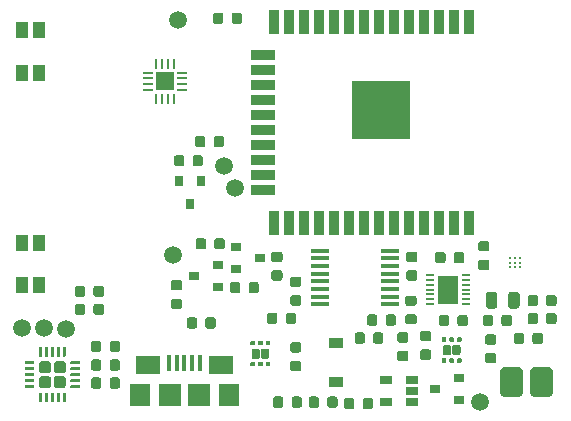
<source format=gbr>
G04 #@! TF.GenerationSoftware,KiCad,Pcbnew,(5.1.5)-3*
G04 #@! TF.CreationDate,2020-06-04T21:55:03-04:00*
G04 #@! TF.ProjectId,SmartWatch V4,536d6172-7457-4617-9463-682056342e6b,rev?*
G04 #@! TF.SameCoordinates,Original*
G04 #@! TF.FileFunction,Paste,Top*
G04 #@! TF.FilePolarity,Positive*
%FSLAX46Y46*%
G04 Gerber Fmt 4.6, Leading zero omitted, Abs format (unit mm)*
G04 Created by KiCad (PCBNEW (5.1.5)-3) date 2020-06-04 21:55:03*
%MOMM*%
%LPD*%
G04 APERTURE LIST*
%ADD10C,0.100000*%
%ADD11R,1.600200X1.600200*%
%ADD12R,0.203200X0.812800*%
%ADD13R,0.812800X0.203200*%
%ADD14C,0.250000*%
%ADD15R,1.803400X2.387600*%
%ADD16R,0.711200X0.152400*%
%ADD17R,0.800000X0.900000*%
%ADD18R,1.500000X0.450000*%
%ADD19R,0.900000X2.000000*%
%ADD20R,2.000000X0.900000*%
%ADD21R,5.000000X5.000000*%
%ADD22R,1.060000X0.650000*%
%ADD23R,1.050000X1.400000*%
%ADD24R,0.900000X0.800000*%
%ADD25C,1.500000*%
%ADD26R,0.400000X1.350000*%
%ADD27R,2.100000X1.600000*%
%ADD28R,1.800000X1.900000*%
%ADD29R,1.900000X1.900000*%
%ADD30R,1.200000X0.900000*%
G04 APERTURE END LIST*
D10*
G36*
X141127691Y-73576053D02*
G01*
X141148926Y-73579203D01*
X141169750Y-73584419D01*
X141189962Y-73591651D01*
X141209368Y-73600830D01*
X141227781Y-73611866D01*
X141245024Y-73624654D01*
X141260930Y-73639070D01*
X141275346Y-73654976D01*
X141288134Y-73672219D01*
X141299170Y-73690632D01*
X141308349Y-73710038D01*
X141315581Y-73730250D01*
X141320797Y-73751074D01*
X141323947Y-73772309D01*
X141325000Y-73793750D01*
X141325000Y-74306250D01*
X141323947Y-74327691D01*
X141320797Y-74348926D01*
X141315581Y-74369750D01*
X141308349Y-74389962D01*
X141299170Y-74409368D01*
X141288134Y-74427781D01*
X141275346Y-74445024D01*
X141260930Y-74460930D01*
X141245024Y-74475346D01*
X141227781Y-74488134D01*
X141209368Y-74499170D01*
X141189962Y-74508349D01*
X141169750Y-74515581D01*
X141148926Y-74520797D01*
X141127691Y-74523947D01*
X141106250Y-74525000D01*
X140668750Y-74525000D01*
X140647309Y-74523947D01*
X140626074Y-74520797D01*
X140605250Y-74515581D01*
X140585038Y-74508349D01*
X140565632Y-74499170D01*
X140547219Y-74488134D01*
X140529976Y-74475346D01*
X140514070Y-74460930D01*
X140499654Y-74445024D01*
X140486866Y-74427781D01*
X140475830Y-74409368D01*
X140466651Y-74389962D01*
X140459419Y-74369750D01*
X140454203Y-74348926D01*
X140451053Y-74327691D01*
X140450000Y-74306250D01*
X140450000Y-73793750D01*
X140451053Y-73772309D01*
X140454203Y-73751074D01*
X140459419Y-73730250D01*
X140466651Y-73710038D01*
X140475830Y-73690632D01*
X140486866Y-73672219D01*
X140499654Y-73654976D01*
X140514070Y-73639070D01*
X140529976Y-73624654D01*
X140547219Y-73611866D01*
X140565632Y-73600830D01*
X140585038Y-73591651D01*
X140605250Y-73584419D01*
X140626074Y-73579203D01*
X140647309Y-73576053D01*
X140668750Y-73575000D01*
X141106250Y-73575000D01*
X141127691Y-73576053D01*
G37*
G36*
X139552691Y-73576053D02*
G01*
X139573926Y-73579203D01*
X139594750Y-73584419D01*
X139614962Y-73591651D01*
X139634368Y-73600830D01*
X139652781Y-73611866D01*
X139670024Y-73624654D01*
X139685930Y-73639070D01*
X139700346Y-73654976D01*
X139713134Y-73672219D01*
X139724170Y-73690632D01*
X139733349Y-73710038D01*
X139740581Y-73730250D01*
X139745797Y-73751074D01*
X139748947Y-73772309D01*
X139750000Y-73793750D01*
X139750000Y-74306250D01*
X139748947Y-74327691D01*
X139745797Y-74348926D01*
X139740581Y-74369750D01*
X139733349Y-74389962D01*
X139724170Y-74409368D01*
X139713134Y-74427781D01*
X139700346Y-74445024D01*
X139685930Y-74460930D01*
X139670024Y-74475346D01*
X139652781Y-74488134D01*
X139634368Y-74499170D01*
X139614962Y-74508349D01*
X139594750Y-74515581D01*
X139573926Y-74520797D01*
X139552691Y-74523947D01*
X139531250Y-74525000D01*
X139093750Y-74525000D01*
X139072309Y-74523947D01*
X139051074Y-74520797D01*
X139030250Y-74515581D01*
X139010038Y-74508349D01*
X138990632Y-74499170D01*
X138972219Y-74488134D01*
X138954976Y-74475346D01*
X138939070Y-74460930D01*
X138924654Y-74445024D01*
X138911866Y-74427781D01*
X138900830Y-74409368D01*
X138891651Y-74389962D01*
X138884419Y-74369750D01*
X138879203Y-74348926D01*
X138876053Y-74327691D01*
X138875000Y-74306250D01*
X138875000Y-73793750D01*
X138876053Y-73772309D01*
X138879203Y-73751074D01*
X138884419Y-73730250D01*
X138891651Y-73710038D01*
X138900830Y-73690632D01*
X138911866Y-73672219D01*
X138924654Y-73654976D01*
X138939070Y-73639070D01*
X138954976Y-73624654D01*
X138972219Y-73611866D01*
X138990632Y-73600830D01*
X139010038Y-73591651D01*
X139030250Y-73584419D01*
X139051074Y-73579203D01*
X139072309Y-73576053D01*
X139093750Y-73575000D01*
X139531250Y-73575000D01*
X139552691Y-73576053D01*
G37*
D11*
X136350000Y-68950000D03*
D12*
X135599999Y-67502200D03*
X136100000Y-67502200D03*
X136600000Y-67502200D03*
X137100001Y-67502200D03*
D13*
X137797800Y-68199999D03*
X137797800Y-68700000D03*
X137797800Y-69200000D03*
X137797800Y-69700001D03*
D12*
X137100001Y-70397800D03*
X136600000Y-70397800D03*
X136100000Y-70397800D03*
X135599999Y-70397800D03*
D13*
X134902200Y-69700001D03*
X134902200Y-69200000D03*
X134902200Y-68700000D03*
X134902200Y-68199999D03*
D14*
X165560000Y-83890000D03*
X165960000Y-83890000D03*
X166360000Y-83890000D03*
X165560000Y-84290000D03*
X165960000Y-84290000D03*
X166360000Y-84290000D03*
X165560000Y-84690000D03*
X165960000Y-84690000D03*
X166360000Y-84690000D03*
D15*
X160300000Y-86580000D03*
D16*
X161798600Y-85380000D03*
X161798600Y-85779999D03*
X161798600Y-86180001D03*
X161798600Y-86580000D03*
X161798600Y-86979999D03*
X161798600Y-87380001D03*
X161798600Y-87780000D03*
X158801400Y-87780000D03*
X158801400Y-87380001D03*
X158801400Y-86979999D03*
X158801400Y-86580000D03*
X158801400Y-86180001D03*
X158801400Y-85779999D03*
X158801400Y-85380000D03*
D10*
G36*
X144189408Y-91565831D02*
G01*
X144206153Y-91568315D01*
X144222574Y-91572428D01*
X144238513Y-91578131D01*
X144253816Y-91585369D01*
X144268336Y-91594071D01*
X144281933Y-91604156D01*
X144294476Y-91615524D01*
X144305844Y-91628067D01*
X144315929Y-91641664D01*
X144324631Y-91656184D01*
X144331869Y-91671487D01*
X144337572Y-91687426D01*
X144341685Y-91703847D01*
X144344169Y-91720592D01*
X144345000Y-91737500D01*
X144345000Y-92262500D01*
X144344169Y-92279408D01*
X144341685Y-92296153D01*
X144337572Y-92312574D01*
X144331869Y-92328513D01*
X144324631Y-92343816D01*
X144315929Y-92358336D01*
X144305844Y-92371933D01*
X144294476Y-92384476D01*
X144281933Y-92395844D01*
X144268336Y-92405929D01*
X144253816Y-92414631D01*
X144238513Y-92421869D01*
X144222574Y-92427572D01*
X144206153Y-92431685D01*
X144189408Y-92434169D01*
X144172500Y-92435000D01*
X143827500Y-92435000D01*
X143810592Y-92434169D01*
X143793847Y-92431685D01*
X143777426Y-92427572D01*
X143761487Y-92421869D01*
X143746184Y-92414631D01*
X143731664Y-92405929D01*
X143718067Y-92395844D01*
X143705524Y-92384476D01*
X143694156Y-92371933D01*
X143684071Y-92358336D01*
X143675369Y-92343816D01*
X143668131Y-92328513D01*
X143662428Y-92312574D01*
X143658315Y-92296153D01*
X143655831Y-92279408D01*
X143655000Y-92262500D01*
X143655000Y-91737500D01*
X143655831Y-91720592D01*
X143658315Y-91703847D01*
X143662428Y-91687426D01*
X143668131Y-91671487D01*
X143675369Y-91656184D01*
X143684071Y-91641664D01*
X143694156Y-91628067D01*
X143705524Y-91615524D01*
X143718067Y-91604156D01*
X143731664Y-91594071D01*
X143746184Y-91585369D01*
X143761487Y-91578131D01*
X143777426Y-91572428D01*
X143793847Y-91568315D01*
X143810592Y-91565831D01*
X143827500Y-91565000D01*
X144172500Y-91565000D01*
X144189408Y-91565831D01*
G37*
G36*
X144989408Y-91565831D02*
G01*
X145006153Y-91568315D01*
X145022574Y-91572428D01*
X145038513Y-91578131D01*
X145053816Y-91585369D01*
X145068336Y-91594071D01*
X145081933Y-91604156D01*
X145094476Y-91615524D01*
X145105844Y-91628067D01*
X145115929Y-91641664D01*
X145124631Y-91656184D01*
X145131869Y-91671487D01*
X145137572Y-91687426D01*
X145141685Y-91703847D01*
X145144169Y-91720592D01*
X145145000Y-91737500D01*
X145145000Y-92262500D01*
X145144169Y-92279408D01*
X145141685Y-92296153D01*
X145137572Y-92312574D01*
X145131869Y-92328513D01*
X145124631Y-92343816D01*
X145115929Y-92358336D01*
X145105844Y-92371933D01*
X145094476Y-92384476D01*
X145081933Y-92395844D01*
X145068336Y-92405929D01*
X145053816Y-92414631D01*
X145038513Y-92421869D01*
X145022574Y-92427572D01*
X145006153Y-92431685D01*
X144989408Y-92434169D01*
X144972500Y-92435000D01*
X144627500Y-92435000D01*
X144610592Y-92434169D01*
X144593847Y-92431685D01*
X144577426Y-92427572D01*
X144561487Y-92421869D01*
X144546184Y-92414631D01*
X144531664Y-92405929D01*
X144518067Y-92395844D01*
X144505524Y-92384476D01*
X144494156Y-92371933D01*
X144484071Y-92358336D01*
X144475369Y-92343816D01*
X144468131Y-92328513D01*
X144462428Y-92312574D01*
X144458315Y-92296153D01*
X144455831Y-92279408D01*
X144455000Y-92262500D01*
X144455000Y-91737500D01*
X144455831Y-91720592D01*
X144458315Y-91703847D01*
X144462428Y-91687426D01*
X144468131Y-91671487D01*
X144475369Y-91656184D01*
X144484071Y-91641664D01*
X144494156Y-91628067D01*
X144505524Y-91615524D01*
X144518067Y-91604156D01*
X144531664Y-91594071D01*
X144546184Y-91585369D01*
X144561487Y-91578131D01*
X144577426Y-91572428D01*
X144593847Y-91568315D01*
X144610592Y-91565831D01*
X144627500Y-91565000D01*
X144972500Y-91565000D01*
X144989408Y-91565831D01*
G37*
G36*
X145165439Y-92700451D02*
G01*
X145174540Y-92701801D01*
X145183464Y-92704037D01*
X145192127Y-92707136D01*
X145200443Y-92711070D01*
X145208335Y-92715800D01*
X145215724Y-92721280D01*
X145222541Y-92727459D01*
X145228720Y-92734276D01*
X145234200Y-92741665D01*
X145238930Y-92749557D01*
X145242864Y-92757873D01*
X145245963Y-92766536D01*
X145248199Y-92775460D01*
X145249549Y-92784561D01*
X145250000Y-92793750D01*
X145250000Y-92981250D01*
X145249549Y-92990439D01*
X145248199Y-92999540D01*
X145245963Y-93008464D01*
X145242864Y-93017127D01*
X145238930Y-93025443D01*
X145234200Y-93033335D01*
X145228720Y-93040724D01*
X145222541Y-93047541D01*
X145215724Y-93053720D01*
X145208335Y-93059200D01*
X145200443Y-93063930D01*
X145192127Y-93067864D01*
X145183464Y-93070963D01*
X145174540Y-93073199D01*
X145165439Y-93074549D01*
X145156250Y-93075000D01*
X144943750Y-93075000D01*
X144934561Y-93074549D01*
X144925460Y-93073199D01*
X144916536Y-93070963D01*
X144907873Y-93067864D01*
X144899557Y-93063930D01*
X144891665Y-93059200D01*
X144884276Y-93053720D01*
X144877459Y-93047541D01*
X144871280Y-93040724D01*
X144865800Y-93033335D01*
X144861070Y-93025443D01*
X144857136Y-93017127D01*
X144854037Y-93008464D01*
X144851801Y-92999540D01*
X144850451Y-92990439D01*
X144850000Y-92981250D01*
X144850000Y-92793750D01*
X144850451Y-92784561D01*
X144851801Y-92775460D01*
X144854037Y-92766536D01*
X144857136Y-92757873D01*
X144861070Y-92749557D01*
X144865800Y-92741665D01*
X144871280Y-92734276D01*
X144877459Y-92727459D01*
X144884276Y-92721280D01*
X144891665Y-92715800D01*
X144899557Y-92711070D01*
X144907873Y-92707136D01*
X144916536Y-92704037D01*
X144925460Y-92701801D01*
X144934561Y-92700451D01*
X144943750Y-92700000D01*
X145156250Y-92700000D01*
X145165439Y-92700451D01*
G37*
G36*
X144515439Y-92700451D02*
G01*
X144524540Y-92701801D01*
X144533464Y-92704037D01*
X144542127Y-92707136D01*
X144550443Y-92711070D01*
X144558335Y-92715800D01*
X144565724Y-92721280D01*
X144572541Y-92727459D01*
X144578720Y-92734276D01*
X144584200Y-92741665D01*
X144588930Y-92749557D01*
X144592864Y-92757873D01*
X144595963Y-92766536D01*
X144598199Y-92775460D01*
X144599549Y-92784561D01*
X144600000Y-92793750D01*
X144600000Y-92981250D01*
X144599549Y-92990439D01*
X144598199Y-92999540D01*
X144595963Y-93008464D01*
X144592864Y-93017127D01*
X144588930Y-93025443D01*
X144584200Y-93033335D01*
X144578720Y-93040724D01*
X144572541Y-93047541D01*
X144565724Y-93053720D01*
X144558335Y-93059200D01*
X144550443Y-93063930D01*
X144542127Y-93067864D01*
X144533464Y-93070963D01*
X144524540Y-93073199D01*
X144515439Y-93074549D01*
X144506250Y-93075000D01*
X144293750Y-93075000D01*
X144284561Y-93074549D01*
X144275460Y-93073199D01*
X144266536Y-93070963D01*
X144257873Y-93067864D01*
X144249557Y-93063930D01*
X144241665Y-93059200D01*
X144234276Y-93053720D01*
X144227459Y-93047541D01*
X144221280Y-93040724D01*
X144215800Y-93033335D01*
X144211070Y-93025443D01*
X144207136Y-93017127D01*
X144204037Y-93008464D01*
X144201801Y-92999540D01*
X144200451Y-92990439D01*
X144200000Y-92981250D01*
X144200000Y-92793750D01*
X144200451Y-92784561D01*
X144201801Y-92775460D01*
X144204037Y-92766536D01*
X144207136Y-92757873D01*
X144211070Y-92749557D01*
X144215800Y-92741665D01*
X144221280Y-92734276D01*
X144227459Y-92727459D01*
X144234276Y-92721280D01*
X144241665Y-92715800D01*
X144249557Y-92711070D01*
X144257873Y-92707136D01*
X144266536Y-92704037D01*
X144275460Y-92701801D01*
X144284561Y-92700451D01*
X144293750Y-92700000D01*
X144506250Y-92700000D01*
X144515439Y-92700451D01*
G37*
G36*
X143865439Y-92700451D02*
G01*
X143874540Y-92701801D01*
X143883464Y-92704037D01*
X143892127Y-92707136D01*
X143900443Y-92711070D01*
X143908335Y-92715800D01*
X143915724Y-92721280D01*
X143922541Y-92727459D01*
X143928720Y-92734276D01*
X143934200Y-92741665D01*
X143938930Y-92749557D01*
X143942864Y-92757873D01*
X143945963Y-92766536D01*
X143948199Y-92775460D01*
X143949549Y-92784561D01*
X143950000Y-92793750D01*
X143950000Y-92981250D01*
X143949549Y-92990439D01*
X143948199Y-92999540D01*
X143945963Y-93008464D01*
X143942864Y-93017127D01*
X143938930Y-93025443D01*
X143934200Y-93033335D01*
X143928720Y-93040724D01*
X143922541Y-93047541D01*
X143915724Y-93053720D01*
X143908335Y-93059200D01*
X143900443Y-93063930D01*
X143892127Y-93067864D01*
X143883464Y-93070963D01*
X143874540Y-93073199D01*
X143865439Y-93074549D01*
X143856250Y-93075000D01*
X143643750Y-93075000D01*
X143634561Y-93074549D01*
X143625460Y-93073199D01*
X143616536Y-93070963D01*
X143607873Y-93067864D01*
X143599557Y-93063930D01*
X143591665Y-93059200D01*
X143584276Y-93053720D01*
X143577459Y-93047541D01*
X143571280Y-93040724D01*
X143565800Y-93033335D01*
X143561070Y-93025443D01*
X143557136Y-93017127D01*
X143554037Y-93008464D01*
X143551801Y-92999540D01*
X143550451Y-92990439D01*
X143550000Y-92981250D01*
X143550000Y-92793750D01*
X143550451Y-92784561D01*
X143551801Y-92775460D01*
X143554037Y-92766536D01*
X143557136Y-92757873D01*
X143561070Y-92749557D01*
X143565800Y-92741665D01*
X143571280Y-92734276D01*
X143577459Y-92727459D01*
X143584276Y-92721280D01*
X143591665Y-92715800D01*
X143599557Y-92711070D01*
X143607873Y-92707136D01*
X143616536Y-92704037D01*
X143625460Y-92701801D01*
X143634561Y-92700451D01*
X143643750Y-92700000D01*
X143856250Y-92700000D01*
X143865439Y-92700451D01*
G37*
G36*
X143865439Y-90925451D02*
G01*
X143874540Y-90926801D01*
X143883464Y-90929037D01*
X143892127Y-90932136D01*
X143900443Y-90936070D01*
X143908335Y-90940800D01*
X143915724Y-90946280D01*
X143922541Y-90952459D01*
X143928720Y-90959276D01*
X143934200Y-90966665D01*
X143938930Y-90974557D01*
X143942864Y-90982873D01*
X143945963Y-90991536D01*
X143948199Y-91000460D01*
X143949549Y-91009561D01*
X143950000Y-91018750D01*
X143950000Y-91206250D01*
X143949549Y-91215439D01*
X143948199Y-91224540D01*
X143945963Y-91233464D01*
X143942864Y-91242127D01*
X143938930Y-91250443D01*
X143934200Y-91258335D01*
X143928720Y-91265724D01*
X143922541Y-91272541D01*
X143915724Y-91278720D01*
X143908335Y-91284200D01*
X143900443Y-91288930D01*
X143892127Y-91292864D01*
X143883464Y-91295963D01*
X143874540Y-91298199D01*
X143865439Y-91299549D01*
X143856250Y-91300000D01*
X143643750Y-91300000D01*
X143634561Y-91299549D01*
X143625460Y-91298199D01*
X143616536Y-91295963D01*
X143607873Y-91292864D01*
X143599557Y-91288930D01*
X143591665Y-91284200D01*
X143584276Y-91278720D01*
X143577459Y-91272541D01*
X143571280Y-91265724D01*
X143565800Y-91258335D01*
X143561070Y-91250443D01*
X143557136Y-91242127D01*
X143554037Y-91233464D01*
X143551801Y-91224540D01*
X143550451Y-91215439D01*
X143550000Y-91206250D01*
X143550000Y-91018750D01*
X143550451Y-91009561D01*
X143551801Y-91000460D01*
X143554037Y-90991536D01*
X143557136Y-90982873D01*
X143561070Y-90974557D01*
X143565800Y-90966665D01*
X143571280Y-90959276D01*
X143577459Y-90952459D01*
X143584276Y-90946280D01*
X143591665Y-90940800D01*
X143599557Y-90936070D01*
X143607873Y-90932136D01*
X143616536Y-90929037D01*
X143625460Y-90926801D01*
X143634561Y-90925451D01*
X143643750Y-90925000D01*
X143856250Y-90925000D01*
X143865439Y-90925451D01*
G37*
G36*
X144515439Y-90925451D02*
G01*
X144524540Y-90926801D01*
X144533464Y-90929037D01*
X144542127Y-90932136D01*
X144550443Y-90936070D01*
X144558335Y-90940800D01*
X144565724Y-90946280D01*
X144572541Y-90952459D01*
X144578720Y-90959276D01*
X144584200Y-90966665D01*
X144588930Y-90974557D01*
X144592864Y-90982873D01*
X144595963Y-90991536D01*
X144598199Y-91000460D01*
X144599549Y-91009561D01*
X144600000Y-91018750D01*
X144600000Y-91206250D01*
X144599549Y-91215439D01*
X144598199Y-91224540D01*
X144595963Y-91233464D01*
X144592864Y-91242127D01*
X144588930Y-91250443D01*
X144584200Y-91258335D01*
X144578720Y-91265724D01*
X144572541Y-91272541D01*
X144565724Y-91278720D01*
X144558335Y-91284200D01*
X144550443Y-91288930D01*
X144542127Y-91292864D01*
X144533464Y-91295963D01*
X144524540Y-91298199D01*
X144515439Y-91299549D01*
X144506250Y-91300000D01*
X144293750Y-91300000D01*
X144284561Y-91299549D01*
X144275460Y-91298199D01*
X144266536Y-91295963D01*
X144257873Y-91292864D01*
X144249557Y-91288930D01*
X144241665Y-91284200D01*
X144234276Y-91278720D01*
X144227459Y-91272541D01*
X144221280Y-91265724D01*
X144215800Y-91258335D01*
X144211070Y-91250443D01*
X144207136Y-91242127D01*
X144204037Y-91233464D01*
X144201801Y-91224540D01*
X144200451Y-91215439D01*
X144200000Y-91206250D01*
X144200000Y-91018750D01*
X144200451Y-91009561D01*
X144201801Y-91000460D01*
X144204037Y-90991536D01*
X144207136Y-90982873D01*
X144211070Y-90974557D01*
X144215800Y-90966665D01*
X144221280Y-90959276D01*
X144227459Y-90952459D01*
X144234276Y-90946280D01*
X144241665Y-90940800D01*
X144249557Y-90936070D01*
X144257873Y-90932136D01*
X144266536Y-90929037D01*
X144275460Y-90926801D01*
X144284561Y-90925451D01*
X144293750Y-90925000D01*
X144506250Y-90925000D01*
X144515439Y-90925451D01*
G37*
G36*
X145165439Y-90925451D02*
G01*
X145174540Y-90926801D01*
X145183464Y-90929037D01*
X145192127Y-90932136D01*
X145200443Y-90936070D01*
X145208335Y-90940800D01*
X145215724Y-90946280D01*
X145222541Y-90952459D01*
X145228720Y-90959276D01*
X145234200Y-90966665D01*
X145238930Y-90974557D01*
X145242864Y-90982873D01*
X145245963Y-90991536D01*
X145248199Y-91000460D01*
X145249549Y-91009561D01*
X145250000Y-91018750D01*
X145250000Y-91206250D01*
X145249549Y-91215439D01*
X145248199Y-91224540D01*
X145245963Y-91233464D01*
X145242864Y-91242127D01*
X145238930Y-91250443D01*
X145234200Y-91258335D01*
X145228720Y-91265724D01*
X145222541Y-91272541D01*
X145215724Y-91278720D01*
X145208335Y-91284200D01*
X145200443Y-91288930D01*
X145192127Y-91292864D01*
X145183464Y-91295963D01*
X145174540Y-91298199D01*
X145165439Y-91299549D01*
X145156250Y-91300000D01*
X144943750Y-91300000D01*
X144934561Y-91299549D01*
X144925460Y-91298199D01*
X144916536Y-91295963D01*
X144907873Y-91292864D01*
X144899557Y-91288930D01*
X144891665Y-91284200D01*
X144884276Y-91278720D01*
X144877459Y-91272541D01*
X144871280Y-91265724D01*
X144865800Y-91258335D01*
X144861070Y-91250443D01*
X144857136Y-91242127D01*
X144854037Y-91233464D01*
X144851801Y-91224540D01*
X144850451Y-91215439D01*
X144850000Y-91206250D01*
X144850000Y-91018750D01*
X144850451Y-91009561D01*
X144851801Y-91000460D01*
X144854037Y-90991536D01*
X144857136Y-90982873D01*
X144861070Y-90974557D01*
X144865800Y-90966665D01*
X144871280Y-90959276D01*
X144877459Y-90952459D01*
X144884276Y-90946280D01*
X144891665Y-90940800D01*
X144899557Y-90936070D01*
X144907873Y-90932136D01*
X144916536Y-90929037D01*
X144925460Y-90926801D01*
X144934561Y-90925451D01*
X144943750Y-90925000D01*
X145156250Y-90925000D01*
X145165439Y-90925451D01*
G37*
G36*
X139340191Y-75196053D02*
G01*
X139361426Y-75199203D01*
X139382250Y-75204419D01*
X139402462Y-75211651D01*
X139421868Y-75220830D01*
X139440281Y-75231866D01*
X139457524Y-75244654D01*
X139473430Y-75259070D01*
X139487846Y-75274976D01*
X139500634Y-75292219D01*
X139511670Y-75310632D01*
X139520849Y-75330038D01*
X139528081Y-75350250D01*
X139533297Y-75371074D01*
X139536447Y-75392309D01*
X139537500Y-75413750D01*
X139537500Y-75926250D01*
X139536447Y-75947691D01*
X139533297Y-75968926D01*
X139528081Y-75989750D01*
X139520849Y-76009962D01*
X139511670Y-76029368D01*
X139500634Y-76047781D01*
X139487846Y-76065024D01*
X139473430Y-76080930D01*
X139457524Y-76095346D01*
X139440281Y-76108134D01*
X139421868Y-76119170D01*
X139402462Y-76128349D01*
X139382250Y-76135581D01*
X139361426Y-76140797D01*
X139340191Y-76143947D01*
X139318750Y-76145000D01*
X138881250Y-76145000D01*
X138859809Y-76143947D01*
X138838574Y-76140797D01*
X138817750Y-76135581D01*
X138797538Y-76128349D01*
X138778132Y-76119170D01*
X138759719Y-76108134D01*
X138742476Y-76095346D01*
X138726570Y-76080930D01*
X138712154Y-76065024D01*
X138699366Y-76047781D01*
X138688330Y-76029368D01*
X138679151Y-76009962D01*
X138671919Y-75989750D01*
X138666703Y-75968926D01*
X138663553Y-75947691D01*
X138662500Y-75926250D01*
X138662500Y-75413750D01*
X138663553Y-75392309D01*
X138666703Y-75371074D01*
X138671919Y-75350250D01*
X138679151Y-75330038D01*
X138688330Y-75310632D01*
X138699366Y-75292219D01*
X138712154Y-75274976D01*
X138726570Y-75259070D01*
X138742476Y-75244654D01*
X138759719Y-75231866D01*
X138778132Y-75220830D01*
X138797538Y-75211651D01*
X138817750Y-75204419D01*
X138838574Y-75199203D01*
X138859809Y-75196053D01*
X138881250Y-75195000D01*
X139318750Y-75195000D01*
X139340191Y-75196053D01*
G37*
G36*
X137765191Y-75196053D02*
G01*
X137786426Y-75199203D01*
X137807250Y-75204419D01*
X137827462Y-75211651D01*
X137846868Y-75220830D01*
X137865281Y-75231866D01*
X137882524Y-75244654D01*
X137898430Y-75259070D01*
X137912846Y-75274976D01*
X137925634Y-75292219D01*
X137936670Y-75310632D01*
X137945849Y-75330038D01*
X137953081Y-75350250D01*
X137958297Y-75371074D01*
X137961447Y-75392309D01*
X137962500Y-75413750D01*
X137962500Y-75926250D01*
X137961447Y-75947691D01*
X137958297Y-75968926D01*
X137953081Y-75989750D01*
X137945849Y-76009962D01*
X137936670Y-76029368D01*
X137925634Y-76047781D01*
X137912846Y-76065024D01*
X137898430Y-76080930D01*
X137882524Y-76095346D01*
X137865281Y-76108134D01*
X137846868Y-76119170D01*
X137827462Y-76128349D01*
X137807250Y-76135581D01*
X137786426Y-76140797D01*
X137765191Y-76143947D01*
X137743750Y-76145000D01*
X137306250Y-76145000D01*
X137284809Y-76143947D01*
X137263574Y-76140797D01*
X137242750Y-76135581D01*
X137222538Y-76128349D01*
X137203132Y-76119170D01*
X137184719Y-76108134D01*
X137167476Y-76095346D01*
X137151570Y-76080930D01*
X137137154Y-76065024D01*
X137124366Y-76047781D01*
X137113330Y-76029368D01*
X137104151Y-76009962D01*
X137096919Y-75989750D01*
X137091703Y-75968926D01*
X137088553Y-75947691D01*
X137087500Y-75926250D01*
X137087500Y-75413750D01*
X137088553Y-75392309D01*
X137091703Y-75371074D01*
X137096919Y-75350250D01*
X137104151Y-75330038D01*
X137113330Y-75310632D01*
X137124366Y-75292219D01*
X137137154Y-75274976D01*
X137151570Y-75259070D01*
X137167476Y-75244654D01*
X137184719Y-75231866D01*
X137203132Y-75220830D01*
X137222538Y-75211651D01*
X137242750Y-75204419D01*
X137263574Y-75199203D01*
X137284809Y-75196053D01*
X137306250Y-75195000D01*
X137743750Y-75195000D01*
X137765191Y-75196053D01*
G37*
D17*
X138420000Y-79360000D03*
X137470000Y-77360000D03*
X139370000Y-77360000D03*
D10*
G36*
X164254642Y-86778774D02*
G01*
X164278303Y-86782284D01*
X164301507Y-86788096D01*
X164324029Y-86796154D01*
X164345653Y-86806382D01*
X164366170Y-86818679D01*
X164385383Y-86832929D01*
X164403107Y-86848993D01*
X164419171Y-86866717D01*
X164433421Y-86885930D01*
X164445718Y-86906447D01*
X164455946Y-86928071D01*
X164464004Y-86950593D01*
X164469816Y-86973797D01*
X164473326Y-86997458D01*
X164474500Y-87021350D01*
X164474500Y-87933850D01*
X164473326Y-87957742D01*
X164469816Y-87981403D01*
X164464004Y-88004607D01*
X164455946Y-88027129D01*
X164445718Y-88048753D01*
X164433421Y-88069270D01*
X164419171Y-88088483D01*
X164403107Y-88106207D01*
X164385383Y-88122271D01*
X164366170Y-88136521D01*
X164345653Y-88148818D01*
X164324029Y-88159046D01*
X164301507Y-88167104D01*
X164278303Y-88172916D01*
X164254642Y-88176426D01*
X164230750Y-88177600D01*
X163743250Y-88177600D01*
X163719358Y-88176426D01*
X163695697Y-88172916D01*
X163672493Y-88167104D01*
X163649971Y-88159046D01*
X163628347Y-88148818D01*
X163607830Y-88136521D01*
X163588617Y-88122271D01*
X163570893Y-88106207D01*
X163554829Y-88088483D01*
X163540579Y-88069270D01*
X163528282Y-88048753D01*
X163518054Y-88027129D01*
X163509996Y-88004607D01*
X163504184Y-87981403D01*
X163500674Y-87957742D01*
X163499500Y-87933850D01*
X163499500Y-87021350D01*
X163500674Y-86997458D01*
X163504184Y-86973797D01*
X163509996Y-86950593D01*
X163518054Y-86928071D01*
X163528282Y-86906447D01*
X163540579Y-86885930D01*
X163554829Y-86866717D01*
X163570893Y-86848993D01*
X163588617Y-86832929D01*
X163607830Y-86818679D01*
X163628347Y-86806382D01*
X163649971Y-86796154D01*
X163672493Y-86788096D01*
X163695697Y-86782284D01*
X163719358Y-86778774D01*
X163743250Y-86777600D01*
X164230750Y-86777600D01*
X164254642Y-86778774D01*
G37*
G36*
X166129642Y-86778774D02*
G01*
X166153303Y-86782284D01*
X166176507Y-86788096D01*
X166199029Y-86796154D01*
X166220653Y-86806382D01*
X166241170Y-86818679D01*
X166260383Y-86832929D01*
X166278107Y-86848993D01*
X166294171Y-86866717D01*
X166308421Y-86885930D01*
X166320718Y-86906447D01*
X166330946Y-86928071D01*
X166339004Y-86950593D01*
X166344816Y-86973797D01*
X166348326Y-86997458D01*
X166349500Y-87021350D01*
X166349500Y-87933850D01*
X166348326Y-87957742D01*
X166344816Y-87981403D01*
X166339004Y-88004607D01*
X166330946Y-88027129D01*
X166320718Y-88048753D01*
X166308421Y-88069270D01*
X166294171Y-88088483D01*
X166278107Y-88106207D01*
X166260383Y-88122271D01*
X166241170Y-88136521D01*
X166220653Y-88148818D01*
X166199029Y-88159046D01*
X166176507Y-88167104D01*
X166153303Y-88172916D01*
X166129642Y-88176426D01*
X166105750Y-88177600D01*
X165618250Y-88177600D01*
X165594358Y-88176426D01*
X165570697Y-88172916D01*
X165547493Y-88167104D01*
X165524971Y-88159046D01*
X165503347Y-88148818D01*
X165482830Y-88136521D01*
X165463617Y-88122271D01*
X165445893Y-88106207D01*
X165429829Y-88088483D01*
X165415579Y-88069270D01*
X165403282Y-88048753D01*
X165393054Y-88027129D01*
X165384996Y-88004607D01*
X165379184Y-87981403D01*
X165375674Y-87957742D01*
X165374500Y-87933850D01*
X165374500Y-87021350D01*
X165375674Y-86997458D01*
X165379184Y-86973797D01*
X165384996Y-86950593D01*
X165393054Y-86928071D01*
X165403282Y-86906447D01*
X165415579Y-86885930D01*
X165429829Y-86866717D01*
X165445893Y-86848993D01*
X165463617Y-86832929D01*
X165482830Y-86818679D01*
X165503347Y-86806382D01*
X165524971Y-86796154D01*
X165547493Y-86788096D01*
X165570697Y-86782284D01*
X165594358Y-86778774D01*
X165618250Y-86777600D01*
X166105750Y-86777600D01*
X166129642Y-86778774D01*
G37*
G36*
X165492591Y-88705453D02*
G01*
X165513826Y-88708603D01*
X165534650Y-88713819D01*
X165554862Y-88721051D01*
X165574268Y-88730230D01*
X165592681Y-88741266D01*
X165609924Y-88754054D01*
X165625830Y-88768470D01*
X165640246Y-88784376D01*
X165653034Y-88801619D01*
X165664070Y-88820032D01*
X165673249Y-88839438D01*
X165680481Y-88859650D01*
X165685697Y-88880474D01*
X165688847Y-88901709D01*
X165689900Y-88923150D01*
X165689900Y-89435650D01*
X165688847Y-89457091D01*
X165685697Y-89478326D01*
X165680481Y-89499150D01*
X165673249Y-89519362D01*
X165664070Y-89538768D01*
X165653034Y-89557181D01*
X165640246Y-89574424D01*
X165625830Y-89590330D01*
X165609924Y-89604746D01*
X165592681Y-89617534D01*
X165574268Y-89628570D01*
X165554862Y-89637749D01*
X165534650Y-89644981D01*
X165513826Y-89650197D01*
X165492591Y-89653347D01*
X165471150Y-89654400D01*
X165033650Y-89654400D01*
X165012209Y-89653347D01*
X164990974Y-89650197D01*
X164970150Y-89644981D01*
X164949938Y-89637749D01*
X164930532Y-89628570D01*
X164912119Y-89617534D01*
X164894876Y-89604746D01*
X164878970Y-89590330D01*
X164864554Y-89574424D01*
X164851766Y-89557181D01*
X164840730Y-89538768D01*
X164831551Y-89519362D01*
X164824319Y-89499150D01*
X164819103Y-89478326D01*
X164815953Y-89457091D01*
X164814900Y-89435650D01*
X164814900Y-88923150D01*
X164815953Y-88901709D01*
X164819103Y-88880474D01*
X164824319Y-88859650D01*
X164831551Y-88839438D01*
X164840730Y-88820032D01*
X164851766Y-88801619D01*
X164864554Y-88784376D01*
X164878970Y-88768470D01*
X164894876Y-88754054D01*
X164912119Y-88741266D01*
X164930532Y-88730230D01*
X164949938Y-88721051D01*
X164970150Y-88713819D01*
X164990974Y-88708603D01*
X165012209Y-88705453D01*
X165033650Y-88704400D01*
X165471150Y-88704400D01*
X165492591Y-88705453D01*
G37*
G36*
X163917591Y-88705453D02*
G01*
X163938826Y-88708603D01*
X163959650Y-88713819D01*
X163979862Y-88721051D01*
X163999268Y-88730230D01*
X164017681Y-88741266D01*
X164034924Y-88754054D01*
X164050830Y-88768470D01*
X164065246Y-88784376D01*
X164078034Y-88801619D01*
X164089070Y-88820032D01*
X164098249Y-88839438D01*
X164105481Y-88859650D01*
X164110697Y-88880474D01*
X164113847Y-88901709D01*
X164114900Y-88923150D01*
X164114900Y-89435650D01*
X164113847Y-89457091D01*
X164110697Y-89478326D01*
X164105481Y-89499150D01*
X164098249Y-89519362D01*
X164089070Y-89538768D01*
X164078034Y-89557181D01*
X164065246Y-89574424D01*
X164050830Y-89590330D01*
X164034924Y-89604746D01*
X164017681Y-89617534D01*
X163999268Y-89628570D01*
X163979862Y-89637749D01*
X163959650Y-89644981D01*
X163938826Y-89650197D01*
X163917591Y-89653347D01*
X163896150Y-89654400D01*
X163458650Y-89654400D01*
X163437209Y-89653347D01*
X163415974Y-89650197D01*
X163395150Y-89644981D01*
X163374938Y-89637749D01*
X163355532Y-89628570D01*
X163337119Y-89617534D01*
X163319876Y-89604746D01*
X163303970Y-89590330D01*
X163289554Y-89574424D01*
X163276766Y-89557181D01*
X163265730Y-89538768D01*
X163256551Y-89519362D01*
X163249319Y-89499150D01*
X163244103Y-89478326D01*
X163240953Y-89457091D01*
X163239900Y-89435650D01*
X163239900Y-88923150D01*
X163240953Y-88901709D01*
X163244103Y-88880474D01*
X163249319Y-88859650D01*
X163256551Y-88839438D01*
X163265730Y-88820032D01*
X163276766Y-88801619D01*
X163289554Y-88784376D01*
X163303970Y-88768470D01*
X163319876Y-88754054D01*
X163337119Y-88741266D01*
X163355532Y-88730230D01*
X163374938Y-88721051D01*
X163395150Y-88713819D01*
X163415974Y-88708603D01*
X163437209Y-88705453D01*
X163458650Y-88704400D01*
X163896150Y-88704400D01*
X163917591Y-88705453D01*
G37*
G36*
X130745191Y-92490053D02*
G01*
X130766426Y-92493203D01*
X130787250Y-92498419D01*
X130807462Y-92505651D01*
X130826868Y-92514830D01*
X130845281Y-92525866D01*
X130862524Y-92538654D01*
X130878430Y-92553070D01*
X130892846Y-92568976D01*
X130905634Y-92586219D01*
X130916670Y-92604632D01*
X130925849Y-92624038D01*
X130933081Y-92644250D01*
X130938297Y-92665074D01*
X130941447Y-92686309D01*
X130942500Y-92707750D01*
X130942500Y-93220250D01*
X130941447Y-93241691D01*
X130938297Y-93262926D01*
X130933081Y-93283750D01*
X130925849Y-93303962D01*
X130916670Y-93323368D01*
X130905634Y-93341781D01*
X130892846Y-93359024D01*
X130878430Y-93374930D01*
X130862524Y-93389346D01*
X130845281Y-93402134D01*
X130826868Y-93413170D01*
X130807462Y-93422349D01*
X130787250Y-93429581D01*
X130766426Y-93434797D01*
X130745191Y-93437947D01*
X130723750Y-93439000D01*
X130286250Y-93439000D01*
X130264809Y-93437947D01*
X130243574Y-93434797D01*
X130222750Y-93429581D01*
X130202538Y-93422349D01*
X130183132Y-93413170D01*
X130164719Y-93402134D01*
X130147476Y-93389346D01*
X130131570Y-93374930D01*
X130117154Y-93359024D01*
X130104366Y-93341781D01*
X130093330Y-93323368D01*
X130084151Y-93303962D01*
X130076919Y-93283750D01*
X130071703Y-93262926D01*
X130068553Y-93241691D01*
X130067500Y-93220250D01*
X130067500Y-92707750D01*
X130068553Y-92686309D01*
X130071703Y-92665074D01*
X130076919Y-92644250D01*
X130084151Y-92624038D01*
X130093330Y-92604632D01*
X130104366Y-92586219D01*
X130117154Y-92568976D01*
X130131570Y-92553070D01*
X130147476Y-92538654D01*
X130164719Y-92525866D01*
X130183132Y-92514830D01*
X130202538Y-92505651D01*
X130222750Y-92498419D01*
X130243574Y-92493203D01*
X130264809Y-92490053D01*
X130286250Y-92489000D01*
X130723750Y-92489000D01*
X130745191Y-92490053D01*
G37*
G36*
X132320191Y-92490053D02*
G01*
X132341426Y-92493203D01*
X132362250Y-92498419D01*
X132382462Y-92505651D01*
X132401868Y-92514830D01*
X132420281Y-92525866D01*
X132437524Y-92538654D01*
X132453430Y-92553070D01*
X132467846Y-92568976D01*
X132480634Y-92586219D01*
X132491670Y-92604632D01*
X132500849Y-92624038D01*
X132508081Y-92644250D01*
X132513297Y-92665074D01*
X132516447Y-92686309D01*
X132517500Y-92707750D01*
X132517500Y-93220250D01*
X132516447Y-93241691D01*
X132513297Y-93262926D01*
X132508081Y-93283750D01*
X132500849Y-93303962D01*
X132491670Y-93323368D01*
X132480634Y-93341781D01*
X132467846Y-93359024D01*
X132453430Y-93374930D01*
X132437524Y-93389346D01*
X132420281Y-93402134D01*
X132401868Y-93413170D01*
X132382462Y-93422349D01*
X132362250Y-93429581D01*
X132341426Y-93434797D01*
X132320191Y-93437947D01*
X132298750Y-93439000D01*
X131861250Y-93439000D01*
X131839809Y-93437947D01*
X131818574Y-93434797D01*
X131797750Y-93429581D01*
X131777538Y-93422349D01*
X131758132Y-93413170D01*
X131739719Y-93402134D01*
X131722476Y-93389346D01*
X131706570Y-93374930D01*
X131692154Y-93359024D01*
X131679366Y-93341781D01*
X131668330Y-93323368D01*
X131659151Y-93303962D01*
X131651919Y-93283750D01*
X131646703Y-93262926D01*
X131643553Y-93241691D01*
X131642500Y-93220250D01*
X131642500Y-92707750D01*
X131643553Y-92686309D01*
X131646703Y-92665074D01*
X131651919Y-92644250D01*
X131659151Y-92624038D01*
X131668330Y-92604632D01*
X131679366Y-92586219D01*
X131692154Y-92568976D01*
X131706570Y-92553070D01*
X131722476Y-92538654D01*
X131739719Y-92525866D01*
X131758132Y-92514830D01*
X131777538Y-92505651D01*
X131797750Y-92498419D01*
X131818574Y-92493203D01*
X131839809Y-92490053D01*
X131861250Y-92489000D01*
X132298750Y-92489000D01*
X132320191Y-92490053D01*
G37*
G36*
X130745191Y-94014053D02*
G01*
X130766426Y-94017203D01*
X130787250Y-94022419D01*
X130807462Y-94029651D01*
X130826868Y-94038830D01*
X130845281Y-94049866D01*
X130862524Y-94062654D01*
X130878430Y-94077070D01*
X130892846Y-94092976D01*
X130905634Y-94110219D01*
X130916670Y-94128632D01*
X130925849Y-94148038D01*
X130933081Y-94168250D01*
X130938297Y-94189074D01*
X130941447Y-94210309D01*
X130942500Y-94231750D01*
X130942500Y-94744250D01*
X130941447Y-94765691D01*
X130938297Y-94786926D01*
X130933081Y-94807750D01*
X130925849Y-94827962D01*
X130916670Y-94847368D01*
X130905634Y-94865781D01*
X130892846Y-94883024D01*
X130878430Y-94898930D01*
X130862524Y-94913346D01*
X130845281Y-94926134D01*
X130826868Y-94937170D01*
X130807462Y-94946349D01*
X130787250Y-94953581D01*
X130766426Y-94958797D01*
X130745191Y-94961947D01*
X130723750Y-94963000D01*
X130286250Y-94963000D01*
X130264809Y-94961947D01*
X130243574Y-94958797D01*
X130222750Y-94953581D01*
X130202538Y-94946349D01*
X130183132Y-94937170D01*
X130164719Y-94926134D01*
X130147476Y-94913346D01*
X130131570Y-94898930D01*
X130117154Y-94883024D01*
X130104366Y-94865781D01*
X130093330Y-94847368D01*
X130084151Y-94827962D01*
X130076919Y-94807750D01*
X130071703Y-94786926D01*
X130068553Y-94765691D01*
X130067500Y-94744250D01*
X130067500Y-94231750D01*
X130068553Y-94210309D01*
X130071703Y-94189074D01*
X130076919Y-94168250D01*
X130084151Y-94148038D01*
X130093330Y-94128632D01*
X130104366Y-94110219D01*
X130117154Y-94092976D01*
X130131570Y-94077070D01*
X130147476Y-94062654D01*
X130164719Y-94049866D01*
X130183132Y-94038830D01*
X130202538Y-94029651D01*
X130222750Y-94022419D01*
X130243574Y-94017203D01*
X130264809Y-94014053D01*
X130286250Y-94013000D01*
X130723750Y-94013000D01*
X130745191Y-94014053D01*
G37*
G36*
X132320191Y-94014053D02*
G01*
X132341426Y-94017203D01*
X132362250Y-94022419D01*
X132382462Y-94029651D01*
X132401868Y-94038830D01*
X132420281Y-94049866D01*
X132437524Y-94062654D01*
X132453430Y-94077070D01*
X132467846Y-94092976D01*
X132480634Y-94110219D01*
X132491670Y-94128632D01*
X132500849Y-94148038D01*
X132508081Y-94168250D01*
X132513297Y-94189074D01*
X132516447Y-94210309D01*
X132517500Y-94231750D01*
X132517500Y-94744250D01*
X132516447Y-94765691D01*
X132513297Y-94786926D01*
X132508081Y-94807750D01*
X132500849Y-94827962D01*
X132491670Y-94847368D01*
X132480634Y-94865781D01*
X132467846Y-94883024D01*
X132453430Y-94898930D01*
X132437524Y-94913346D01*
X132420281Y-94926134D01*
X132401868Y-94937170D01*
X132382462Y-94946349D01*
X132362250Y-94953581D01*
X132341426Y-94958797D01*
X132320191Y-94961947D01*
X132298750Y-94963000D01*
X131861250Y-94963000D01*
X131839809Y-94961947D01*
X131818574Y-94958797D01*
X131797750Y-94953581D01*
X131777538Y-94946349D01*
X131758132Y-94937170D01*
X131739719Y-94926134D01*
X131722476Y-94913346D01*
X131706570Y-94898930D01*
X131692154Y-94883024D01*
X131679366Y-94865781D01*
X131668330Y-94847368D01*
X131659151Y-94827962D01*
X131651919Y-94807750D01*
X131646703Y-94786926D01*
X131643553Y-94765691D01*
X131642500Y-94744250D01*
X131642500Y-94231750D01*
X131643553Y-94210309D01*
X131646703Y-94189074D01*
X131651919Y-94168250D01*
X131659151Y-94148038D01*
X131668330Y-94128632D01*
X131679366Y-94110219D01*
X131692154Y-94092976D01*
X131706570Y-94077070D01*
X131722476Y-94062654D01*
X131739719Y-94049866D01*
X131758132Y-94038830D01*
X131777538Y-94029651D01*
X131797750Y-94022419D01*
X131818574Y-94017203D01*
X131839809Y-94014053D01*
X131861250Y-94013000D01*
X132298750Y-94013000D01*
X132320191Y-94014053D01*
G37*
G36*
X125215426Y-94652101D02*
G01*
X125221493Y-94653001D01*
X125227443Y-94654491D01*
X125233218Y-94656558D01*
X125238762Y-94659180D01*
X125244023Y-94662333D01*
X125248950Y-94665987D01*
X125253494Y-94670106D01*
X125257613Y-94674650D01*
X125261267Y-94679577D01*
X125264420Y-94684838D01*
X125267042Y-94690382D01*
X125269109Y-94696157D01*
X125270599Y-94702107D01*
X125271499Y-94708174D01*
X125271800Y-94714300D01*
X125271800Y-94839300D01*
X125271499Y-94845426D01*
X125270599Y-94851493D01*
X125269109Y-94857443D01*
X125267042Y-94863218D01*
X125264420Y-94868762D01*
X125261267Y-94874023D01*
X125257613Y-94878950D01*
X125253494Y-94883494D01*
X125248950Y-94887613D01*
X125244023Y-94891267D01*
X125238762Y-94894420D01*
X125233218Y-94897042D01*
X125227443Y-94899109D01*
X125221493Y-94900599D01*
X125215426Y-94901499D01*
X125209300Y-94901800D01*
X124509300Y-94901800D01*
X124503174Y-94901499D01*
X124497107Y-94900599D01*
X124491157Y-94899109D01*
X124485382Y-94897042D01*
X124479838Y-94894420D01*
X124474577Y-94891267D01*
X124469650Y-94887613D01*
X124465106Y-94883494D01*
X124460987Y-94878950D01*
X124457333Y-94874023D01*
X124454180Y-94868762D01*
X124451558Y-94863218D01*
X124449491Y-94857443D01*
X124448001Y-94851493D01*
X124447101Y-94845426D01*
X124446800Y-94839300D01*
X124446800Y-94714300D01*
X124447101Y-94708174D01*
X124448001Y-94702107D01*
X124449491Y-94696157D01*
X124451558Y-94690382D01*
X124454180Y-94684838D01*
X124457333Y-94679577D01*
X124460987Y-94674650D01*
X124465106Y-94670106D01*
X124469650Y-94665987D01*
X124474577Y-94662333D01*
X124479838Y-94659180D01*
X124485382Y-94656558D01*
X124491157Y-94654491D01*
X124497107Y-94653001D01*
X124503174Y-94652101D01*
X124509300Y-94651800D01*
X125209300Y-94651800D01*
X125215426Y-94652101D01*
G37*
G36*
X125215426Y-94152101D02*
G01*
X125221493Y-94153001D01*
X125227443Y-94154491D01*
X125233218Y-94156558D01*
X125238762Y-94159180D01*
X125244023Y-94162333D01*
X125248950Y-94165987D01*
X125253494Y-94170106D01*
X125257613Y-94174650D01*
X125261267Y-94179577D01*
X125264420Y-94184838D01*
X125267042Y-94190382D01*
X125269109Y-94196157D01*
X125270599Y-94202107D01*
X125271499Y-94208174D01*
X125271800Y-94214300D01*
X125271800Y-94339300D01*
X125271499Y-94345426D01*
X125270599Y-94351493D01*
X125269109Y-94357443D01*
X125267042Y-94363218D01*
X125264420Y-94368762D01*
X125261267Y-94374023D01*
X125257613Y-94378950D01*
X125253494Y-94383494D01*
X125248950Y-94387613D01*
X125244023Y-94391267D01*
X125238762Y-94394420D01*
X125233218Y-94397042D01*
X125227443Y-94399109D01*
X125221493Y-94400599D01*
X125215426Y-94401499D01*
X125209300Y-94401800D01*
X124509300Y-94401800D01*
X124503174Y-94401499D01*
X124497107Y-94400599D01*
X124491157Y-94399109D01*
X124485382Y-94397042D01*
X124479838Y-94394420D01*
X124474577Y-94391267D01*
X124469650Y-94387613D01*
X124465106Y-94383494D01*
X124460987Y-94378950D01*
X124457333Y-94374023D01*
X124454180Y-94368762D01*
X124451558Y-94363218D01*
X124449491Y-94357443D01*
X124448001Y-94351493D01*
X124447101Y-94345426D01*
X124446800Y-94339300D01*
X124446800Y-94214300D01*
X124447101Y-94208174D01*
X124448001Y-94202107D01*
X124449491Y-94196157D01*
X124451558Y-94190382D01*
X124454180Y-94184838D01*
X124457333Y-94179577D01*
X124460987Y-94174650D01*
X124465106Y-94170106D01*
X124469650Y-94165987D01*
X124474577Y-94162333D01*
X124479838Y-94159180D01*
X124485382Y-94156558D01*
X124491157Y-94154491D01*
X124497107Y-94153001D01*
X124503174Y-94152101D01*
X124509300Y-94151800D01*
X125209300Y-94151800D01*
X125215426Y-94152101D01*
G37*
G36*
X125215426Y-93652101D02*
G01*
X125221493Y-93653001D01*
X125227443Y-93654491D01*
X125233218Y-93656558D01*
X125238762Y-93659180D01*
X125244023Y-93662333D01*
X125248950Y-93665987D01*
X125253494Y-93670106D01*
X125257613Y-93674650D01*
X125261267Y-93679577D01*
X125264420Y-93684838D01*
X125267042Y-93690382D01*
X125269109Y-93696157D01*
X125270599Y-93702107D01*
X125271499Y-93708174D01*
X125271800Y-93714300D01*
X125271800Y-93839300D01*
X125271499Y-93845426D01*
X125270599Y-93851493D01*
X125269109Y-93857443D01*
X125267042Y-93863218D01*
X125264420Y-93868762D01*
X125261267Y-93874023D01*
X125257613Y-93878950D01*
X125253494Y-93883494D01*
X125248950Y-93887613D01*
X125244023Y-93891267D01*
X125238762Y-93894420D01*
X125233218Y-93897042D01*
X125227443Y-93899109D01*
X125221493Y-93900599D01*
X125215426Y-93901499D01*
X125209300Y-93901800D01*
X124509300Y-93901800D01*
X124503174Y-93901499D01*
X124497107Y-93900599D01*
X124491157Y-93899109D01*
X124485382Y-93897042D01*
X124479838Y-93894420D01*
X124474577Y-93891267D01*
X124469650Y-93887613D01*
X124465106Y-93883494D01*
X124460987Y-93878950D01*
X124457333Y-93874023D01*
X124454180Y-93868762D01*
X124451558Y-93863218D01*
X124449491Y-93857443D01*
X124448001Y-93851493D01*
X124447101Y-93845426D01*
X124446800Y-93839300D01*
X124446800Y-93714300D01*
X124447101Y-93708174D01*
X124448001Y-93702107D01*
X124449491Y-93696157D01*
X124451558Y-93690382D01*
X124454180Y-93684838D01*
X124457333Y-93679577D01*
X124460987Y-93674650D01*
X124465106Y-93670106D01*
X124469650Y-93665987D01*
X124474577Y-93662333D01*
X124479838Y-93659180D01*
X124485382Y-93656558D01*
X124491157Y-93654491D01*
X124497107Y-93653001D01*
X124503174Y-93652101D01*
X124509300Y-93651800D01*
X125209300Y-93651800D01*
X125215426Y-93652101D01*
G37*
G36*
X125215426Y-93152101D02*
G01*
X125221493Y-93153001D01*
X125227443Y-93154491D01*
X125233218Y-93156558D01*
X125238762Y-93159180D01*
X125244023Y-93162333D01*
X125248950Y-93165987D01*
X125253494Y-93170106D01*
X125257613Y-93174650D01*
X125261267Y-93179577D01*
X125264420Y-93184838D01*
X125267042Y-93190382D01*
X125269109Y-93196157D01*
X125270599Y-93202107D01*
X125271499Y-93208174D01*
X125271800Y-93214300D01*
X125271800Y-93339300D01*
X125271499Y-93345426D01*
X125270599Y-93351493D01*
X125269109Y-93357443D01*
X125267042Y-93363218D01*
X125264420Y-93368762D01*
X125261267Y-93374023D01*
X125257613Y-93378950D01*
X125253494Y-93383494D01*
X125248950Y-93387613D01*
X125244023Y-93391267D01*
X125238762Y-93394420D01*
X125233218Y-93397042D01*
X125227443Y-93399109D01*
X125221493Y-93400599D01*
X125215426Y-93401499D01*
X125209300Y-93401800D01*
X124509300Y-93401800D01*
X124503174Y-93401499D01*
X124497107Y-93400599D01*
X124491157Y-93399109D01*
X124485382Y-93397042D01*
X124479838Y-93394420D01*
X124474577Y-93391267D01*
X124469650Y-93387613D01*
X124465106Y-93383494D01*
X124460987Y-93378950D01*
X124457333Y-93374023D01*
X124454180Y-93368762D01*
X124451558Y-93363218D01*
X124449491Y-93357443D01*
X124448001Y-93351493D01*
X124447101Y-93345426D01*
X124446800Y-93339300D01*
X124446800Y-93214300D01*
X124447101Y-93208174D01*
X124448001Y-93202107D01*
X124449491Y-93196157D01*
X124451558Y-93190382D01*
X124454180Y-93184838D01*
X124457333Y-93179577D01*
X124460987Y-93174650D01*
X124465106Y-93170106D01*
X124469650Y-93165987D01*
X124474577Y-93162333D01*
X124479838Y-93159180D01*
X124485382Y-93156558D01*
X124491157Y-93154491D01*
X124497107Y-93153001D01*
X124503174Y-93152101D01*
X124509300Y-93151800D01*
X125209300Y-93151800D01*
X125215426Y-93152101D01*
G37*
G36*
X125215426Y-92652101D02*
G01*
X125221493Y-92653001D01*
X125227443Y-92654491D01*
X125233218Y-92656558D01*
X125238762Y-92659180D01*
X125244023Y-92662333D01*
X125248950Y-92665987D01*
X125253494Y-92670106D01*
X125257613Y-92674650D01*
X125261267Y-92679577D01*
X125264420Y-92684838D01*
X125267042Y-92690382D01*
X125269109Y-92696157D01*
X125270599Y-92702107D01*
X125271499Y-92708174D01*
X125271800Y-92714300D01*
X125271800Y-92839300D01*
X125271499Y-92845426D01*
X125270599Y-92851493D01*
X125269109Y-92857443D01*
X125267042Y-92863218D01*
X125264420Y-92868762D01*
X125261267Y-92874023D01*
X125257613Y-92878950D01*
X125253494Y-92883494D01*
X125248950Y-92887613D01*
X125244023Y-92891267D01*
X125238762Y-92894420D01*
X125233218Y-92897042D01*
X125227443Y-92899109D01*
X125221493Y-92900599D01*
X125215426Y-92901499D01*
X125209300Y-92901800D01*
X124509300Y-92901800D01*
X124503174Y-92901499D01*
X124497107Y-92900599D01*
X124491157Y-92899109D01*
X124485382Y-92897042D01*
X124479838Y-92894420D01*
X124474577Y-92891267D01*
X124469650Y-92887613D01*
X124465106Y-92883494D01*
X124460987Y-92878950D01*
X124457333Y-92874023D01*
X124454180Y-92868762D01*
X124451558Y-92863218D01*
X124449491Y-92857443D01*
X124448001Y-92851493D01*
X124447101Y-92845426D01*
X124446800Y-92839300D01*
X124446800Y-92714300D01*
X124447101Y-92708174D01*
X124448001Y-92702107D01*
X124449491Y-92696157D01*
X124451558Y-92690382D01*
X124454180Y-92684838D01*
X124457333Y-92679577D01*
X124460987Y-92674650D01*
X124465106Y-92670106D01*
X124469650Y-92665987D01*
X124474577Y-92662333D01*
X124479838Y-92659180D01*
X124485382Y-92656558D01*
X124491157Y-92654491D01*
X124497107Y-92653001D01*
X124503174Y-92652101D01*
X124509300Y-92651800D01*
X125209300Y-92651800D01*
X125215426Y-92652101D01*
G37*
G36*
X125865426Y-91427101D02*
G01*
X125871493Y-91428001D01*
X125877443Y-91429491D01*
X125883218Y-91431558D01*
X125888762Y-91434180D01*
X125894023Y-91437333D01*
X125898950Y-91440987D01*
X125903494Y-91445106D01*
X125907613Y-91449650D01*
X125911267Y-91454577D01*
X125914420Y-91459838D01*
X125917042Y-91465382D01*
X125919109Y-91471157D01*
X125920599Y-91477107D01*
X125921499Y-91483174D01*
X125921800Y-91489300D01*
X125921800Y-92189300D01*
X125921499Y-92195426D01*
X125920599Y-92201493D01*
X125919109Y-92207443D01*
X125917042Y-92213218D01*
X125914420Y-92218762D01*
X125911267Y-92224023D01*
X125907613Y-92228950D01*
X125903494Y-92233494D01*
X125898950Y-92237613D01*
X125894023Y-92241267D01*
X125888762Y-92244420D01*
X125883218Y-92247042D01*
X125877443Y-92249109D01*
X125871493Y-92250599D01*
X125865426Y-92251499D01*
X125859300Y-92251800D01*
X125734300Y-92251800D01*
X125728174Y-92251499D01*
X125722107Y-92250599D01*
X125716157Y-92249109D01*
X125710382Y-92247042D01*
X125704838Y-92244420D01*
X125699577Y-92241267D01*
X125694650Y-92237613D01*
X125690106Y-92233494D01*
X125685987Y-92228950D01*
X125682333Y-92224023D01*
X125679180Y-92218762D01*
X125676558Y-92213218D01*
X125674491Y-92207443D01*
X125673001Y-92201493D01*
X125672101Y-92195426D01*
X125671800Y-92189300D01*
X125671800Y-91489300D01*
X125672101Y-91483174D01*
X125673001Y-91477107D01*
X125674491Y-91471157D01*
X125676558Y-91465382D01*
X125679180Y-91459838D01*
X125682333Y-91454577D01*
X125685987Y-91449650D01*
X125690106Y-91445106D01*
X125694650Y-91440987D01*
X125699577Y-91437333D01*
X125704838Y-91434180D01*
X125710382Y-91431558D01*
X125716157Y-91429491D01*
X125722107Y-91428001D01*
X125728174Y-91427101D01*
X125734300Y-91426800D01*
X125859300Y-91426800D01*
X125865426Y-91427101D01*
G37*
G36*
X126365426Y-91427101D02*
G01*
X126371493Y-91428001D01*
X126377443Y-91429491D01*
X126383218Y-91431558D01*
X126388762Y-91434180D01*
X126394023Y-91437333D01*
X126398950Y-91440987D01*
X126403494Y-91445106D01*
X126407613Y-91449650D01*
X126411267Y-91454577D01*
X126414420Y-91459838D01*
X126417042Y-91465382D01*
X126419109Y-91471157D01*
X126420599Y-91477107D01*
X126421499Y-91483174D01*
X126421800Y-91489300D01*
X126421800Y-92189300D01*
X126421499Y-92195426D01*
X126420599Y-92201493D01*
X126419109Y-92207443D01*
X126417042Y-92213218D01*
X126414420Y-92218762D01*
X126411267Y-92224023D01*
X126407613Y-92228950D01*
X126403494Y-92233494D01*
X126398950Y-92237613D01*
X126394023Y-92241267D01*
X126388762Y-92244420D01*
X126383218Y-92247042D01*
X126377443Y-92249109D01*
X126371493Y-92250599D01*
X126365426Y-92251499D01*
X126359300Y-92251800D01*
X126234300Y-92251800D01*
X126228174Y-92251499D01*
X126222107Y-92250599D01*
X126216157Y-92249109D01*
X126210382Y-92247042D01*
X126204838Y-92244420D01*
X126199577Y-92241267D01*
X126194650Y-92237613D01*
X126190106Y-92233494D01*
X126185987Y-92228950D01*
X126182333Y-92224023D01*
X126179180Y-92218762D01*
X126176558Y-92213218D01*
X126174491Y-92207443D01*
X126173001Y-92201493D01*
X126172101Y-92195426D01*
X126171800Y-92189300D01*
X126171800Y-91489300D01*
X126172101Y-91483174D01*
X126173001Y-91477107D01*
X126174491Y-91471157D01*
X126176558Y-91465382D01*
X126179180Y-91459838D01*
X126182333Y-91454577D01*
X126185987Y-91449650D01*
X126190106Y-91445106D01*
X126194650Y-91440987D01*
X126199577Y-91437333D01*
X126204838Y-91434180D01*
X126210382Y-91431558D01*
X126216157Y-91429491D01*
X126222107Y-91428001D01*
X126228174Y-91427101D01*
X126234300Y-91426800D01*
X126359300Y-91426800D01*
X126365426Y-91427101D01*
G37*
G36*
X126865426Y-91427101D02*
G01*
X126871493Y-91428001D01*
X126877443Y-91429491D01*
X126883218Y-91431558D01*
X126888762Y-91434180D01*
X126894023Y-91437333D01*
X126898950Y-91440987D01*
X126903494Y-91445106D01*
X126907613Y-91449650D01*
X126911267Y-91454577D01*
X126914420Y-91459838D01*
X126917042Y-91465382D01*
X126919109Y-91471157D01*
X126920599Y-91477107D01*
X126921499Y-91483174D01*
X126921800Y-91489300D01*
X126921800Y-92189300D01*
X126921499Y-92195426D01*
X126920599Y-92201493D01*
X126919109Y-92207443D01*
X126917042Y-92213218D01*
X126914420Y-92218762D01*
X126911267Y-92224023D01*
X126907613Y-92228950D01*
X126903494Y-92233494D01*
X126898950Y-92237613D01*
X126894023Y-92241267D01*
X126888762Y-92244420D01*
X126883218Y-92247042D01*
X126877443Y-92249109D01*
X126871493Y-92250599D01*
X126865426Y-92251499D01*
X126859300Y-92251800D01*
X126734300Y-92251800D01*
X126728174Y-92251499D01*
X126722107Y-92250599D01*
X126716157Y-92249109D01*
X126710382Y-92247042D01*
X126704838Y-92244420D01*
X126699577Y-92241267D01*
X126694650Y-92237613D01*
X126690106Y-92233494D01*
X126685987Y-92228950D01*
X126682333Y-92224023D01*
X126679180Y-92218762D01*
X126676558Y-92213218D01*
X126674491Y-92207443D01*
X126673001Y-92201493D01*
X126672101Y-92195426D01*
X126671800Y-92189300D01*
X126671800Y-91489300D01*
X126672101Y-91483174D01*
X126673001Y-91477107D01*
X126674491Y-91471157D01*
X126676558Y-91465382D01*
X126679180Y-91459838D01*
X126682333Y-91454577D01*
X126685987Y-91449650D01*
X126690106Y-91445106D01*
X126694650Y-91440987D01*
X126699577Y-91437333D01*
X126704838Y-91434180D01*
X126710382Y-91431558D01*
X126716157Y-91429491D01*
X126722107Y-91428001D01*
X126728174Y-91427101D01*
X126734300Y-91426800D01*
X126859300Y-91426800D01*
X126865426Y-91427101D01*
G37*
G36*
X127365426Y-91427101D02*
G01*
X127371493Y-91428001D01*
X127377443Y-91429491D01*
X127383218Y-91431558D01*
X127388762Y-91434180D01*
X127394023Y-91437333D01*
X127398950Y-91440987D01*
X127403494Y-91445106D01*
X127407613Y-91449650D01*
X127411267Y-91454577D01*
X127414420Y-91459838D01*
X127417042Y-91465382D01*
X127419109Y-91471157D01*
X127420599Y-91477107D01*
X127421499Y-91483174D01*
X127421800Y-91489300D01*
X127421800Y-92189300D01*
X127421499Y-92195426D01*
X127420599Y-92201493D01*
X127419109Y-92207443D01*
X127417042Y-92213218D01*
X127414420Y-92218762D01*
X127411267Y-92224023D01*
X127407613Y-92228950D01*
X127403494Y-92233494D01*
X127398950Y-92237613D01*
X127394023Y-92241267D01*
X127388762Y-92244420D01*
X127383218Y-92247042D01*
X127377443Y-92249109D01*
X127371493Y-92250599D01*
X127365426Y-92251499D01*
X127359300Y-92251800D01*
X127234300Y-92251800D01*
X127228174Y-92251499D01*
X127222107Y-92250599D01*
X127216157Y-92249109D01*
X127210382Y-92247042D01*
X127204838Y-92244420D01*
X127199577Y-92241267D01*
X127194650Y-92237613D01*
X127190106Y-92233494D01*
X127185987Y-92228950D01*
X127182333Y-92224023D01*
X127179180Y-92218762D01*
X127176558Y-92213218D01*
X127174491Y-92207443D01*
X127173001Y-92201493D01*
X127172101Y-92195426D01*
X127171800Y-92189300D01*
X127171800Y-91489300D01*
X127172101Y-91483174D01*
X127173001Y-91477107D01*
X127174491Y-91471157D01*
X127176558Y-91465382D01*
X127179180Y-91459838D01*
X127182333Y-91454577D01*
X127185987Y-91449650D01*
X127190106Y-91445106D01*
X127194650Y-91440987D01*
X127199577Y-91437333D01*
X127204838Y-91434180D01*
X127210382Y-91431558D01*
X127216157Y-91429491D01*
X127222107Y-91428001D01*
X127228174Y-91427101D01*
X127234300Y-91426800D01*
X127359300Y-91426800D01*
X127365426Y-91427101D01*
G37*
G36*
X127865426Y-91427101D02*
G01*
X127871493Y-91428001D01*
X127877443Y-91429491D01*
X127883218Y-91431558D01*
X127888762Y-91434180D01*
X127894023Y-91437333D01*
X127898950Y-91440987D01*
X127903494Y-91445106D01*
X127907613Y-91449650D01*
X127911267Y-91454577D01*
X127914420Y-91459838D01*
X127917042Y-91465382D01*
X127919109Y-91471157D01*
X127920599Y-91477107D01*
X127921499Y-91483174D01*
X127921800Y-91489300D01*
X127921800Y-92189300D01*
X127921499Y-92195426D01*
X127920599Y-92201493D01*
X127919109Y-92207443D01*
X127917042Y-92213218D01*
X127914420Y-92218762D01*
X127911267Y-92224023D01*
X127907613Y-92228950D01*
X127903494Y-92233494D01*
X127898950Y-92237613D01*
X127894023Y-92241267D01*
X127888762Y-92244420D01*
X127883218Y-92247042D01*
X127877443Y-92249109D01*
X127871493Y-92250599D01*
X127865426Y-92251499D01*
X127859300Y-92251800D01*
X127734300Y-92251800D01*
X127728174Y-92251499D01*
X127722107Y-92250599D01*
X127716157Y-92249109D01*
X127710382Y-92247042D01*
X127704838Y-92244420D01*
X127699577Y-92241267D01*
X127694650Y-92237613D01*
X127690106Y-92233494D01*
X127685987Y-92228950D01*
X127682333Y-92224023D01*
X127679180Y-92218762D01*
X127676558Y-92213218D01*
X127674491Y-92207443D01*
X127673001Y-92201493D01*
X127672101Y-92195426D01*
X127671800Y-92189300D01*
X127671800Y-91489300D01*
X127672101Y-91483174D01*
X127673001Y-91477107D01*
X127674491Y-91471157D01*
X127676558Y-91465382D01*
X127679180Y-91459838D01*
X127682333Y-91454577D01*
X127685987Y-91449650D01*
X127690106Y-91445106D01*
X127694650Y-91440987D01*
X127699577Y-91437333D01*
X127704838Y-91434180D01*
X127710382Y-91431558D01*
X127716157Y-91429491D01*
X127722107Y-91428001D01*
X127728174Y-91427101D01*
X127734300Y-91426800D01*
X127859300Y-91426800D01*
X127865426Y-91427101D01*
G37*
G36*
X129090426Y-92652101D02*
G01*
X129096493Y-92653001D01*
X129102443Y-92654491D01*
X129108218Y-92656558D01*
X129113762Y-92659180D01*
X129119023Y-92662333D01*
X129123950Y-92665987D01*
X129128494Y-92670106D01*
X129132613Y-92674650D01*
X129136267Y-92679577D01*
X129139420Y-92684838D01*
X129142042Y-92690382D01*
X129144109Y-92696157D01*
X129145599Y-92702107D01*
X129146499Y-92708174D01*
X129146800Y-92714300D01*
X129146800Y-92839300D01*
X129146499Y-92845426D01*
X129145599Y-92851493D01*
X129144109Y-92857443D01*
X129142042Y-92863218D01*
X129139420Y-92868762D01*
X129136267Y-92874023D01*
X129132613Y-92878950D01*
X129128494Y-92883494D01*
X129123950Y-92887613D01*
X129119023Y-92891267D01*
X129113762Y-92894420D01*
X129108218Y-92897042D01*
X129102443Y-92899109D01*
X129096493Y-92900599D01*
X129090426Y-92901499D01*
X129084300Y-92901800D01*
X128384300Y-92901800D01*
X128378174Y-92901499D01*
X128372107Y-92900599D01*
X128366157Y-92899109D01*
X128360382Y-92897042D01*
X128354838Y-92894420D01*
X128349577Y-92891267D01*
X128344650Y-92887613D01*
X128340106Y-92883494D01*
X128335987Y-92878950D01*
X128332333Y-92874023D01*
X128329180Y-92868762D01*
X128326558Y-92863218D01*
X128324491Y-92857443D01*
X128323001Y-92851493D01*
X128322101Y-92845426D01*
X128321800Y-92839300D01*
X128321800Y-92714300D01*
X128322101Y-92708174D01*
X128323001Y-92702107D01*
X128324491Y-92696157D01*
X128326558Y-92690382D01*
X128329180Y-92684838D01*
X128332333Y-92679577D01*
X128335987Y-92674650D01*
X128340106Y-92670106D01*
X128344650Y-92665987D01*
X128349577Y-92662333D01*
X128354838Y-92659180D01*
X128360382Y-92656558D01*
X128366157Y-92654491D01*
X128372107Y-92653001D01*
X128378174Y-92652101D01*
X128384300Y-92651800D01*
X129084300Y-92651800D01*
X129090426Y-92652101D01*
G37*
G36*
X129090426Y-93152101D02*
G01*
X129096493Y-93153001D01*
X129102443Y-93154491D01*
X129108218Y-93156558D01*
X129113762Y-93159180D01*
X129119023Y-93162333D01*
X129123950Y-93165987D01*
X129128494Y-93170106D01*
X129132613Y-93174650D01*
X129136267Y-93179577D01*
X129139420Y-93184838D01*
X129142042Y-93190382D01*
X129144109Y-93196157D01*
X129145599Y-93202107D01*
X129146499Y-93208174D01*
X129146800Y-93214300D01*
X129146800Y-93339300D01*
X129146499Y-93345426D01*
X129145599Y-93351493D01*
X129144109Y-93357443D01*
X129142042Y-93363218D01*
X129139420Y-93368762D01*
X129136267Y-93374023D01*
X129132613Y-93378950D01*
X129128494Y-93383494D01*
X129123950Y-93387613D01*
X129119023Y-93391267D01*
X129113762Y-93394420D01*
X129108218Y-93397042D01*
X129102443Y-93399109D01*
X129096493Y-93400599D01*
X129090426Y-93401499D01*
X129084300Y-93401800D01*
X128384300Y-93401800D01*
X128378174Y-93401499D01*
X128372107Y-93400599D01*
X128366157Y-93399109D01*
X128360382Y-93397042D01*
X128354838Y-93394420D01*
X128349577Y-93391267D01*
X128344650Y-93387613D01*
X128340106Y-93383494D01*
X128335987Y-93378950D01*
X128332333Y-93374023D01*
X128329180Y-93368762D01*
X128326558Y-93363218D01*
X128324491Y-93357443D01*
X128323001Y-93351493D01*
X128322101Y-93345426D01*
X128321800Y-93339300D01*
X128321800Y-93214300D01*
X128322101Y-93208174D01*
X128323001Y-93202107D01*
X128324491Y-93196157D01*
X128326558Y-93190382D01*
X128329180Y-93184838D01*
X128332333Y-93179577D01*
X128335987Y-93174650D01*
X128340106Y-93170106D01*
X128344650Y-93165987D01*
X128349577Y-93162333D01*
X128354838Y-93159180D01*
X128360382Y-93156558D01*
X128366157Y-93154491D01*
X128372107Y-93153001D01*
X128378174Y-93152101D01*
X128384300Y-93151800D01*
X129084300Y-93151800D01*
X129090426Y-93152101D01*
G37*
G36*
X129090426Y-93652101D02*
G01*
X129096493Y-93653001D01*
X129102443Y-93654491D01*
X129108218Y-93656558D01*
X129113762Y-93659180D01*
X129119023Y-93662333D01*
X129123950Y-93665987D01*
X129128494Y-93670106D01*
X129132613Y-93674650D01*
X129136267Y-93679577D01*
X129139420Y-93684838D01*
X129142042Y-93690382D01*
X129144109Y-93696157D01*
X129145599Y-93702107D01*
X129146499Y-93708174D01*
X129146800Y-93714300D01*
X129146800Y-93839300D01*
X129146499Y-93845426D01*
X129145599Y-93851493D01*
X129144109Y-93857443D01*
X129142042Y-93863218D01*
X129139420Y-93868762D01*
X129136267Y-93874023D01*
X129132613Y-93878950D01*
X129128494Y-93883494D01*
X129123950Y-93887613D01*
X129119023Y-93891267D01*
X129113762Y-93894420D01*
X129108218Y-93897042D01*
X129102443Y-93899109D01*
X129096493Y-93900599D01*
X129090426Y-93901499D01*
X129084300Y-93901800D01*
X128384300Y-93901800D01*
X128378174Y-93901499D01*
X128372107Y-93900599D01*
X128366157Y-93899109D01*
X128360382Y-93897042D01*
X128354838Y-93894420D01*
X128349577Y-93891267D01*
X128344650Y-93887613D01*
X128340106Y-93883494D01*
X128335987Y-93878950D01*
X128332333Y-93874023D01*
X128329180Y-93868762D01*
X128326558Y-93863218D01*
X128324491Y-93857443D01*
X128323001Y-93851493D01*
X128322101Y-93845426D01*
X128321800Y-93839300D01*
X128321800Y-93714300D01*
X128322101Y-93708174D01*
X128323001Y-93702107D01*
X128324491Y-93696157D01*
X128326558Y-93690382D01*
X128329180Y-93684838D01*
X128332333Y-93679577D01*
X128335987Y-93674650D01*
X128340106Y-93670106D01*
X128344650Y-93665987D01*
X128349577Y-93662333D01*
X128354838Y-93659180D01*
X128360382Y-93656558D01*
X128366157Y-93654491D01*
X128372107Y-93653001D01*
X128378174Y-93652101D01*
X128384300Y-93651800D01*
X129084300Y-93651800D01*
X129090426Y-93652101D01*
G37*
G36*
X129090426Y-94152101D02*
G01*
X129096493Y-94153001D01*
X129102443Y-94154491D01*
X129108218Y-94156558D01*
X129113762Y-94159180D01*
X129119023Y-94162333D01*
X129123950Y-94165987D01*
X129128494Y-94170106D01*
X129132613Y-94174650D01*
X129136267Y-94179577D01*
X129139420Y-94184838D01*
X129142042Y-94190382D01*
X129144109Y-94196157D01*
X129145599Y-94202107D01*
X129146499Y-94208174D01*
X129146800Y-94214300D01*
X129146800Y-94339300D01*
X129146499Y-94345426D01*
X129145599Y-94351493D01*
X129144109Y-94357443D01*
X129142042Y-94363218D01*
X129139420Y-94368762D01*
X129136267Y-94374023D01*
X129132613Y-94378950D01*
X129128494Y-94383494D01*
X129123950Y-94387613D01*
X129119023Y-94391267D01*
X129113762Y-94394420D01*
X129108218Y-94397042D01*
X129102443Y-94399109D01*
X129096493Y-94400599D01*
X129090426Y-94401499D01*
X129084300Y-94401800D01*
X128384300Y-94401800D01*
X128378174Y-94401499D01*
X128372107Y-94400599D01*
X128366157Y-94399109D01*
X128360382Y-94397042D01*
X128354838Y-94394420D01*
X128349577Y-94391267D01*
X128344650Y-94387613D01*
X128340106Y-94383494D01*
X128335987Y-94378950D01*
X128332333Y-94374023D01*
X128329180Y-94368762D01*
X128326558Y-94363218D01*
X128324491Y-94357443D01*
X128323001Y-94351493D01*
X128322101Y-94345426D01*
X128321800Y-94339300D01*
X128321800Y-94214300D01*
X128322101Y-94208174D01*
X128323001Y-94202107D01*
X128324491Y-94196157D01*
X128326558Y-94190382D01*
X128329180Y-94184838D01*
X128332333Y-94179577D01*
X128335987Y-94174650D01*
X128340106Y-94170106D01*
X128344650Y-94165987D01*
X128349577Y-94162333D01*
X128354838Y-94159180D01*
X128360382Y-94156558D01*
X128366157Y-94154491D01*
X128372107Y-94153001D01*
X128378174Y-94152101D01*
X128384300Y-94151800D01*
X129084300Y-94151800D01*
X129090426Y-94152101D01*
G37*
G36*
X129090426Y-94652101D02*
G01*
X129096493Y-94653001D01*
X129102443Y-94654491D01*
X129108218Y-94656558D01*
X129113762Y-94659180D01*
X129119023Y-94662333D01*
X129123950Y-94665987D01*
X129128494Y-94670106D01*
X129132613Y-94674650D01*
X129136267Y-94679577D01*
X129139420Y-94684838D01*
X129142042Y-94690382D01*
X129144109Y-94696157D01*
X129145599Y-94702107D01*
X129146499Y-94708174D01*
X129146800Y-94714300D01*
X129146800Y-94839300D01*
X129146499Y-94845426D01*
X129145599Y-94851493D01*
X129144109Y-94857443D01*
X129142042Y-94863218D01*
X129139420Y-94868762D01*
X129136267Y-94874023D01*
X129132613Y-94878950D01*
X129128494Y-94883494D01*
X129123950Y-94887613D01*
X129119023Y-94891267D01*
X129113762Y-94894420D01*
X129108218Y-94897042D01*
X129102443Y-94899109D01*
X129096493Y-94900599D01*
X129090426Y-94901499D01*
X129084300Y-94901800D01*
X128384300Y-94901800D01*
X128378174Y-94901499D01*
X128372107Y-94900599D01*
X128366157Y-94899109D01*
X128360382Y-94897042D01*
X128354838Y-94894420D01*
X128349577Y-94891267D01*
X128344650Y-94887613D01*
X128340106Y-94883494D01*
X128335987Y-94878950D01*
X128332333Y-94874023D01*
X128329180Y-94868762D01*
X128326558Y-94863218D01*
X128324491Y-94857443D01*
X128323001Y-94851493D01*
X128322101Y-94845426D01*
X128321800Y-94839300D01*
X128321800Y-94714300D01*
X128322101Y-94708174D01*
X128323001Y-94702107D01*
X128324491Y-94696157D01*
X128326558Y-94690382D01*
X128329180Y-94684838D01*
X128332333Y-94679577D01*
X128335987Y-94674650D01*
X128340106Y-94670106D01*
X128344650Y-94665987D01*
X128349577Y-94662333D01*
X128354838Y-94659180D01*
X128360382Y-94656558D01*
X128366157Y-94654491D01*
X128372107Y-94653001D01*
X128378174Y-94652101D01*
X128384300Y-94651800D01*
X129084300Y-94651800D01*
X129090426Y-94652101D01*
G37*
G36*
X127865426Y-95302101D02*
G01*
X127871493Y-95303001D01*
X127877443Y-95304491D01*
X127883218Y-95306558D01*
X127888762Y-95309180D01*
X127894023Y-95312333D01*
X127898950Y-95315987D01*
X127903494Y-95320106D01*
X127907613Y-95324650D01*
X127911267Y-95329577D01*
X127914420Y-95334838D01*
X127917042Y-95340382D01*
X127919109Y-95346157D01*
X127920599Y-95352107D01*
X127921499Y-95358174D01*
X127921800Y-95364300D01*
X127921800Y-96064300D01*
X127921499Y-96070426D01*
X127920599Y-96076493D01*
X127919109Y-96082443D01*
X127917042Y-96088218D01*
X127914420Y-96093762D01*
X127911267Y-96099023D01*
X127907613Y-96103950D01*
X127903494Y-96108494D01*
X127898950Y-96112613D01*
X127894023Y-96116267D01*
X127888762Y-96119420D01*
X127883218Y-96122042D01*
X127877443Y-96124109D01*
X127871493Y-96125599D01*
X127865426Y-96126499D01*
X127859300Y-96126800D01*
X127734300Y-96126800D01*
X127728174Y-96126499D01*
X127722107Y-96125599D01*
X127716157Y-96124109D01*
X127710382Y-96122042D01*
X127704838Y-96119420D01*
X127699577Y-96116267D01*
X127694650Y-96112613D01*
X127690106Y-96108494D01*
X127685987Y-96103950D01*
X127682333Y-96099023D01*
X127679180Y-96093762D01*
X127676558Y-96088218D01*
X127674491Y-96082443D01*
X127673001Y-96076493D01*
X127672101Y-96070426D01*
X127671800Y-96064300D01*
X127671800Y-95364300D01*
X127672101Y-95358174D01*
X127673001Y-95352107D01*
X127674491Y-95346157D01*
X127676558Y-95340382D01*
X127679180Y-95334838D01*
X127682333Y-95329577D01*
X127685987Y-95324650D01*
X127690106Y-95320106D01*
X127694650Y-95315987D01*
X127699577Y-95312333D01*
X127704838Y-95309180D01*
X127710382Y-95306558D01*
X127716157Y-95304491D01*
X127722107Y-95303001D01*
X127728174Y-95302101D01*
X127734300Y-95301800D01*
X127859300Y-95301800D01*
X127865426Y-95302101D01*
G37*
G36*
X127365426Y-95302101D02*
G01*
X127371493Y-95303001D01*
X127377443Y-95304491D01*
X127383218Y-95306558D01*
X127388762Y-95309180D01*
X127394023Y-95312333D01*
X127398950Y-95315987D01*
X127403494Y-95320106D01*
X127407613Y-95324650D01*
X127411267Y-95329577D01*
X127414420Y-95334838D01*
X127417042Y-95340382D01*
X127419109Y-95346157D01*
X127420599Y-95352107D01*
X127421499Y-95358174D01*
X127421800Y-95364300D01*
X127421800Y-96064300D01*
X127421499Y-96070426D01*
X127420599Y-96076493D01*
X127419109Y-96082443D01*
X127417042Y-96088218D01*
X127414420Y-96093762D01*
X127411267Y-96099023D01*
X127407613Y-96103950D01*
X127403494Y-96108494D01*
X127398950Y-96112613D01*
X127394023Y-96116267D01*
X127388762Y-96119420D01*
X127383218Y-96122042D01*
X127377443Y-96124109D01*
X127371493Y-96125599D01*
X127365426Y-96126499D01*
X127359300Y-96126800D01*
X127234300Y-96126800D01*
X127228174Y-96126499D01*
X127222107Y-96125599D01*
X127216157Y-96124109D01*
X127210382Y-96122042D01*
X127204838Y-96119420D01*
X127199577Y-96116267D01*
X127194650Y-96112613D01*
X127190106Y-96108494D01*
X127185987Y-96103950D01*
X127182333Y-96099023D01*
X127179180Y-96093762D01*
X127176558Y-96088218D01*
X127174491Y-96082443D01*
X127173001Y-96076493D01*
X127172101Y-96070426D01*
X127171800Y-96064300D01*
X127171800Y-95364300D01*
X127172101Y-95358174D01*
X127173001Y-95352107D01*
X127174491Y-95346157D01*
X127176558Y-95340382D01*
X127179180Y-95334838D01*
X127182333Y-95329577D01*
X127185987Y-95324650D01*
X127190106Y-95320106D01*
X127194650Y-95315987D01*
X127199577Y-95312333D01*
X127204838Y-95309180D01*
X127210382Y-95306558D01*
X127216157Y-95304491D01*
X127222107Y-95303001D01*
X127228174Y-95302101D01*
X127234300Y-95301800D01*
X127359300Y-95301800D01*
X127365426Y-95302101D01*
G37*
G36*
X126865426Y-95302101D02*
G01*
X126871493Y-95303001D01*
X126877443Y-95304491D01*
X126883218Y-95306558D01*
X126888762Y-95309180D01*
X126894023Y-95312333D01*
X126898950Y-95315987D01*
X126903494Y-95320106D01*
X126907613Y-95324650D01*
X126911267Y-95329577D01*
X126914420Y-95334838D01*
X126917042Y-95340382D01*
X126919109Y-95346157D01*
X126920599Y-95352107D01*
X126921499Y-95358174D01*
X126921800Y-95364300D01*
X126921800Y-96064300D01*
X126921499Y-96070426D01*
X126920599Y-96076493D01*
X126919109Y-96082443D01*
X126917042Y-96088218D01*
X126914420Y-96093762D01*
X126911267Y-96099023D01*
X126907613Y-96103950D01*
X126903494Y-96108494D01*
X126898950Y-96112613D01*
X126894023Y-96116267D01*
X126888762Y-96119420D01*
X126883218Y-96122042D01*
X126877443Y-96124109D01*
X126871493Y-96125599D01*
X126865426Y-96126499D01*
X126859300Y-96126800D01*
X126734300Y-96126800D01*
X126728174Y-96126499D01*
X126722107Y-96125599D01*
X126716157Y-96124109D01*
X126710382Y-96122042D01*
X126704838Y-96119420D01*
X126699577Y-96116267D01*
X126694650Y-96112613D01*
X126690106Y-96108494D01*
X126685987Y-96103950D01*
X126682333Y-96099023D01*
X126679180Y-96093762D01*
X126676558Y-96088218D01*
X126674491Y-96082443D01*
X126673001Y-96076493D01*
X126672101Y-96070426D01*
X126671800Y-96064300D01*
X126671800Y-95364300D01*
X126672101Y-95358174D01*
X126673001Y-95352107D01*
X126674491Y-95346157D01*
X126676558Y-95340382D01*
X126679180Y-95334838D01*
X126682333Y-95329577D01*
X126685987Y-95324650D01*
X126690106Y-95320106D01*
X126694650Y-95315987D01*
X126699577Y-95312333D01*
X126704838Y-95309180D01*
X126710382Y-95306558D01*
X126716157Y-95304491D01*
X126722107Y-95303001D01*
X126728174Y-95302101D01*
X126734300Y-95301800D01*
X126859300Y-95301800D01*
X126865426Y-95302101D01*
G37*
G36*
X126365426Y-95302101D02*
G01*
X126371493Y-95303001D01*
X126377443Y-95304491D01*
X126383218Y-95306558D01*
X126388762Y-95309180D01*
X126394023Y-95312333D01*
X126398950Y-95315987D01*
X126403494Y-95320106D01*
X126407613Y-95324650D01*
X126411267Y-95329577D01*
X126414420Y-95334838D01*
X126417042Y-95340382D01*
X126419109Y-95346157D01*
X126420599Y-95352107D01*
X126421499Y-95358174D01*
X126421800Y-95364300D01*
X126421800Y-96064300D01*
X126421499Y-96070426D01*
X126420599Y-96076493D01*
X126419109Y-96082443D01*
X126417042Y-96088218D01*
X126414420Y-96093762D01*
X126411267Y-96099023D01*
X126407613Y-96103950D01*
X126403494Y-96108494D01*
X126398950Y-96112613D01*
X126394023Y-96116267D01*
X126388762Y-96119420D01*
X126383218Y-96122042D01*
X126377443Y-96124109D01*
X126371493Y-96125599D01*
X126365426Y-96126499D01*
X126359300Y-96126800D01*
X126234300Y-96126800D01*
X126228174Y-96126499D01*
X126222107Y-96125599D01*
X126216157Y-96124109D01*
X126210382Y-96122042D01*
X126204838Y-96119420D01*
X126199577Y-96116267D01*
X126194650Y-96112613D01*
X126190106Y-96108494D01*
X126185987Y-96103950D01*
X126182333Y-96099023D01*
X126179180Y-96093762D01*
X126176558Y-96088218D01*
X126174491Y-96082443D01*
X126173001Y-96076493D01*
X126172101Y-96070426D01*
X126171800Y-96064300D01*
X126171800Y-95364300D01*
X126172101Y-95358174D01*
X126173001Y-95352107D01*
X126174491Y-95346157D01*
X126176558Y-95340382D01*
X126179180Y-95334838D01*
X126182333Y-95329577D01*
X126185987Y-95324650D01*
X126190106Y-95320106D01*
X126194650Y-95315987D01*
X126199577Y-95312333D01*
X126204838Y-95309180D01*
X126210382Y-95306558D01*
X126216157Y-95304491D01*
X126222107Y-95303001D01*
X126228174Y-95302101D01*
X126234300Y-95301800D01*
X126359300Y-95301800D01*
X126365426Y-95302101D01*
G37*
G36*
X125865426Y-95302101D02*
G01*
X125871493Y-95303001D01*
X125877443Y-95304491D01*
X125883218Y-95306558D01*
X125888762Y-95309180D01*
X125894023Y-95312333D01*
X125898950Y-95315987D01*
X125903494Y-95320106D01*
X125907613Y-95324650D01*
X125911267Y-95329577D01*
X125914420Y-95334838D01*
X125917042Y-95340382D01*
X125919109Y-95346157D01*
X125920599Y-95352107D01*
X125921499Y-95358174D01*
X125921800Y-95364300D01*
X125921800Y-96064300D01*
X125921499Y-96070426D01*
X125920599Y-96076493D01*
X125919109Y-96082443D01*
X125917042Y-96088218D01*
X125914420Y-96093762D01*
X125911267Y-96099023D01*
X125907613Y-96103950D01*
X125903494Y-96108494D01*
X125898950Y-96112613D01*
X125894023Y-96116267D01*
X125888762Y-96119420D01*
X125883218Y-96122042D01*
X125877443Y-96124109D01*
X125871493Y-96125599D01*
X125865426Y-96126499D01*
X125859300Y-96126800D01*
X125734300Y-96126800D01*
X125728174Y-96126499D01*
X125722107Y-96125599D01*
X125716157Y-96124109D01*
X125710382Y-96122042D01*
X125704838Y-96119420D01*
X125699577Y-96116267D01*
X125694650Y-96112613D01*
X125690106Y-96108494D01*
X125685987Y-96103950D01*
X125682333Y-96099023D01*
X125679180Y-96093762D01*
X125676558Y-96088218D01*
X125674491Y-96082443D01*
X125673001Y-96076493D01*
X125672101Y-96070426D01*
X125671800Y-96064300D01*
X125671800Y-95364300D01*
X125672101Y-95358174D01*
X125673001Y-95352107D01*
X125674491Y-95346157D01*
X125676558Y-95340382D01*
X125679180Y-95334838D01*
X125682333Y-95329577D01*
X125685987Y-95324650D01*
X125690106Y-95320106D01*
X125694650Y-95315987D01*
X125699577Y-95312333D01*
X125704838Y-95309180D01*
X125710382Y-95306558D01*
X125716157Y-95304491D01*
X125722107Y-95303001D01*
X125728174Y-95302101D01*
X125734300Y-95301800D01*
X125859300Y-95301800D01*
X125865426Y-95302101D01*
G37*
G36*
X127701304Y-92648004D02*
G01*
X127725573Y-92651604D01*
X127749371Y-92657565D01*
X127772471Y-92665830D01*
X127794649Y-92676320D01*
X127815693Y-92688933D01*
X127835398Y-92703547D01*
X127853577Y-92720023D01*
X127870053Y-92738202D01*
X127884667Y-92757907D01*
X127897280Y-92778951D01*
X127907770Y-92801129D01*
X127916035Y-92824229D01*
X127921996Y-92848027D01*
X127925596Y-92872296D01*
X127926800Y-92896800D01*
X127926800Y-93406800D01*
X127925596Y-93431304D01*
X127921996Y-93455573D01*
X127916035Y-93479371D01*
X127907770Y-93502471D01*
X127897280Y-93524649D01*
X127884667Y-93545693D01*
X127870053Y-93565398D01*
X127853577Y-93583577D01*
X127835398Y-93600053D01*
X127815693Y-93614667D01*
X127794649Y-93627280D01*
X127772471Y-93637770D01*
X127749371Y-93646035D01*
X127725573Y-93651996D01*
X127701304Y-93655596D01*
X127676800Y-93656800D01*
X127166800Y-93656800D01*
X127142296Y-93655596D01*
X127118027Y-93651996D01*
X127094229Y-93646035D01*
X127071129Y-93637770D01*
X127048951Y-93627280D01*
X127027907Y-93614667D01*
X127008202Y-93600053D01*
X126990023Y-93583577D01*
X126973547Y-93565398D01*
X126958933Y-93545693D01*
X126946320Y-93524649D01*
X126935830Y-93502471D01*
X126927565Y-93479371D01*
X126921604Y-93455573D01*
X126918004Y-93431304D01*
X126916800Y-93406800D01*
X126916800Y-92896800D01*
X126918004Y-92872296D01*
X126921604Y-92848027D01*
X126927565Y-92824229D01*
X126935830Y-92801129D01*
X126946320Y-92778951D01*
X126958933Y-92757907D01*
X126973547Y-92738202D01*
X126990023Y-92720023D01*
X127008202Y-92703547D01*
X127027907Y-92688933D01*
X127048951Y-92676320D01*
X127071129Y-92665830D01*
X127094229Y-92657565D01*
X127118027Y-92651604D01*
X127142296Y-92648004D01*
X127166800Y-92646800D01*
X127676800Y-92646800D01*
X127701304Y-92648004D01*
G37*
G36*
X126451304Y-92648004D02*
G01*
X126475573Y-92651604D01*
X126499371Y-92657565D01*
X126522471Y-92665830D01*
X126544649Y-92676320D01*
X126565693Y-92688933D01*
X126585398Y-92703547D01*
X126603577Y-92720023D01*
X126620053Y-92738202D01*
X126634667Y-92757907D01*
X126647280Y-92778951D01*
X126657770Y-92801129D01*
X126666035Y-92824229D01*
X126671996Y-92848027D01*
X126675596Y-92872296D01*
X126676800Y-92896800D01*
X126676800Y-93406800D01*
X126675596Y-93431304D01*
X126671996Y-93455573D01*
X126666035Y-93479371D01*
X126657770Y-93502471D01*
X126647280Y-93524649D01*
X126634667Y-93545693D01*
X126620053Y-93565398D01*
X126603577Y-93583577D01*
X126585398Y-93600053D01*
X126565693Y-93614667D01*
X126544649Y-93627280D01*
X126522471Y-93637770D01*
X126499371Y-93646035D01*
X126475573Y-93651996D01*
X126451304Y-93655596D01*
X126426800Y-93656800D01*
X125916800Y-93656800D01*
X125892296Y-93655596D01*
X125868027Y-93651996D01*
X125844229Y-93646035D01*
X125821129Y-93637770D01*
X125798951Y-93627280D01*
X125777907Y-93614667D01*
X125758202Y-93600053D01*
X125740023Y-93583577D01*
X125723547Y-93565398D01*
X125708933Y-93545693D01*
X125696320Y-93524649D01*
X125685830Y-93502471D01*
X125677565Y-93479371D01*
X125671604Y-93455573D01*
X125668004Y-93431304D01*
X125666800Y-93406800D01*
X125666800Y-92896800D01*
X125668004Y-92872296D01*
X125671604Y-92848027D01*
X125677565Y-92824229D01*
X125685830Y-92801129D01*
X125696320Y-92778951D01*
X125708933Y-92757907D01*
X125723547Y-92738202D01*
X125740023Y-92720023D01*
X125758202Y-92703547D01*
X125777907Y-92688933D01*
X125798951Y-92676320D01*
X125821129Y-92665830D01*
X125844229Y-92657565D01*
X125868027Y-92651604D01*
X125892296Y-92648004D01*
X125916800Y-92646800D01*
X126426800Y-92646800D01*
X126451304Y-92648004D01*
G37*
G36*
X127701304Y-93898004D02*
G01*
X127725573Y-93901604D01*
X127749371Y-93907565D01*
X127772471Y-93915830D01*
X127794649Y-93926320D01*
X127815693Y-93938933D01*
X127835398Y-93953547D01*
X127853577Y-93970023D01*
X127870053Y-93988202D01*
X127884667Y-94007907D01*
X127897280Y-94028951D01*
X127907770Y-94051129D01*
X127916035Y-94074229D01*
X127921996Y-94098027D01*
X127925596Y-94122296D01*
X127926800Y-94146800D01*
X127926800Y-94656800D01*
X127925596Y-94681304D01*
X127921996Y-94705573D01*
X127916035Y-94729371D01*
X127907770Y-94752471D01*
X127897280Y-94774649D01*
X127884667Y-94795693D01*
X127870053Y-94815398D01*
X127853577Y-94833577D01*
X127835398Y-94850053D01*
X127815693Y-94864667D01*
X127794649Y-94877280D01*
X127772471Y-94887770D01*
X127749371Y-94896035D01*
X127725573Y-94901996D01*
X127701304Y-94905596D01*
X127676800Y-94906800D01*
X127166800Y-94906800D01*
X127142296Y-94905596D01*
X127118027Y-94901996D01*
X127094229Y-94896035D01*
X127071129Y-94887770D01*
X127048951Y-94877280D01*
X127027907Y-94864667D01*
X127008202Y-94850053D01*
X126990023Y-94833577D01*
X126973547Y-94815398D01*
X126958933Y-94795693D01*
X126946320Y-94774649D01*
X126935830Y-94752471D01*
X126927565Y-94729371D01*
X126921604Y-94705573D01*
X126918004Y-94681304D01*
X126916800Y-94656800D01*
X126916800Y-94146800D01*
X126918004Y-94122296D01*
X126921604Y-94098027D01*
X126927565Y-94074229D01*
X126935830Y-94051129D01*
X126946320Y-94028951D01*
X126958933Y-94007907D01*
X126973547Y-93988202D01*
X126990023Y-93970023D01*
X127008202Y-93953547D01*
X127027907Y-93938933D01*
X127048951Y-93926320D01*
X127071129Y-93915830D01*
X127094229Y-93907565D01*
X127118027Y-93901604D01*
X127142296Y-93898004D01*
X127166800Y-93896800D01*
X127676800Y-93896800D01*
X127701304Y-93898004D01*
G37*
G36*
X126451304Y-93898004D02*
G01*
X126475573Y-93901604D01*
X126499371Y-93907565D01*
X126522471Y-93915830D01*
X126544649Y-93926320D01*
X126565693Y-93938933D01*
X126585398Y-93953547D01*
X126603577Y-93970023D01*
X126620053Y-93988202D01*
X126634667Y-94007907D01*
X126647280Y-94028951D01*
X126657770Y-94051129D01*
X126666035Y-94074229D01*
X126671996Y-94098027D01*
X126675596Y-94122296D01*
X126676800Y-94146800D01*
X126676800Y-94656800D01*
X126675596Y-94681304D01*
X126671996Y-94705573D01*
X126666035Y-94729371D01*
X126657770Y-94752471D01*
X126647280Y-94774649D01*
X126634667Y-94795693D01*
X126620053Y-94815398D01*
X126603577Y-94833577D01*
X126585398Y-94850053D01*
X126565693Y-94864667D01*
X126544649Y-94877280D01*
X126522471Y-94887770D01*
X126499371Y-94896035D01*
X126475573Y-94901996D01*
X126451304Y-94905596D01*
X126426800Y-94906800D01*
X125916800Y-94906800D01*
X125892296Y-94905596D01*
X125868027Y-94901996D01*
X125844229Y-94896035D01*
X125821129Y-94887770D01*
X125798951Y-94877280D01*
X125777907Y-94864667D01*
X125758202Y-94850053D01*
X125740023Y-94833577D01*
X125723547Y-94815398D01*
X125708933Y-94795693D01*
X125696320Y-94774649D01*
X125685830Y-94752471D01*
X125677565Y-94729371D01*
X125671604Y-94705573D01*
X125668004Y-94681304D01*
X125666800Y-94656800D01*
X125666800Y-94146800D01*
X125668004Y-94122296D01*
X125671604Y-94098027D01*
X125677565Y-94074229D01*
X125685830Y-94051129D01*
X125696320Y-94028951D01*
X125708933Y-94007907D01*
X125723547Y-93988202D01*
X125740023Y-93970023D01*
X125758202Y-93953547D01*
X125777907Y-93938933D01*
X125798951Y-93926320D01*
X125821129Y-93915830D01*
X125844229Y-93907565D01*
X125868027Y-93901604D01*
X125892296Y-93898004D01*
X125916800Y-93896800D01*
X126426800Y-93896800D01*
X126451304Y-93898004D01*
G37*
D18*
X155350000Y-83275000D03*
X155350000Y-83925000D03*
X155350000Y-84575000D03*
X155350000Y-85225000D03*
X155350000Y-85875000D03*
X155350000Y-86525000D03*
X155350000Y-87175000D03*
X155350000Y-87825000D03*
X149450000Y-87825000D03*
X149450000Y-87175000D03*
X149450000Y-86525000D03*
X149450000Y-85875000D03*
X149450000Y-85225000D03*
X149450000Y-84575000D03*
X149450000Y-83925000D03*
X149450000Y-83275000D03*
D19*
X162105000Y-80900000D03*
X160835000Y-80900000D03*
X159565000Y-80900000D03*
X158295000Y-80900000D03*
X157025000Y-80900000D03*
X155755000Y-80900000D03*
X154485000Y-80900000D03*
X153215000Y-80900000D03*
X151945000Y-80900000D03*
X150675000Y-80900000D03*
X149405000Y-80900000D03*
X148135000Y-80900000D03*
X146865000Y-80900000D03*
X145595000Y-80900000D03*
D20*
X144595000Y-78115000D03*
X144595000Y-76845000D03*
X144595000Y-75575000D03*
X144595000Y-74305000D03*
X144595000Y-73035000D03*
X144595000Y-71765000D03*
X144595000Y-70495000D03*
X144595000Y-69225000D03*
X144595000Y-67955000D03*
X144595000Y-66685000D03*
D19*
X145595000Y-63900000D03*
X146865000Y-63900000D03*
X148135000Y-63900000D03*
X149405000Y-63900000D03*
X150675000Y-63900000D03*
X151945000Y-63900000D03*
X153215000Y-63900000D03*
X154485000Y-63900000D03*
X155755000Y-63900000D03*
X157025000Y-63900000D03*
X158295000Y-63900000D03*
X159565000Y-63900000D03*
X160835000Y-63900000D03*
X162105000Y-63900000D03*
D21*
X154605000Y-71400000D03*
D22*
X155000000Y-96100000D03*
X155000000Y-94200000D03*
X157200000Y-94200000D03*
X157200000Y-95150000D03*
X157200000Y-96100000D03*
D10*
G36*
X161365439Y-90625451D02*
G01*
X161374540Y-90626801D01*
X161383464Y-90629037D01*
X161392127Y-90632136D01*
X161400443Y-90636070D01*
X161408335Y-90640800D01*
X161415724Y-90646280D01*
X161422541Y-90652459D01*
X161428720Y-90659276D01*
X161434200Y-90666665D01*
X161438930Y-90674557D01*
X161442864Y-90682873D01*
X161445963Y-90691536D01*
X161448199Y-90700460D01*
X161449549Y-90709561D01*
X161450000Y-90718750D01*
X161450000Y-90906250D01*
X161449549Y-90915439D01*
X161448199Y-90924540D01*
X161445963Y-90933464D01*
X161442864Y-90942127D01*
X161438930Y-90950443D01*
X161434200Y-90958335D01*
X161428720Y-90965724D01*
X161422541Y-90972541D01*
X161415724Y-90978720D01*
X161408335Y-90984200D01*
X161400443Y-90988930D01*
X161392127Y-90992864D01*
X161383464Y-90995963D01*
X161374540Y-90998199D01*
X161365439Y-90999549D01*
X161356250Y-91000000D01*
X161143750Y-91000000D01*
X161134561Y-90999549D01*
X161125460Y-90998199D01*
X161116536Y-90995963D01*
X161107873Y-90992864D01*
X161099557Y-90988930D01*
X161091665Y-90984200D01*
X161084276Y-90978720D01*
X161077459Y-90972541D01*
X161071280Y-90965724D01*
X161065800Y-90958335D01*
X161061070Y-90950443D01*
X161057136Y-90942127D01*
X161054037Y-90933464D01*
X161051801Y-90924540D01*
X161050451Y-90915439D01*
X161050000Y-90906250D01*
X161050000Y-90718750D01*
X161050451Y-90709561D01*
X161051801Y-90700460D01*
X161054037Y-90691536D01*
X161057136Y-90682873D01*
X161061070Y-90674557D01*
X161065800Y-90666665D01*
X161071280Y-90659276D01*
X161077459Y-90652459D01*
X161084276Y-90646280D01*
X161091665Y-90640800D01*
X161099557Y-90636070D01*
X161107873Y-90632136D01*
X161116536Y-90629037D01*
X161125460Y-90626801D01*
X161134561Y-90625451D01*
X161143750Y-90625000D01*
X161356250Y-90625000D01*
X161365439Y-90625451D01*
G37*
G36*
X160715439Y-90625451D02*
G01*
X160724540Y-90626801D01*
X160733464Y-90629037D01*
X160742127Y-90632136D01*
X160750443Y-90636070D01*
X160758335Y-90640800D01*
X160765724Y-90646280D01*
X160772541Y-90652459D01*
X160778720Y-90659276D01*
X160784200Y-90666665D01*
X160788930Y-90674557D01*
X160792864Y-90682873D01*
X160795963Y-90691536D01*
X160798199Y-90700460D01*
X160799549Y-90709561D01*
X160800000Y-90718750D01*
X160800000Y-90906250D01*
X160799549Y-90915439D01*
X160798199Y-90924540D01*
X160795963Y-90933464D01*
X160792864Y-90942127D01*
X160788930Y-90950443D01*
X160784200Y-90958335D01*
X160778720Y-90965724D01*
X160772541Y-90972541D01*
X160765724Y-90978720D01*
X160758335Y-90984200D01*
X160750443Y-90988930D01*
X160742127Y-90992864D01*
X160733464Y-90995963D01*
X160724540Y-90998199D01*
X160715439Y-90999549D01*
X160706250Y-91000000D01*
X160493750Y-91000000D01*
X160484561Y-90999549D01*
X160475460Y-90998199D01*
X160466536Y-90995963D01*
X160457873Y-90992864D01*
X160449557Y-90988930D01*
X160441665Y-90984200D01*
X160434276Y-90978720D01*
X160427459Y-90972541D01*
X160421280Y-90965724D01*
X160415800Y-90958335D01*
X160411070Y-90950443D01*
X160407136Y-90942127D01*
X160404037Y-90933464D01*
X160401801Y-90924540D01*
X160400451Y-90915439D01*
X160400000Y-90906250D01*
X160400000Y-90718750D01*
X160400451Y-90709561D01*
X160401801Y-90700460D01*
X160404037Y-90691536D01*
X160407136Y-90682873D01*
X160411070Y-90674557D01*
X160415800Y-90666665D01*
X160421280Y-90659276D01*
X160427459Y-90652459D01*
X160434276Y-90646280D01*
X160441665Y-90640800D01*
X160449557Y-90636070D01*
X160457873Y-90632136D01*
X160466536Y-90629037D01*
X160475460Y-90626801D01*
X160484561Y-90625451D01*
X160493750Y-90625000D01*
X160706250Y-90625000D01*
X160715439Y-90625451D01*
G37*
G36*
X160065439Y-90625451D02*
G01*
X160074540Y-90626801D01*
X160083464Y-90629037D01*
X160092127Y-90632136D01*
X160100443Y-90636070D01*
X160108335Y-90640800D01*
X160115724Y-90646280D01*
X160122541Y-90652459D01*
X160128720Y-90659276D01*
X160134200Y-90666665D01*
X160138930Y-90674557D01*
X160142864Y-90682873D01*
X160145963Y-90691536D01*
X160148199Y-90700460D01*
X160149549Y-90709561D01*
X160150000Y-90718750D01*
X160150000Y-90906250D01*
X160149549Y-90915439D01*
X160148199Y-90924540D01*
X160145963Y-90933464D01*
X160142864Y-90942127D01*
X160138930Y-90950443D01*
X160134200Y-90958335D01*
X160128720Y-90965724D01*
X160122541Y-90972541D01*
X160115724Y-90978720D01*
X160108335Y-90984200D01*
X160100443Y-90988930D01*
X160092127Y-90992864D01*
X160083464Y-90995963D01*
X160074540Y-90998199D01*
X160065439Y-90999549D01*
X160056250Y-91000000D01*
X159843750Y-91000000D01*
X159834561Y-90999549D01*
X159825460Y-90998199D01*
X159816536Y-90995963D01*
X159807873Y-90992864D01*
X159799557Y-90988930D01*
X159791665Y-90984200D01*
X159784276Y-90978720D01*
X159777459Y-90972541D01*
X159771280Y-90965724D01*
X159765800Y-90958335D01*
X159761070Y-90950443D01*
X159757136Y-90942127D01*
X159754037Y-90933464D01*
X159751801Y-90924540D01*
X159750451Y-90915439D01*
X159750000Y-90906250D01*
X159750000Y-90718750D01*
X159750451Y-90709561D01*
X159751801Y-90700460D01*
X159754037Y-90691536D01*
X159757136Y-90682873D01*
X159761070Y-90674557D01*
X159765800Y-90666665D01*
X159771280Y-90659276D01*
X159777459Y-90652459D01*
X159784276Y-90646280D01*
X159791665Y-90640800D01*
X159799557Y-90636070D01*
X159807873Y-90632136D01*
X159816536Y-90629037D01*
X159825460Y-90626801D01*
X159834561Y-90625451D01*
X159843750Y-90625000D01*
X160056250Y-90625000D01*
X160065439Y-90625451D01*
G37*
G36*
X160065439Y-92400451D02*
G01*
X160074540Y-92401801D01*
X160083464Y-92404037D01*
X160092127Y-92407136D01*
X160100443Y-92411070D01*
X160108335Y-92415800D01*
X160115724Y-92421280D01*
X160122541Y-92427459D01*
X160128720Y-92434276D01*
X160134200Y-92441665D01*
X160138930Y-92449557D01*
X160142864Y-92457873D01*
X160145963Y-92466536D01*
X160148199Y-92475460D01*
X160149549Y-92484561D01*
X160150000Y-92493750D01*
X160150000Y-92681250D01*
X160149549Y-92690439D01*
X160148199Y-92699540D01*
X160145963Y-92708464D01*
X160142864Y-92717127D01*
X160138930Y-92725443D01*
X160134200Y-92733335D01*
X160128720Y-92740724D01*
X160122541Y-92747541D01*
X160115724Y-92753720D01*
X160108335Y-92759200D01*
X160100443Y-92763930D01*
X160092127Y-92767864D01*
X160083464Y-92770963D01*
X160074540Y-92773199D01*
X160065439Y-92774549D01*
X160056250Y-92775000D01*
X159843750Y-92775000D01*
X159834561Y-92774549D01*
X159825460Y-92773199D01*
X159816536Y-92770963D01*
X159807873Y-92767864D01*
X159799557Y-92763930D01*
X159791665Y-92759200D01*
X159784276Y-92753720D01*
X159777459Y-92747541D01*
X159771280Y-92740724D01*
X159765800Y-92733335D01*
X159761070Y-92725443D01*
X159757136Y-92717127D01*
X159754037Y-92708464D01*
X159751801Y-92699540D01*
X159750451Y-92690439D01*
X159750000Y-92681250D01*
X159750000Y-92493750D01*
X159750451Y-92484561D01*
X159751801Y-92475460D01*
X159754037Y-92466536D01*
X159757136Y-92457873D01*
X159761070Y-92449557D01*
X159765800Y-92441665D01*
X159771280Y-92434276D01*
X159777459Y-92427459D01*
X159784276Y-92421280D01*
X159791665Y-92415800D01*
X159799557Y-92411070D01*
X159807873Y-92407136D01*
X159816536Y-92404037D01*
X159825460Y-92401801D01*
X159834561Y-92400451D01*
X159843750Y-92400000D01*
X160056250Y-92400000D01*
X160065439Y-92400451D01*
G37*
G36*
X160715439Y-92400451D02*
G01*
X160724540Y-92401801D01*
X160733464Y-92404037D01*
X160742127Y-92407136D01*
X160750443Y-92411070D01*
X160758335Y-92415800D01*
X160765724Y-92421280D01*
X160772541Y-92427459D01*
X160778720Y-92434276D01*
X160784200Y-92441665D01*
X160788930Y-92449557D01*
X160792864Y-92457873D01*
X160795963Y-92466536D01*
X160798199Y-92475460D01*
X160799549Y-92484561D01*
X160800000Y-92493750D01*
X160800000Y-92681250D01*
X160799549Y-92690439D01*
X160798199Y-92699540D01*
X160795963Y-92708464D01*
X160792864Y-92717127D01*
X160788930Y-92725443D01*
X160784200Y-92733335D01*
X160778720Y-92740724D01*
X160772541Y-92747541D01*
X160765724Y-92753720D01*
X160758335Y-92759200D01*
X160750443Y-92763930D01*
X160742127Y-92767864D01*
X160733464Y-92770963D01*
X160724540Y-92773199D01*
X160715439Y-92774549D01*
X160706250Y-92775000D01*
X160493750Y-92775000D01*
X160484561Y-92774549D01*
X160475460Y-92773199D01*
X160466536Y-92770963D01*
X160457873Y-92767864D01*
X160449557Y-92763930D01*
X160441665Y-92759200D01*
X160434276Y-92753720D01*
X160427459Y-92747541D01*
X160421280Y-92740724D01*
X160415800Y-92733335D01*
X160411070Y-92725443D01*
X160407136Y-92717127D01*
X160404037Y-92708464D01*
X160401801Y-92699540D01*
X160400451Y-92690439D01*
X160400000Y-92681250D01*
X160400000Y-92493750D01*
X160400451Y-92484561D01*
X160401801Y-92475460D01*
X160404037Y-92466536D01*
X160407136Y-92457873D01*
X160411070Y-92449557D01*
X160415800Y-92441665D01*
X160421280Y-92434276D01*
X160427459Y-92427459D01*
X160434276Y-92421280D01*
X160441665Y-92415800D01*
X160449557Y-92411070D01*
X160457873Y-92407136D01*
X160466536Y-92404037D01*
X160475460Y-92401801D01*
X160484561Y-92400451D01*
X160493750Y-92400000D01*
X160706250Y-92400000D01*
X160715439Y-92400451D01*
G37*
G36*
X161365439Y-92400451D02*
G01*
X161374540Y-92401801D01*
X161383464Y-92404037D01*
X161392127Y-92407136D01*
X161400443Y-92411070D01*
X161408335Y-92415800D01*
X161415724Y-92421280D01*
X161422541Y-92427459D01*
X161428720Y-92434276D01*
X161434200Y-92441665D01*
X161438930Y-92449557D01*
X161442864Y-92457873D01*
X161445963Y-92466536D01*
X161448199Y-92475460D01*
X161449549Y-92484561D01*
X161450000Y-92493750D01*
X161450000Y-92681250D01*
X161449549Y-92690439D01*
X161448199Y-92699540D01*
X161445963Y-92708464D01*
X161442864Y-92717127D01*
X161438930Y-92725443D01*
X161434200Y-92733335D01*
X161428720Y-92740724D01*
X161422541Y-92747541D01*
X161415724Y-92753720D01*
X161408335Y-92759200D01*
X161400443Y-92763930D01*
X161392127Y-92767864D01*
X161383464Y-92770963D01*
X161374540Y-92773199D01*
X161365439Y-92774549D01*
X161356250Y-92775000D01*
X161143750Y-92775000D01*
X161134561Y-92774549D01*
X161125460Y-92773199D01*
X161116536Y-92770963D01*
X161107873Y-92767864D01*
X161099557Y-92763930D01*
X161091665Y-92759200D01*
X161084276Y-92753720D01*
X161077459Y-92747541D01*
X161071280Y-92740724D01*
X161065800Y-92733335D01*
X161061070Y-92725443D01*
X161057136Y-92717127D01*
X161054037Y-92708464D01*
X161051801Y-92699540D01*
X161050451Y-92690439D01*
X161050000Y-92681250D01*
X161050000Y-92493750D01*
X161050451Y-92484561D01*
X161051801Y-92475460D01*
X161054037Y-92466536D01*
X161057136Y-92457873D01*
X161061070Y-92449557D01*
X161065800Y-92441665D01*
X161071280Y-92434276D01*
X161077459Y-92427459D01*
X161084276Y-92421280D01*
X161091665Y-92415800D01*
X161099557Y-92411070D01*
X161107873Y-92407136D01*
X161116536Y-92404037D01*
X161125460Y-92401801D01*
X161134561Y-92400451D01*
X161143750Y-92400000D01*
X161356250Y-92400000D01*
X161365439Y-92400451D01*
G37*
G36*
X161189408Y-91265831D02*
G01*
X161206153Y-91268315D01*
X161222574Y-91272428D01*
X161238513Y-91278131D01*
X161253816Y-91285369D01*
X161268336Y-91294071D01*
X161281933Y-91304156D01*
X161294476Y-91315524D01*
X161305844Y-91328067D01*
X161315929Y-91341664D01*
X161324631Y-91356184D01*
X161331869Y-91371487D01*
X161337572Y-91387426D01*
X161341685Y-91403847D01*
X161344169Y-91420592D01*
X161345000Y-91437500D01*
X161345000Y-91962500D01*
X161344169Y-91979408D01*
X161341685Y-91996153D01*
X161337572Y-92012574D01*
X161331869Y-92028513D01*
X161324631Y-92043816D01*
X161315929Y-92058336D01*
X161305844Y-92071933D01*
X161294476Y-92084476D01*
X161281933Y-92095844D01*
X161268336Y-92105929D01*
X161253816Y-92114631D01*
X161238513Y-92121869D01*
X161222574Y-92127572D01*
X161206153Y-92131685D01*
X161189408Y-92134169D01*
X161172500Y-92135000D01*
X160827500Y-92135000D01*
X160810592Y-92134169D01*
X160793847Y-92131685D01*
X160777426Y-92127572D01*
X160761487Y-92121869D01*
X160746184Y-92114631D01*
X160731664Y-92105929D01*
X160718067Y-92095844D01*
X160705524Y-92084476D01*
X160694156Y-92071933D01*
X160684071Y-92058336D01*
X160675369Y-92043816D01*
X160668131Y-92028513D01*
X160662428Y-92012574D01*
X160658315Y-91996153D01*
X160655831Y-91979408D01*
X160655000Y-91962500D01*
X160655000Y-91437500D01*
X160655831Y-91420592D01*
X160658315Y-91403847D01*
X160662428Y-91387426D01*
X160668131Y-91371487D01*
X160675369Y-91356184D01*
X160684071Y-91341664D01*
X160694156Y-91328067D01*
X160705524Y-91315524D01*
X160718067Y-91304156D01*
X160731664Y-91294071D01*
X160746184Y-91285369D01*
X160761487Y-91278131D01*
X160777426Y-91272428D01*
X160793847Y-91268315D01*
X160810592Y-91265831D01*
X160827500Y-91265000D01*
X161172500Y-91265000D01*
X161189408Y-91265831D01*
G37*
G36*
X160389408Y-91265831D02*
G01*
X160406153Y-91268315D01*
X160422574Y-91272428D01*
X160438513Y-91278131D01*
X160453816Y-91285369D01*
X160468336Y-91294071D01*
X160481933Y-91304156D01*
X160494476Y-91315524D01*
X160505844Y-91328067D01*
X160515929Y-91341664D01*
X160524631Y-91356184D01*
X160531869Y-91371487D01*
X160537572Y-91387426D01*
X160541685Y-91403847D01*
X160544169Y-91420592D01*
X160545000Y-91437500D01*
X160545000Y-91962500D01*
X160544169Y-91979408D01*
X160541685Y-91996153D01*
X160537572Y-92012574D01*
X160531869Y-92028513D01*
X160524631Y-92043816D01*
X160515929Y-92058336D01*
X160505844Y-92071933D01*
X160494476Y-92084476D01*
X160481933Y-92095844D01*
X160468336Y-92105929D01*
X160453816Y-92114631D01*
X160438513Y-92121869D01*
X160422574Y-92127572D01*
X160406153Y-92131685D01*
X160389408Y-92134169D01*
X160372500Y-92135000D01*
X160027500Y-92135000D01*
X160010592Y-92134169D01*
X159993847Y-92131685D01*
X159977426Y-92127572D01*
X159961487Y-92121869D01*
X159946184Y-92114631D01*
X159931664Y-92105929D01*
X159918067Y-92095844D01*
X159905524Y-92084476D01*
X159894156Y-92071933D01*
X159884071Y-92058336D01*
X159875369Y-92043816D01*
X159868131Y-92028513D01*
X159862428Y-92012574D01*
X159858315Y-91996153D01*
X159855831Y-91979408D01*
X159855000Y-91962500D01*
X159855000Y-91437500D01*
X159855831Y-91420592D01*
X159858315Y-91403847D01*
X159862428Y-91387426D01*
X159868131Y-91371487D01*
X159875369Y-91356184D01*
X159884071Y-91341664D01*
X159894156Y-91328067D01*
X159905524Y-91315524D01*
X159918067Y-91304156D01*
X159931664Y-91294071D01*
X159946184Y-91285369D01*
X159961487Y-91278131D01*
X159977426Y-91272428D01*
X159993847Y-91268315D01*
X160010592Y-91265831D01*
X160027500Y-91265000D01*
X160372500Y-91265000D01*
X160389408Y-91265831D01*
G37*
D23*
X125650000Y-82600000D03*
X125650000Y-86200000D03*
X124200000Y-82600000D03*
X124200000Y-86200000D03*
X125650000Y-64600000D03*
X125650000Y-68200000D03*
X124200000Y-64600000D03*
X124200000Y-68200000D03*
D10*
G36*
X157427691Y-87076053D02*
G01*
X157448926Y-87079203D01*
X157469750Y-87084419D01*
X157489962Y-87091651D01*
X157509368Y-87100830D01*
X157527781Y-87111866D01*
X157545024Y-87124654D01*
X157560930Y-87139070D01*
X157575346Y-87154976D01*
X157588134Y-87172219D01*
X157599170Y-87190632D01*
X157608349Y-87210038D01*
X157615581Y-87230250D01*
X157620797Y-87251074D01*
X157623947Y-87272309D01*
X157625000Y-87293750D01*
X157625000Y-87731250D01*
X157623947Y-87752691D01*
X157620797Y-87773926D01*
X157615581Y-87794750D01*
X157608349Y-87814962D01*
X157599170Y-87834368D01*
X157588134Y-87852781D01*
X157575346Y-87870024D01*
X157560930Y-87885930D01*
X157545024Y-87900346D01*
X157527781Y-87913134D01*
X157509368Y-87924170D01*
X157489962Y-87933349D01*
X157469750Y-87940581D01*
X157448926Y-87945797D01*
X157427691Y-87948947D01*
X157406250Y-87950000D01*
X156893750Y-87950000D01*
X156872309Y-87948947D01*
X156851074Y-87945797D01*
X156830250Y-87940581D01*
X156810038Y-87933349D01*
X156790632Y-87924170D01*
X156772219Y-87913134D01*
X156754976Y-87900346D01*
X156739070Y-87885930D01*
X156724654Y-87870024D01*
X156711866Y-87852781D01*
X156700830Y-87834368D01*
X156691651Y-87814962D01*
X156684419Y-87794750D01*
X156679203Y-87773926D01*
X156676053Y-87752691D01*
X156675000Y-87731250D01*
X156675000Y-87293750D01*
X156676053Y-87272309D01*
X156679203Y-87251074D01*
X156684419Y-87230250D01*
X156691651Y-87210038D01*
X156700830Y-87190632D01*
X156711866Y-87172219D01*
X156724654Y-87154976D01*
X156739070Y-87139070D01*
X156754976Y-87124654D01*
X156772219Y-87111866D01*
X156790632Y-87100830D01*
X156810038Y-87091651D01*
X156830250Y-87084419D01*
X156851074Y-87079203D01*
X156872309Y-87076053D01*
X156893750Y-87075000D01*
X157406250Y-87075000D01*
X157427691Y-87076053D01*
G37*
G36*
X157427691Y-88651053D02*
G01*
X157448926Y-88654203D01*
X157469750Y-88659419D01*
X157489962Y-88666651D01*
X157509368Y-88675830D01*
X157527781Y-88686866D01*
X157545024Y-88699654D01*
X157560930Y-88714070D01*
X157575346Y-88729976D01*
X157588134Y-88747219D01*
X157599170Y-88765632D01*
X157608349Y-88785038D01*
X157615581Y-88805250D01*
X157620797Y-88826074D01*
X157623947Y-88847309D01*
X157625000Y-88868750D01*
X157625000Y-89306250D01*
X157623947Y-89327691D01*
X157620797Y-89348926D01*
X157615581Y-89369750D01*
X157608349Y-89389962D01*
X157599170Y-89409368D01*
X157588134Y-89427781D01*
X157575346Y-89445024D01*
X157560930Y-89460930D01*
X157545024Y-89475346D01*
X157527781Y-89488134D01*
X157509368Y-89499170D01*
X157489962Y-89508349D01*
X157469750Y-89515581D01*
X157448926Y-89520797D01*
X157427691Y-89523947D01*
X157406250Y-89525000D01*
X156893750Y-89525000D01*
X156872309Y-89523947D01*
X156851074Y-89520797D01*
X156830250Y-89515581D01*
X156810038Y-89508349D01*
X156790632Y-89499170D01*
X156772219Y-89488134D01*
X156754976Y-89475346D01*
X156739070Y-89460930D01*
X156724654Y-89445024D01*
X156711866Y-89427781D01*
X156700830Y-89409368D01*
X156691651Y-89389962D01*
X156684419Y-89369750D01*
X156679203Y-89348926D01*
X156676053Y-89327691D01*
X156675000Y-89306250D01*
X156675000Y-88868750D01*
X156676053Y-88847309D01*
X156679203Y-88826074D01*
X156684419Y-88805250D01*
X156691651Y-88785038D01*
X156700830Y-88765632D01*
X156711866Y-88747219D01*
X156724654Y-88729976D01*
X156739070Y-88714070D01*
X156754976Y-88699654D01*
X156772219Y-88686866D01*
X156790632Y-88675830D01*
X156810038Y-88666651D01*
X156830250Y-88659419D01*
X156851074Y-88654203D01*
X156872309Y-88651053D01*
X156893750Y-88650000D01*
X157406250Y-88650000D01*
X157427691Y-88651053D01*
G37*
G36*
X141065191Y-63126053D02*
G01*
X141086426Y-63129203D01*
X141107250Y-63134419D01*
X141127462Y-63141651D01*
X141146868Y-63150830D01*
X141165281Y-63161866D01*
X141182524Y-63174654D01*
X141198430Y-63189070D01*
X141212846Y-63204976D01*
X141225634Y-63222219D01*
X141236670Y-63240632D01*
X141245849Y-63260038D01*
X141253081Y-63280250D01*
X141258297Y-63301074D01*
X141261447Y-63322309D01*
X141262500Y-63343750D01*
X141262500Y-63856250D01*
X141261447Y-63877691D01*
X141258297Y-63898926D01*
X141253081Y-63919750D01*
X141245849Y-63939962D01*
X141236670Y-63959368D01*
X141225634Y-63977781D01*
X141212846Y-63995024D01*
X141198430Y-64010930D01*
X141182524Y-64025346D01*
X141165281Y-64038134D01*
X141146868Y-64049170D01*
X141127462Y-64058349D01*
X141107250Y-64065581D01*
X141086426Y-64070797D01*
X141065191Y-64073947D01*
X141043750Y-64075000D01*
X140606250Y-64075000D01*
X140584809Y-64073947D01*
X140563574Y-64070797D01*
X140542750Y-64065581D01*
X140522538Y-64058349D01*
X140503132Y-64049170D01*
X140484719Y-64038134D01*
X140467476Y-64025346D01*
X140451570Y-64010930D01*
X140437154Y-63995024D01*
X140424366Y-63977781D01*
X140413330Y-63959368D01*
X140404151Y-63939962D01*
X140396919Y-63919750D01*
X140391703Y-63898926D01*
X140388553Y-63877691D01*
X140387500Y-63856250D01*
X140387500Y-63343750D01*
X140388553Y-63322309D01*
X140391703Y-63301074D01*
X140396919Y-63280250D01*
X140404151Y-63260038D01*
X140413330Y-63240632D01*
X140424366Y-63222219D01*
X140437154Y-63204976D01*
X140451570Y-63189070D01*
X140467476Y-63174654D01*
X140484719Y-63161866D01*
X140503132Y-63150830D01*
X140522538Y-63141651D01*
X140542750Y-63134419D01*
X140563574Y-63129203D01*
X140584809Y-63126053D01*
X140606250Y-63125000D01*
X141043750Y-63125000D01*
X141065191Y-63126053D01*
G37*
G36*
X142640191Y-63126053D02*
G01*
X142661426Y-63129203D01*
X142682250Y-63134419D01*
X142702462Y-63141651D01*
X142721868Y-63150830D01*
X142740281Y-63161866D01*
X142757524Y-63174654D01*
X142773430Y-63189070D01*
X142787846Y-63204976D01*
X142800634Y-63222219D01*
X142811670Y-63240632D01*
X142820849Y-63260038D01*
X142828081Y-63280250D01*
X142833297Y-63301074D01*
X142836447Y-63322309D01*
X142837500Y-63343750D01*
X142837500Y-63856250D01*
X142836447Y-63877691D01*
X142833297Y-63898926D01*
X142828081Y-63919750D01*
X142820849Y-63939962D01*
X142811670Y-63959368D01*
X142800634Y-63977781D01*
X142787846Y-63995024D01*
X142773430Y-64010930D01*
X142757524Y-64025346D01*
X142740281Y-64038134D01*
X142721868Y-64049170D01*
X142702462Y-64058349D01*
X142682250Y-64065581D01*
X142661426Y-64070797D01*
X142640191Y-64073947D01*
X142618750Y-64075000D01*
X142181250Y-64075000D01*
X142159809Y-64073947D01*
X142138574Y-64070797D01*
X142117750Y-64065581D01*
X142097538Y-64058349D01*
X142078132Y-64049170D01*
X142059719Y-64038134D01*
X142042476Y-64025346D01*
X142026570Y-64010930D01*
X142012154Y-63995024D01*
X141999366Y-63977781D01*
X141988330Y-63959368D01*
X141979151Y-63939962D01*
X141971919Y-63919750D01*
X141966703Y-63898926D01*
X141963553Y-63877691D01*
X141962500Y-63856250D01*
X141962500Y-63343750D01*
X141963553Y-63322309D01*
X141966703Y-63301074D01*
X141971919Y-63280250D01*
X141979151Y-63260038D01*
X141988330Y-63240632D01*
X141999366Y-63222219D01*
X142012154Y-63204976D01*
X142026570Y-63189070D01*
X142042476Y-63174654D01*
X142059719Y-63161866D01*
X142078132Y-63150830D01*
X142097538Y-63141651D01*
X142117750Y-63134419D01*
X142138574Y-63129203D01*
X142159809Y-63126053D01*
X142181250Y-63125000D01*
X142618750Y-63125000D01*
X142640191Y-63126053D01*
G37*
G36*
X163599691Y-84043953D02*
G01*
X163620926Y-84047103D01*
X163641750Y-84052319D01*
X163661962Y-84059551D01*
X163681368Y-84068730D01*
X163699781Y-84079766D01*
X163717024Y-84092554D01*
X163732930Y-84106970D01*
X163747346Y-84122876D01*
X163760134Y-84140119D01*
X163771170Y-84158532D01*
X163780349Y-84177938D01*
X163787581Y-84198150D01*
X163792797Y-84218974D01*
X163795947Y-84240209D01*
X163797000Y-84261650D01*
X163797000Y-84699150D01*
X163795947Y-84720591D01*
X163792797Y-84741826D01*
X163787581Y-84762650D01*
X163780349Y-84782862D01*
X163771170Y-84802268D01*
X163760134Y-84820681D01*
X163747346Y-84837924D01*
X163732930Y-84853830D01*
X163717024Y-84868246D01*
X163699781Y-84881034D01*
X163681368Y-84892070D01*
X163661962Y-84901249D01*
X163641750Y-84908481D01*
X163620926Y-84913697D01*
X163599691Y-84916847D01*
X163578250Y-84917900D01*
X163065750Y-84917900D01*
X163044309Y-84916847D01*
X163023074Y-84913697D01*
X163002250Y-84908481D01*
X162982038Y-84901249D01*
X162962632Y-84892070D01*
X162944219Y-84881034D01*
X162926976Y-84868246D01*
X162911070Y-84853830D01*
X162896654Y-84837924D01*
X162883866Y-84820681D01*
X162872830Y-84802268D01*
X162863651Y-84782862D01*
X162856419Y-84762650D01*
X162851203Y-84741826D01*
X162848053Y-84720591D01*
X162847000Y-84699150D01*
X162847000Y-84261650D01*
X162848053Y-84240209D01*
X162851203Y-84218974D01*
X162856419Y-84198150D01*
X162863651Y-84177938D01*
X162872830Y-84158532D01*
X162883866Y-84140119D01*
X162896654Y-84122876D01*
X162911070Y-84106970D01*
X162926976Y-84092554D01*
X162944219Y-84079766D01*
X162962632Y-84068730D01*
X162982038Y-84059551D01*
X163002250Y-84052319D01*
X163023074Y-84047103D01*
X163044309Y-84043953D01*
X163065750Y-84042900D01*
X163578250Y-84042900D01*
X163599691Y-84043953D01*
G37*
G36*
X163599691Y-82468953D02*
G01*
X163620926Y-82472103D01*
X163641750Y-82477319D01*
X163661962Y-82484551D01*
X163681368Y-82493730D01*
X163699781Y-82504766D01*
X163717024Y-82517554D01*
X163732930Y-82531970D01*
X163747346Y-82547876D01*
X163760134Y-82565119D01*
X163771170Y-82583532D01*
X163780349Y-82602938D01*
X163787581Y-82623150D01*
X163792797Y-82643974D01*
X163795947Y-82665209D01*
X163797000Y-82686650D01*
X163797000Y-83124150D01*
X163795947Y-83145591D01*
X163792797Y-83166826D01*
X163787581Y-83187650D01*
X163780349Y-83207862D01*
X163771170Y-83227268D01*
X163760134Y-83245681D01*
X163747346Y-83262924D01*
X163732930Y-83278830D01*
X163717024Y-83293246D01*
X163699781Y-83306034D01*
X163681368Y-83317070D01*
X163661962Y-83326249D01*
X163641750Y-83333481D01*
X163620926Y-83338697D01*
X163599691Y-83341847D01*
X163578250Y-83342900D01*
X163065750Y-83342900D01*
X163044309Y-83341847D01*
X163023074Y-83338697D01*
X163002250Y-83333481D01*
X162982038Y-83326249D01*
X162962632Y-83317070D01*
X162944219Y-83306034D01*
X162926976Y-83293246D01*
X162911070Y-83278830D01*
X162896654Y-83262924D01*
X162883866Y-83245681D01*
X162872830Y-83227268D01*
X162863651Y-83207862D01*
X162856419Y-83187650D01*
X162851203Y-83166826D01*
X162848053Y-83145591D01*
X162847000Y-83124150D01*
X162847000Y-82686650D01*
X162848053Y-82665209D01*
X162851203Y-82643974D01*
X162856419Y-82623150D01*
X162863651Y-82602938D01*
X162872830Y-82583532D01*
X162883866Y-82565119D01*
X162896654Y-82547876D01*
X162911070Y-82531970D01*
X162926976Y-82517554D01*
X162944219Y-82504766D01*
X162962632Y-82493730D01*
X162982038Y-82484551D01*
X163002250Y-82477319D01*
X163023074Y-82472103D01*
X163044309Y-82468953D01*
X163065750Y-82467900D01*
X163578250Y-82467900D01*
X163599691Y-82468953D01*
G37*
G36*
X150740191Y-95626053D02*
G01*
X150761426Y-95629203D01*
X150782250Y-95634419D01*
X150802462Y-95641651D01*
X150821868Y-95650830D01*
X150840281Y-95661866D01*
X150857524Y-95674654D01*
X150873430Y-95689070D01*
X150887846Y-95704976D01*
X150900634Y-95722219D01*
X150911670Y-95740632D01*
X150920849Y-95760038D01*
X150928081Y-95780250D01*
X150933297Y-95801074D01*
X150936447Y-95822309D01*
X150937500Y-95843750D01*
X150937500Y-96356250D01*
X150936447Y-96377691D01*
X150933297Y-96398926D01*
X150928081Y-96419750D01*
X150920849Y-96439962D01*
X150911670Y-96459368D01*
X150900634Y-96477781D01*
X150887846Y-96495024D01*
X150873430Y-96510930D01*
X150857524Y-96525346D01*
X150840281Y-96538134D01*
X150821868Y-96549170D01*
X150802462Y-96558349D01*
X150782250Y-96565581D01*
X150761426Y-96570797D01*
X150740191Y-96573947D01*
X150718750Y-96575000D01*
X150281250Y-96575000D01*
X150259809Y-96573947D01*
X150238574Y-96570797D01*
X150217750Y-96565581D01*
X150197538Y-96558349D01*
X150178132Y-96549170D01*
X150159719Y-96538134D01*
X150142476Y-96525346D01*
X150126570Y-96510930D01*
X150112154Y-96495024D01*
X150099366Y-96477781D01*
X150088330Y-96459368D01*
X150079151Y-96439962D01*
X150071919Y-96419750D01*
X150066703Y-96398926D01*
X150063553Y-96377691D01*
X150062500Y-96356250D01*
X150062500Y-95843750D01*
X150063553Y-95822309D01*
X150066703Y-95801074D01*
X150071919Y-95780250D01*
X150079151Y-95760038D01*
X150088330Y-95740632D01*
X150099366Y-95722219D01*
X150112154Y-95704976D01*
X150126570Y-95689070D01*
X150142476Y-95674654D01*
X150159719Y-95661866D01*
X150178132Y-95650830D01*
X150197538Y-95641651D01*
X150217750Y-95634419D01*
X150238574Y-95629203D01*
X150259809Y-95626053D01*
X150281250Y-95625000D01*
X150718750Y-95625000D01*
X150740191Y-95626053D01*
G37*
G36*
X149165191Y-95626053D02*
G01*
X149186426Y-95629203D01*
X149207250Y-95634419D01*
X149227462Y-95641651D01*
X149246868Y-95650830D01*
X149265281Y-95661866D01*
X149282524Y-95674654D01*
X149298430Y-95689070D01*
X149312846Y-95704976D01*
X149325634Y-95722219D01*
X149336670Y-95740632D01*
X149345849Y-95760038D01*
X149353081Y-95780250D01*
X149358297Y-95801074D01*
X149361447Y-95822309D01*
X149362500Y-95843750D01*
X149362500Y-96356250D01*
X149361447Y-96377691D01*
X149358297Y-96398926D01*
X149353081Y-96419750D01*
X149345849Y-96439962D01*
X149336670Y-96459368D01*
X149325634Y-96477781D01*
X149312846Y-96495024D01*
X149298430Y-96510930D01*
X149282524Y-96525346D01*
X149265281Y-96538134D01*
X149246868Y-96549170D01*
X149227462Y-96558349D01*
X149207250Y-96565581D01*
X149186426Y-96570797D01*
X149165191Y-96573947D01*
X149143750Y-96575000D01*
X148706250Y-96575000D01*
X148684809Y-96573947D01*
X148663574Y-96570797D01*
X148642750Y-96565581D01*
X148622538Y-96558349D01*
X148603132Y-96549170D01*
X148584719Y-96538134D01*
X148567476Y-96525346D01*
X148551570Y-96510930D01*
X148537154Y-96495024D01*
X148524366Y-96477781D01*
X148513330Y-96459368D01*
X148504151Y-96439962D01*
X148496919Y-96419750D01*
X148491703Y-96398926D01*
X148488553Y-96377691D01*
X148487500Y-96356250D01*
X148487500Y-95843750D01*
X148488553Y-95822309D01*
X148491703Y-95801074D01*
X148496919Y-95780250D01*
X148504151Y-95760038D01*
X148513330Y-95740632D01*
X148524366Y-95722219D01*
X148537154Y-95704976D01*
X148551570Y-95689070D01*
X148567476Y-95674654D01*
X148584719Y-95661866D01*
X148603132Y-95650830D01*
X148622538Y-95641651D01*
X148642750Y-95634419D01*
X148663574Y-95629203D01*
X148684809Y-95626053D01*
X148706250Y-95625000D01*
X149143750Y-95625000D01*
X149165191Y-95626053D01*
G37*
G36*
X137577691Y-85763553D02*
G01*
X137598926Y-85766703D01*
X137619750Y-85771919D01*
X137639962Y-85779151D01*
X137659368Y-85788330D01*
X137677781Y-85799366D01*
X137695024Y-85812154D01*
X137710930Y-85826570D01*
X137725346Y-85842476D01*
X137738134Y-85859719D01*
X137749170Y-85878132D01*
X137758349Y-85897538D01*
X137765581Y-85917750D01*
X137770797Y-85938574D01*
X137773947Y-85959809D01*
X137775000Y-85981250D01*
X137775000Y-86418750D01*
X137773947Y-86440191D01*
X137770797Y-86461426D01*
X137765581Y-86482250D01*
X137758349Y-86502462D01*
X137749170Y-86521868D01*
X137738134Y-86540281D01*
X137725346Y-86557524D01*
X137710930Y-86573430D01*
X137695024Y-86587846D01*
X137677781Y-86600634D01*
X137659368Y-86611670D01*
X137639962Y-86620849D01*
X137619750Y-86628081D01*
X137598926Y-86633297D01*
X137577691Y-86636447D01*
X137556250Y-86637500D01*
X137043750Y-86637500D01*
X137022309Y-86636447D01*
X137001074Y-86633297D01*
X136980250Y-86628081D01*
X136960038Y-86620849D01*
X136940632Y-86611670D01*
X136922219Y-86600634D01*
X136904976Y-86587846D01*
X136889070Y-86573430D01*
X136874654Y-86557524D01*
X136861866Y-86540281D01*
X136850830Y-86521868D01*
X136841651Y-86502462D01*
X136834419Y-86482250D01*
X136829203Y-86461426D01*
X136826053Y-86440191D01*
X136825000Y-86418750D01*
X136825000Y-85981250D01*
X136826053Y-85959809D01*
X136829203Y-85938574D01*
X136834419Y-85917750D01*
X136841651Y-85897538D01*
X136850830Y-85878132D01*
X136861866Y-85859719D01*
X136874654Y-85842476D01*
X136889070Y-85826570D01*
X136904976Y-85812154D01*
X136922219Y-85799366D01*
X136940632Y-85788330D01*
X136960038Y-85779151D01*
X136980250Y-85771919D01*
X137001074Y-85766703D01*
X137022309Y-85763553D01*
X137043750Y-85762500D01*
X137556250Y-85762500D01*
X137577691Y-85763553D01*
G37*
G36*
X137577691Y-87338553D02*
G01*
X137598926Y-87341703D01*
X137619750Y-87346919D01*
X137639962Y-87354151D01*
X137659368Y-87363330D01*
X137677781Y-87374366D01*
X137695024Y-87387154D01*
X137710930Y-87401570D01*
X137725346Y-87417476D01*
X137738134Y-87434719D01*
X137749170Y-87453132D01*
X137758349Y-87472538D01*
X137765581Y-87492750D01*
X137770797Y-87513574D01*
X137773947Y-87534809D01*
X137775000Y-87556250D01*
X137775000Y-87993750D01*
X137773947Y-88015191D01*
X137770797Y-88036426D01*
X137765581Y-88057250D01*
X137758349Y-88077462D01*
X137749170Y-88096868D01*
X137738134Y-88115281D01*
X137725346Y-88132524D01*
X137710930Y-88148430D01*
X137695024Y-88162846D01*
X137677781Y-88175634D01*
X137659368Y-88186670D01*
X137639962Y-88195849D01*
X137619750Y-88203081D01*
X137598926Y-88208297D01*
X137577691Y-88211447D01*
X137556250Y-88212500D01*
X137043750Y-88212500D01*
X137022309Y-88211447D01*
X137001074Y-88208297D01*
X136980250Y-88203081D01*
X136960038Y-88195849D01*
X136940632Y-88186670D01*
X136922219Y-88175634D01*
X136904976Y-88162846D01*
X136889070Y-88148430D01*
X136874654Y-88132524D01*
X136861866Y-88115281D01*
X136850830Y-88096868D01*
X136841651Y-88077462D01*
X136834419Y-88057250D01*
X136829203Y-88036426D01*
X136826053Y-88015191D01*
X136825000Y-87993750D01*
X136825000Y-87556250D01*
X136826053Y-87534809D01*
X136829203Y-87513574D01*
X136834419Y-87492750D01*
X136841651Y-87472538D01*
X136850830Y-87453132D01*
X136861866Y-87434719D01*
X136874654Y-87417476D01*
X136889070Y-87401570D01*
X136904976Y-87387154D01*
X136922219Y-87374366D01*
X136940632Y-87363330D01*
X136960038Y-87354151D01*
X136980250Y-87346919D01*
X137001074Y-87341703D01*
X137022309Y-87338553D01*
X137043750Y-87337500D01*
X137556250Y-87337500D01*
X137577691Y-87338553D01*
G37*
G36*
X146077691Y-83363553D02*
G01*
X146098926Y-83366703D01*
X146119750Y-83371919D01*
X146139962Y-83379151D01*
X146159368Y-83388330D01*
X146177781Y-83399366D01*
X146195024Y-83412154D01*
X146210930Y-83426570D01*
X146225346Y-83442476D01*
X146238134Y-83459719D01*
X146249170Y-83478132D01*
X146258349Y-83497538D01*
X146265581Y-83517750D01*
X146270797Y-83538574D01*
X146273947Y-83559809D01*
X146275000Y-83581250D01*
X146275000Y-84018750D01*
X146273947Y-84040191D01*
X146270797Y-84061426D01*
X146265581Y-84082250D01*
X146258349Y-84102462D01*
X146249170Y-84121868D01*
X146238134Y-84140281D01*
X146225346Y-84157524D01*
X146210930Y-84173430D01*
X146195024Y-84187846D01*
X146177781Y-84200634D01*
X146159368Y-84211670D01*
X146139962Y-84220849D01*
X146119750Y-84228081D01*
X146098926Y-84233297D01*
X146077691Y-84236447D01*
X146056250Y-84237500D01*
X145543750Y-84237500D01*
X145522309Y-84236447D01*
X145501074Y-84233297D01*
X145480250Y-84228081D01*
X145460038Y-84220849D01*
X145440632Y-84211670D01*
X145422219Y-84200634D01*
X145404976Y-84187846D01*
X145389070Y-84173430D01*
X145374654Y-84157524D01*
X145361866Y-84140281D01*
X145350830Y-84121868D01*
X145341651Y-84102462D01*
X145334419Y-84082250D01*
X145329203Y-84061426D01*
X145326053Y-84040191D01*
X145325000Y-84018750D01*
X145325000Y-83581250D01*
X145326053Y-83559809D01*
X145329203Y-83538574D01*
X145334419Y-83517750D01*
X145341651Y-83497538D01*
X145350830Y-83478132D01*
X145361866Y-83459719D01*
X145374654Y-83442476D01*
X145389070Y-83426570D01*
X145404976Y-83412154D01*
X145422219Y-83399366D01*
X145440632Y-83388330D01*
X145460038Y-83379151D01*
X145480250Y-83371919D01*
X145501074Y-83366703D01*
X145522309Y-83363553D01*
X145543750Y-83362500D01*
X146056250Y-83362500D01*
X146077691Y-83363553D01*
G37*
G36*
X146077691Y-84938553D02*
G01*
X146098926Y-84941703D01*
X146119750Y-84946919D01*
X146139962Y-84954151D01*
X146159368Y-84963330D01*
X146177781Y-84974366D01*
X146195024Y-84987154D01*
X146210930Y-85001570D01*
X146225346Y-85017476D01*
X146238134Y-85034719D01*
X146249170Y-85053132D01*
X146258349Y-85072538D01*
X146265581Y-85092750D01*
X146270797Y-85113574D01*
X146273947Y-85134809D01*
X146275000Y-85156250D01*
X146275000Y-85593750D01*
X146273947Y-85615191D01*
X146270797Y-85636426D01*
X146265581Y-85657250D01*
X146258349Y-85677462D01*
X146249170Y-85696868D01*
X146238134Y-85715281D01*
X146225346Y-85732524D01*
X146210930Y-85748430D01*
X146195024Y-85762846D01*
X146177781Y-85775634D01*
X146159368Y-85786670D01*
X146139962Y-85795849D01*
X146119750Y-85803081D01*
X146098926Y-85808297D01*
X146077691Y-85811447D01*
X146056250Y-85812500D01*
X145543750Y-85812500D01*
X145522309Y-85811447D01*
X145501074Y-85808297D01*
X145480250Y-85803081D01*
X145460038Y-85795849D01*
X145440632Y-85786670D01*
X145422219Y-85775634D01*
X145404976Y-85762846D01*
X145389070Y-85748430D01*
X145374654Y-85732524D01*
X145361866Y-85715281D01*
X145350830Y-85696868D01*
X145341651Y-85677462D01*
X145334419Y-85657250D01*
X145329203Y-85636426D01*
X145326053Y-85615191D01*
X145325000Y-85593750D01*
X145325000Y-85156250D01*
X145326053Y-85134809D01*
X145329203Y-85113574D01*
X145334419Y-85092750D01*
X145341651Y-85072538D01*
X145350830Y-85053132D01*
X145361866Y-85034719D01*
X145374654Y-85017476D01*
X145389070Y-85001570D01*
X145404976Y-84987154D01*
X145422219Y-84974366D01*
X145440632Y-84963330D01*
X145460038Y-84954151D01*
X145480250Y-84946919D01*
X145501074Y-84941703D01*
X145522309Y-84938553D01*
X145543750Y-84937500D01*
X146056250Y-84937500D01*
X146077691Y-84938553D01*
G37*
G36*
X161453991Y-83396853D02*
G01*
X161475226Y-83400003D01*
X161496050Y-83405219D01*
X161516262Y-83412451D01*
X161535668Y-83421630D01*
X161554081Y-83432666D01*
X161571324Y-83445454D01*
X161587230Y-83459870D01*
X161601646Y-83475776D01*
X161614434Y-83493019D01*
X161625470Y-83511432D01*
X161634649Y-83530838D01*
X161641881Y-83551050D01*
X161647097Y-83571874D01*
X161650247Y-83593109D01*
X161651300Y-83614550D01*
X161651300Y-84127050D01*
X161650247Y-84148491D01*
X161647097Y-84169726D01*
X161641881Y-84190550D01*
X161634649Y-84210762D01*
X161625470Y-84230168D01*
X161614434Y-84248581D01*
X161601646Y-84265824D01*
X161587230Y-84281730D01*
X161571324Y-84296146D01*
X161554081Y-84308934D01*
X161535668Y-84319970D01*
X161516262Y-84329149D01*
X161496050Y-84336381D01*
X161475226Y-84341597D01*
X161453991Y-84344747D01*
X161432550Y-84345800D01*
X160995050Y-84345800D01*
X160973609Y-84344747D01*
X160952374Y-84341597D01*
X160931550Y-84336381D01*
X160911338Y-84329149D01*
X160891932Y-84319970D01*
X160873519Y-84308934D01*
X160856276Y-84296146D01*
X160840370Y-84281730D01*
X160825954Y-84265824D01*
X160813166Y-84248581D01*
X160802130Y-84230168D01*
X160792951Y-84210762D01*
X160785719Y-84190550D01*
X160780503Y-84169726D01*
X160777353Y-84148491D01*
X160776300Y-84127050D01*
X160776300Y-83614550D01*
X160777353Y-83593109D01*
X160780503Y-83571874D01*
X160785719Y-83551050D01*
X160792951Y-83530838D01*
X160802130Y-83511432D01*
X160813166Y-83493019D01*
X160825954Y-83475776D01*
X160840370Y-83459870D01*
X160856276Y-83445454D01*
X160873519Y-83432666D01*
X160891932Y-83421630D01*
X160911338Y-83412451D01*
X160931550Y-83405219D01*
X160952374Y-83400003D01*
X160973609Y-83396853D01*
X160995050Y-83395800D01*
X161432550Y-83395800D01*
X161453991Y-83396853D01*
G37*
G36*
X159878991Y-83396853D02*
G01*
X159900226Y-83400003D01*
X159921050Y-83405219D01*
X159941262Y-83412451D01*
X159960668Y-83421630D01*
X159979081Y-83432666D01*
X159996324Y-83445454D01*
X160012230Y-83459870D01*
X160026646Y-83475776D01*
X160039434Y-83493019D01*
X160050470Y-83511432D01*
X160059649Y-83530838D01*
X160066881Y-83551050D01*
X160072097Y-83571874D01*
X160075247Y-83593109D01*
X160076300Y-83614550D01*
X160076300Y-84127050D01*
X160075247Y-84148491D01*
X160072097Y-84169726D01*
X160066881Y-84190550D01*
X160059649Y-84210762D01*
X160050470Y-84230168D01*
X160039434Y-84248581D01*
X160026646Y-84265824D01*
X160012230Y-84281730D01*
X159996324Y-84296146D01*
X159979081Y-84308934D01*
X159960668Y-84319970D01*
X159941262Y-84329149D01*
X159921050Y-84336381D01*
X159900226Y-84341597D01*
X159878991Y-84344747D01*
X159857550Y-84345800D01*
X159420050Y-84345800D01*
X159398609Y-84344747D01*
X159377374Y-84341597D01*
X159356550Y-84336381D01*
X159336338Y-84329149D01*
X159316932Y-84319970D01*
X159298519Y-84308934D01*
X159281276Y-84296146D01*
X159265370Y-84281730D01*
X159250954Y-84265824D01*
X159238166Y-84248581D01*
X159227130Y-84230168D01*
X159217951Y-84210762D01*
X159210719Y-84190550D01*
X159205503Y-84169726D01*
X159202353Y-84148491D01*
X159201300Y-84127050D01*
X159201300Y-83614550D01*
X159202353Y-83593109D01*
X159205503Y-83571874D01*
X159210719Y-83551050D01*
X159217951Y-83530838D01*
X159227130Y-83511432D01*
X159238166Y-83493019D01*
X159250954Y-83475776D01*
X159265370Y-83459870D01*
X159281276Y-83445454D01*
X159298519Y-83432666D01*
X159316932Y-83421630D01*
X159336338Y-83412451D01*
X159356550Y-83405219D01*
X159377374Y-83400003D01*
X159398609Y-83396853D01*
X159420050Y-83395800D01*
X159857550Y-83395800D01*
X159878991Y-83396853D01*
G37*
G36*
X157503691Y-84938553D02*
G01*
X157524926Y-84941703D01*
X157545750Y-84946919D01*
X157565962Y-84954151D01*
X157585368Y-84963330D01*
X157603781Y-84974366D01*
X157621024Y-84987154D01*
X157636930Y-85001570D01*
X157651346Y-85017476D01*
X157664134Y-85034719D01*
X157675170Y-85053132D01*
X157684349Y-85072538D01*
X157691581Y-85092750D01*
X157696797Y-85113574D01*
X157699947Y-85134809D01*
X157701000Y-85156250D01*
X157701000Y-85593750D01*
X157699947Y-85615191D01*
X157696797Y-85636426D01*
X157691581Y-85657250D01*
X157684349Y-85677462D01*
X157675170Y-85696868D01*
X157664134Y-85715281D01*
X157651346Y-85732524D01*
X157636930Y-85748430D01*
X157621024Y-85762846D01*
X157603781Y-85775634D01*
X157585368Y-85786670D01*
X157565962Y-85795849D01*
X157545750Y-85803081D01*
X157524926Y-85808297D01*
X157503691Y-85811447D01*
X157482250Y-85812500D01*
X156969750Y-85812500D01*
X156948309Y-85811447D01*
X156927074Y-85808297D01*
X156906250Y-85803081D01*
X156886038Y-85795849D01*
X156866632Y-85786670D01*
X156848219Y-85775634D01*
X156830976Y-85762846D01*
X156815070Y-85748430D01*
X156800654Y-85732524D01*
X156787866Y-85715281D01*
X156776830Y-85696868D01*
X156767651Y-85677462D01*
X156760419Y-85657250D01*
X156755203Y-85636426D01*
X156752053Y-85615191D01*
X156751000Y-85593750D01*
X156751000Y-85156250D01*
X156752053Y-85134809D01*
X156755203Y-85113574D01*
X156760419Y-85092750D01*
X156767651Y-85072538D01*
X156776830Y-85053132D01*
X156787866Y-85034719D01*
X156800654Y-85017476D01*
X156815070Y-85001570D01*
X156830976Y-84987154D01*
X156848219Y-84974366D01*
X156866632Y-84963330D01*
X156886038Y-84954151D01*
X156906250Y-84946919D01*
X156927074Y-84941703D01*
X156948309Y-84938553D01*
X156969750Y-84937500D01*
X157482250Y-84937500D01*
X157503691Y-84938553D01*
G37*
G36*
X157503691Y-83363553D02*
G01*
X157524926Y-83366703D01*
X157545750Y-83371919D01*
X157565962Y-83379151D01*
X157585368Y-83388330D01*
X157603781Y-83399366D01*
X157621024Y-83412154D01*
X157636930Y-83426570D01*
X157651346Y-83442476D01*
X157664134Y-83459719D01*
X157675170Y-83478132D01*
X157684349Y-83497538D01*
X157691581Y-83517750D01*
X157696797Y-83538574D01*
X157699947Y-83559809D01*
X157701000Y-83581250D01*
X157701000Y-84018750D01*
X157699947Y-84040191D01*
X157696797Y-84061426D01*
X157691581Y-84082250D01*
X157684349Y-84102462D01*
X157675170Y-84121868D01*
X157664134Y-84140281D01*
X157651346Y-84157524D01*
X157636930Y-84173430D01*
X157621024Y-84187846D01*
X157603781Y-84200634D01*
X157585368Y-84211670D01*
X157565962Y-84220849D01*
X157545750Y-84228081D01*
X157524926Y-84233297D01*
X157503691Y-84236447D01*
X157482250Y-84237500D01*
X156969750Y-84237500D01*
X156948309Y-84236447D01*
X156927074Y-84233297D01*
X156906250Y-84228081D01*
X156886038Y-84220849D01*
X156866632Y-84211670D01*
X156848219Y-84200634D01*
X156830976Y-84187846D01*
X156815070Y-84173430D01*
X156800654Y-84157524D01*
X156787866Y-84140281D01*
X156776830Y-84121868D01*
X156767651Y-84102462D01*
X156760419Y-84082250D01*
X156755203Y-84061426D01*
X156752053Y-84040191D01*
X156751000Y-84018750D01*
X156751000Y-83581250D01*
X156752053Y-83559809D01*
X156755203Y-83538574D01*
X156760419Y-83517750D01*
X156767651Y-83497538D01*
X156776830Y-83478132D01*
X156787866Y-83459719D01*
X156800654Y-83442476D01*
X156815070Y-83426570D01*
X156830976Y-83412154D01*
X156848219Y-83399366D01*
X156866632Y-83388330D01*
X156886038Y-83379151D01*
X156906250Y-83371919D01*
X156927074Y-83366703D01*
X156948309Y-83363553D01*
X156969750Y-83362500D01*
X157482250Y-83362500D01*
X157503691Y-83363553D01*
G37*
G36*
X129373791Y-86241653D02*
G01*
X129395026Y-86244803D01*
X129415850Y-86250019D01*
X129436062Y-86257251D01*
X129455468Y-86266430D01*
X129473881Y-86277466D01*
X129491124Y-86290254D01*
X129507030Y-86304670D01*
X129521446Y-86320576D01*
X129534234Y-86337819D01*
X129545270Y-86356232D01*
X129554449Y-86375638D01*
X129561681Y-86395850D01*
X129566897Y-86416674D01*
X129570047Y-86437909D01*
X129571100Y-86459350D01*
X129571100Y-86971850D01*
X129570047Y-86993291D01*
X129566897Y-87014526D01*
X129561681Y-87035350D01*
X129554449Y-87055562D01*
X129545270Y-87074968D01*
X129534234Y-87093381D01*
X129521446Y-87110624D01*
X129507030Y-87126530D01*
X129491124Y-87140946D01*
X129473881Y-87153734D01*
X129455468Y-87164770D01*
X129436062Y-87173949D01*
X129415850Y-87181181D01*
X129395026Y-87186397D01*
X129373791Y-87189547D01*
X129352350Y-87190600D01*
X128914850Y-87190600D01*
X128893409Y-87189547D01*
X128872174Y-87186397D01*
X128851350Y-87181181D01*
X128831138Y-87173949D01*
X128811732Y-87164770D01*
X128793319Y-87153734D01*
X128776076Y-87140946D01*
X128760170Y-87126530D01*
X128745754Y-87110624D01*
X128732966Y-87093381D01*
X128721930Y-87074968D01*
X128712751Y-87055562D01*
X128705519Y-87035350D01*
X128700303Y-87014526D01*
X128697153Y-86993291D01*
X128696100Y-86971850D01*
X128696100Y-86459350D01*
X128697153Y-86437909D01*
X128700303Y-86416674D01*
X128705519Y-86395850D01*
X128712751Y-86375638D01*
X128721930Y-86356232D01*
X128732966Y-86337819D01*
X128745754Y-86320576D01*
X128760170Y-86304670D01*
X128776076Y-86290254D01*
X128793319Y-86277466D01*
X128811732Y-86266430D01*
X128831138Y-86257251D01*
X128851350Y-86250019D01*
X128872174Y-86244803D01*
X128893409Y-86241653D01*
X128914850Y-86240600D01*
X129352350Y-86240600D01*
X129373791Y-86241653D01*
G37*
G36*
X130948791Y-86241653D02*
G01*
X130970026Y-86244803D01*
X130990850Y-86250019D01*
X131011062Y-86257251D01*
X131030468Y-86266430D01*
X131048881Y-86277466D01*
X131066124Y-86290254D01*
X131082030Y-86304670D01*
X131096446Y-86320576D01*
X131109234Y-86337819D01*
X131120270Y-86356232D01*
X131129449Y-86375638D01*
X131136681Y-86395850D01*
X131141897Y-86416674D01*
X131145047Y-86437909D01*
X131146100Y-86459350D01*
X131146100Y-86971850D01*
X131145047Y-86993291D01*
X131141897Y-87014526D01*
X131136681Y-87035350D01*
X131129449Y-87055562D01*
X131120270Y-87074968D01*
X131109234Y-87093381D01*
X131096446Y-87110624D01*
X131082030Y-87126530D01*
X131066124Y-87140946D01*
X131048881Y-87153734D01*
X131030468Y-87164770D01*
X131011062Y-87173949D01*
X130990850Y-87181181D01*
X130970026Y-87186397D01*
X130948791Y-87189547D01*
X130927350Y-87190600D01*
X130489850Y-87190600D01*
X130468409Y-87189547D01*
X130447174Y-87186397D01*
X130426350Y-87181181D01*
X130406138Y-87173949D01*
X130386732Y-87164770D01*
X130368319Y-87153734D01*
X130351076Y-87140946D01*
X130335170Y-87126530D01*
X130320754Y-87110624D01*
X130307966Y-87093381D01*
X130296930Y-87074968D01*
X130287751Y-87055562D01*
X130280519Y-87035350D01*
X130275303Y-87014526D01*
X130272153Y-86993291D01*
X130271100Y-86971850D01*
X130271100Y-86459350D01*
X130272153Y-86437909D01*
X130275303Y-86416674D01*
X130280519Y-86395850D01*
X130287751Y-86375638D01*
X130296930Y-86356232D01*
X130307966Y-86337819D01*
X130320754Y-86320576D01*
X130335170Y-86304670D01*
X130351076Y-86290254D01*
X130368319Y-86277466D01*
X130386732Y-86266430D01*
X130406138Y-86257251D01*
X130426350Y-86250019D01*
X130447174Y-86244803D01*
X130468409Y-86241653D01*
X130489850Y-86240600D01*
X130927350Y-86240600D01*
X130948791Y-86241653D01*
G37*
G36*
X129373791Y-87765653D02*
G01*
X129395026Y-87768803D01*
X129415850Y-87774019D01*
X129436062Y-87781251D01*
X129455468Y-87790430D01*
X129473881Y-87801466D01*
X129491124Y-87814254D01*
X129507030Y-87828670D01*
X129521446Y-87844576D01*
X129534234Y-87861819D01*
X129545270Y-87880232D01*
X129554449Y-87899638D01*
X129561681Y-87919850D01*
X129566897Y-87940674D01*
X129570047Y-87961909D01*
X129571100Y-87983350D01*
X129571100Y-88495850D01*
X129570047Y-88517291D01*
X129566897Y-88538526D01*
X129561681Y-88559350D01*
X129554449Y-88579562D01*
X129545270Y-88598968D01*
X129534234Y-88617381D01*
X129521446Y-88634624D01*
X129507030Y-88650530D01*
X129491124Y-88664946D01*
X129473881Y-88677734D01*
X129455468Y-88688770D01*
X129436062Y-88697949D01*
X129415850Y-88705181D01*
X129395026Y-88710397D01*
X129373791Y-88713547D01*
X129352350Y-88714600D01*
X128914850Y-88714600D01*
X128893409Y-88713547D01*
X128872174Y-88710397D01*
X128851350Y-88705181D01*
X128831138Y-88697949D01*
X128811732Y-88688770D01*
X128793319Y-88677734D01*
X128776076Y-88664946D01*
X128760170Y-88650530D01*
X128745754Y-88634624D01*
X128732966Y-88617381D01*
X128721930Y-88598968D01*
X128712751Y-88579562D01*
X128705519Y-88559350D01*
X128700303Y-88538526D01*
X128697153Y-88517291D01*
X128696100Y-88495850D01*
X128696100Y-87983350D01*
X128697153Y-87961909D01*
X128700303Y-87940674D01*
X128705519Y-87919850D01*
X128712751Y-87899638D01*
X128721930Y-87880232D01*
X128732966Y-87861819D01*
X128745754Y-87844576D01*
X128760170Y-87828670D01*
X128776076Y-87814254D01*
X128793319Y-87801466D01*
X128811732Y-87790430D01*
X128831138Y-87781251D01*
X128851350Y-87774019D01*
X128872174Y-87768803D01*
X128893409Y-87765653D01*
X128914850Y-87764600D01*
X129352350Y-87764600D01*
X129373791Y-87765653D01*
G37*
G36*
X130948791Y-87765653D02*
G01*
X130970026Y-87768803D01*
X130990850Y-87774019D01*
X131011062Y-87781251D01*
X131030468Y-87790430D01*
X131048881Y-87801466D01*
X131066124Y-87814254D01*
X131082030Y-87828670D01*
X131096446Y-87844576D01*
X131109234Y-87861819D01*
X131120270Y-87880232D01*
X131129449Y-87899638D01*
X131136681Y-87919850D01*
X131141897Y-87940674D01*
X131145047Y-87961909D01*
X131146100Y-87983350D01*
X131146100Y-88495850D01*
X131145047Y-88517291D01*
X131141897Y-88538526D01*
X131136681Y-88559350D01*
X131129449Y-88579562D01*
X131120270Y-88598968D01*
X131109234Y-88617381D01*
X131096446Y-88634624D01*
X131082030Y-88650530D01*
X131066124Y-88664946D01*
X131048881Y-88677734D01*
X131030468Y-88688770D01*
X131011062Y-88697949D01*
X130990850Y-88705181D01*
X130970026Y-88710397D01*
X130948791Y-88713547D01*
X130927350Y-88714600D01*
X130489850Y-88714600D01*
X130468409Y-88713547D01*
X130447174Y-88710397D01*
X130426350Y-88705181D01*
X130406138Y-88697949D01*
X130386732Y-88688770D01*
X130368319Y-88677734D01*
X130351076Y-88664946D01*
X130335170Y-88650530D01*
X130320754Y-88634624D01*
X130307966Y-88617381D01*
X130296930Y-88598968D01*
X130287751Y-88579562D01*
X130280519Y-88559350D01*
X130275303Y-88538526D01*
X130272153Y-88517291D01*
X130271100Y-88495850D01*
X130271100Y-87983350D01*
X130272153Y-87961909D01*
X130275303Y-87940674D01*
X130280519Y-87919850D01*
X130287751Y-87899638D01*
X130296930Y-87880232D01*
X130307966Y-87861819D01*
X130320754Y-87844576D01*
X130335170Y-87828670D01*
X130351076Y-87814254D01*
X130368319Y-87801466D01*
X130386732Y-87790430D01*
X130406138Y-87781251D01*
X130426350Y-87774019D01*
X130447174Y-87768803D01*
X130468409Y-87765653D01*
X130489850Y-87764600D01*
X130927350Y-87764600D01*
X130948791Y-87765653D01*
G37*
G36*
X144080391Y-85947013D02*
G01*
X144101626Y-85950163D01*
X144122450Y-85955379D01*
X144142662Y-85962611D01*
X144162068Y-85971790D01*
X144180481Y-85982826D01*
X144197724Y-85995614D01*
X144213630Y-86010030D01*
X144228046Y-86025936D01*
X144240834Y-86043179D01*
X144251870Y-86061592D01*
X144261049Y-86080998D01*
X144268281Y-86101210D01*
X144273497Y-86122034D01*
X144276647Y-86143269D01*
X144277700Y-86164710D01*
X144277700Y-86677210D01*
X144276647Y-86698651D01*
X144273497Y-86719886D01*
X144268281Y-86740710D01*
X144261049Y-86760922D01*
X144251870Y-86780328D01*
X144240834Y-86798741D01*
X144228046Y-86815984D01*
X144213630Y-86831890D01*
X144197724Y-86846306D01*
X144180481Y-86859094D01*
X144162068Y-86870130D01*
X144142662Y-86879309D01*
X144122450Y-86886541D01*
X144101626Y-86891757D01*
X144080391Y-86894907D01*
X144058950Y-86895960D01*
X143621450Y-86895960D01*
X143600009Y-86894907D01*
X143578774Y-86891757D01*
X143557950Y-86886541D01*
X143537738Y-86879309D01*
X143518332Y-86870130D01*
X143499919Y-86859094D01*
X143482676Y-86846306D01*
X143466770Y-86831890D01*
X143452354Y-86815984D01*
X143439566Y-86798741D01*
X143428530Y-86780328D01*
X143419351Y-86760922D01*
X143412119Y-86740710D01*
X143406903Y-86719886D01*
X143403753Y-86698651D01*
X143402700Y-86677210D01*
X143402700Y-86164710D01*
X143403753Y-86143269D01*
X143406903Y-86122034D01*
X143412119Y-86101210D01*
X143419351Y-86080998D01*
X143428530Y-86061592D01*
X143439566Y-86043179D01*
X143452354Y-86025936D01*
X143466770Y-86010030D01*
X143482676Y-85995614D01*
X143499919Y-85982826D01*
X143518332Y-85971790D01*
X143537738Y-85962611D01*
X143557950Y-85955379D01*
X143578774Y-85950163D01*
X143600009Y-85947013D01*
X143621450Y-85945960D01*
X144058950Y-85945960D01*
X144080391Y-85947013D01*
G37*
G36*
X142505391Y-85947013D02*
G01*
X142526626Y-85950163D01*
X142547450Y-85955379D01*
X142567662Y-85962611D01*
X142587068Y-85971790D01*
X142605481Y-85982826D01*
X142622724Y-85995614D01*
X142638630Y-86010030D01*
X142653046Y-86025936D01*
X142665834Y-86043179D01*
X142676870Y-86061592D01*
X142686049Y-86080998D01*
X142693281Y-86101210D01*
X142698497Y-86122034D01*
X142701647Y-86143269D01*
X142702700Y-86164710D01*
X142702700Y-86677210D01*
X142701647Y-86698651D01*
X142698497Y-86719886D01*
X142693281Y-86740710D01*
X142686049Y-86760922D01*
X142676870Y-86780328D01*
X142665834Y-86798741D01*
X142653046Y-86815984D01*
X142638630Y-86831890D01*
X142622724Y-86846306D01*
X142605481Y-86859094D01*
X142587068Y-86870130D01*
X142567662Y-86879309D01*
X142547450Y-86886541D01*
X142526626Y-86891757D01*
X142505391Y-86894907D01*
X142483950Y-86895960D01*
X142046450Y-86895960D01*
X142025009Y-86894907D01*
X142003774Y-86891757D01*
X141982950Y-86886541D01*
X141962738Y-86879309D01*
X141943332Y-86870130D01*
X141924919Y-86859094D01*
X141907676Y-86846306D01*
X141891770Y-86831890D01*
X141877354Y-86815984D01*
X141864566Y-86798741D01*
X141853530Y-86780328D01*
X141844351Y-86760922D01*
X141837119Y-86740710D01*
X141831903Y-86719886D01*
X141828753Y-86698651D01*
X141827700Y-86677210D01*
X141827700Y-86164710D01*
X141828753Y-86143269D01*
X141831903Y-86122034D01*
X141837119Y-86101210D01*
X141844351Y-86080998D01*
X141853530Y-86061592D01*
X141864566Y-86043179D01*
X141877354Y-86025936D01*
X141891770Y-86010030D01*
X141907676Y-85995614D01*
X141924919Y-85982826D01*
X141943332Y-85971790D01*
X141962738Y-85962611D01*
X141982950Y-85955379D01*
X142003774Y-85950163D01*
X142025009Y-85947013D01*
X142046450Y-85945960D01*
X142483950Y-85945960D01*
X142505391Y-85947013D01*
G37*
G36*
X139602691Y-82226053D02*
G01*
X139623926Y-82229203D01*
X139644750Y-82234419D01*
X139664962Y-82241651D01*
X139684368Y-82250830D01*
X139702781Y-82261866D01*
X139720024Y-82274654D01*
X139735930Y-82289070D01*
X139750346Y-82304976D01*
X139763134Y-82322219D01*
X139774170Y-82340632D01*
X139783349Y-82360038D01*
X139790581Y-82380250D01*
X139795797Y-82401074D01*
X139798947Y-82422309D01*
X139800000Y-82443750D01*
X139800000Y-82956250D01*
X139798947Y-82977691D01*
X139795797Y-82998926D01*
X139790581Y-83019750D01*
X139783349Y-83039962D01*
X139774170Y-83059368D01*
X139763134Y-83077781D01*
X139750346Y-83095024D01*
X139735930Y-83110930D01*
X139720024Y-83125346D01*
X139702781Y-83138134D01*
X139684368Y-83149170D01*
X139664962Y-83158349D01*
X139644750Y-83165581D01*
X139623926Y-83170797D01*
X139602691Y-83173947D01*
X139581250Y-83175000D01*
X139143750Y-83175000D01*
X139122309Y-83173947D01*
X139101074Y-83170797D01*
X139080250Y-83165581D01*
X139060038Y-83158349D01*
X139040632Y-83149170D01*
X139022219Y-83138134D01*
X139004976Y-83125346D01*
X138989070Y-83110930D01*
X138974654Y-83095024D01*
X138961866Y-83077781D01*
X138950830Y-83059368D01*
X138941651Y-83039962D01*
X138934419Y-83019750D01*
X138929203Y-82998926D01*
X138926053Y-82977691D01*
X138925000Y-82956250D01*
X138925000Y-82443750D01*
X138926053Y-82422309D01*
X138929203Y-82401074D01*
X138934419Y-82380250D01*
X138941651Y-82360038D01*
X138950830Y-82340632D01*
X138961866Y-82322219D01*
X138974654Y-82304976D01*
X138989070Y-82289070D01*
X139004976Y-82274654D01*
X139022219Y-82261866D01*
X139040632Y-82250830D01*
X139060038Y-82241651D01*
X139080250Y-82234419D01*
X139101074Y-82229203D01*
X139122309Y-82226053D01*
X139143750Y-82225000D01*
X139581250Y-82225000D01*
X139602691Y-82226053D01*
G37*
G36*
X141177691Y-82226053D02*
G01*
X141198926Y-82229203D01*
X141219750Y-82234419D01*
X141239962Y-82241651D01*
X141259368Y-82250830D01*
X141277781Y-82261866D01*
X141295024Y-82274654D01*
X141310930Y-82289070D01*
X141325346Y-82304976D01*
X141338134Y-82322219D01*
X141349170Y-82340632D01*
X141358349Y-82360038D01*
X141365581Y-82380250D01*
X141370797Y-82401074D01*
X141373947Y-82422309D01*
X141375000Y-82443750D01*
X141375000Y-82956250D01*
X141373947Y-82977691D01*
X141370797Y-82998926D01*
X141365581Y-83019750D01*
X141358349Y-83039962D01*
X141349170Y-83059368D01*
X141338134Y-83077781D01*
X141325346Y-83095024D01*
X141310930Y-83110930D01*
X141295024Y-83125346D01*
X141277781Y-83138134D01*
X141259368Y-83149170D01*
X141239962Y-83158349D01*
X141219750Y-83165581D01*
X141198926Y-83170797D01*
X141177691Y-83173947D01*
X141156250Y-83175000D01*
X140718750Y-83175000D01*
X140697309Y-83173947D01*
X140676074Y-83170797D01*
X140655250Y-83165581D01*
X140635038Y-83158349D01*
X140615632Y-83149170D01*
X140597219Y-83138134D01*
X140579976Y-83125346D01*
X140564070Y-83110930D01*
X140549654Y-83095024D01*
X140536866Y-83077781D01*
X140525830Y-83059368D01*
X140516651Y-83039962D01*
X140509419Y-83019750D01*
X140504203Y-82998926D01*
X140501053Y-82977691D01*
X140500000Y-82956250D01*
X140500000Y-82443750D01*
X140501053Y-82422309D01*
X140504203Y-82401074D01*
X140509419Y-82380250D01*
X140516651Y-82360038D01*
X140525830Y-82340632D01*
X140536866Y-82322219D01*
X140549654Y-82304976D01*
X140564070Y-82289070D01*
X140579976Y-82274654D01*
X140597219Y-82261866D01*
X140615632Y-82250830D01*
X140635038Y-82241651D01*
X140655250Y-82234419D01*
X140676074Y-82229203D01*
X140697309Y-82226053D01*
X140718750Y-82225000D01*
X141156250Y-82225000D01*
X141177691Y-82226053D01*
G37*
G36*
X147677691Y-87051053D02*
G01*
X147698926Y-87054203D01*
X147719750Y-87059419D01*
X147739962Y-87066651D01*
X147759368Y-87075830D01*
X147777781Y-87086866D01*
X147795024Y-87099654D01*
X147810930Y-87114070D01*
X147825346Y-87129976D01*
X147838134Y-87147219D01*
X147849170Y-87165632D01*
X147858349Y-87185038D01*
X147865581Y-87205250D01*
X147870797Y-87226074D01*
X147873947Y-87247309D01*
X147875000Y-87268750D01*
X147875000Y-87706250D01*
X147873947Y-87727691D01*
X147870797Y-87748926D01*
X147865581Y-87769750D01*
X147858349Y-87789962D01*
X147849170Y-87809368D01*
X147838134Y-87827781D01*
X147825346Y-87845024D01*
X147810930Y-87860930D01*
X147795024Y-87875346D01*
X147777781Y-87888134D01*
X147759368Y-87899170D01*
X147739962Y-87908349D01*
X147719750Y-87915581D01*
X147698926Y-87920797D01*
X147677691Y-87923947D01*
X147656250Y-87925000D01*
X147143750Y-87925000D01*
X147122309Y-87923947D01*
X147101074Y-87920797D01*
X147080250Y-87915581D01*
X147060038Y-87908349D01*
X147040632Y-87899170D01*
X147022219Y-87888134D01*
X147004976Y-87875346D01*
X146989070Y-87860930D01*
X146974654Y-87845024D01*
X146961866Y-87827781D01*
X146950830Y-87809368D01*
X146941651Y-87789962D01*
X146934419Y-87769750D01*
X146929203Y-87748926D01*
X146926053Y-87727691D01*
X146925000Y-87706250D01*
X146925000Y-87268750D01*
X146926053Y-87247309D01*
X146929203Y-87226074D01*
X146934419Y-87205250D01*
X146941651Y-87185038D01*
X146950830Y-87165632D01*
X146961866Y-87147219D01*
X146974654Y-87129976D01*
X146989070Y-87114070D01*
X147004976Y-87099654D01*
X147022219Y-87086866D01*
X147040632Y-87075830D01*
X147060038Y-87066651D01*
X147080250Y-87059419D01*
X147101074Y-87054203D01*
X147122309Y-87051053D01*
X147143750Y-87050000D01*
X147656250Y-87050000D01*
X147677691Y-87051053D01*
G37*
G36*
X147677691Y-85476053D02*
G01*
X147698926Y-85479203D01*
X147719750Y-85484419D01*
X147739962Y-85491651D01*
X147759368Y-85500830D01*
X147777781Y-85511866D01*
X147795024Y-85524654D01*
X147810930Y-85539070D01*
X147825346Y-85554976D01*
X147838134Y-85572219D01*
X147849170Y-85590632D01*
X147858349Y-85610038D01*
X147865581Y-85630250D01*
X147870797Y-85651074D01*
X147873947Y-85672309D01*
X147875000Y-85693750D01*
X147875000Y-86131250D01*
X147873947Y-86152691D01*
X147870797Y-86173926D01*
X147865581Y-86194750D01*
X147858349Y-86214962D01*
X147849170Y-86234368D01*
X147838134Y-86252781D01*
X147825346Y-86270024D01*
X147810930Y-86285930D01*
X147795024Y-86300346D01*
X147777781Y-86313134D01*
X147759368Y-86324170D01*
X147739962Y-86333349D01*
X147719750Y-86340581D01*
X147698926Y-86345797D01*
X147677691Y-86348947D01*
X147656250Y-86350000D01*
X147143750Y-86350000D01*
X147122309Y-86348947D01*
X147101074Y-86345797D01*
X147080250Y-86340581D01*
X147060038Y-86333349D01*
X147040632Y-86324170D01*
X147022219Y-86313134D01*
X147004976Y-86300346D01*
X146989070Y-86285930D01*
X146974654Y-86270024D01*
X146961866Y-86252781D01*
X146950830Y-86234368D01*
X146941651Y-86214962D01*
X146934419Y-86194750D01*
X146929203Y-86173926D01*
X146926053Y-86152691D01*
X146925000Y-86131250D01*
X146925000Y-85693750D01*
X146926053Y-85672309D01*
X146929203Y-85651074D01*
X146934419Y-85630250D01*
X146941651Y-85610038D01*
X146950830Y-85590632D01*
X146961866Y-85572219D01*
X146974654Y-85554976D01*
X146989070Y-85539070D01*
X147004976Y-85524654D01*
X147022219Y-85511866D01*
X147040632Y-85500830D01*
X147060038Y-85491651D01*
X147080250Y-85484419D01*
X147101074Y-85479203D01*
X147122309Y-85476053D01*
X147143750Y-85475000D01*
X147656250Y-85475000D01*
X147677691Y-85476053D01*
G37*
G36*
X160189391Y-88726053D02*
G01*
X160210626Y-88729203D01*
X160231450Y-88734419D01*
X160251662Y-88741651D01*
X160271068Y-88750830D01*
X160289481Y-88761866D01*
X160306724Y-88774654D01*
X160322630Y-88789070D01*
X160337046Y-88804976D01*
X160349834Y-88822219D01*
X160360870Y-88840632D01*
X160370049Y-88860038D01*
X160377281Y-88880250D01*
X160382497Y-88901074D01*
X160385647Y-88922309D01*
X160386700Y-88943750D01*
X160386700Y-89456250D01*
X160385647Y-89477691D01*
X160382497Y-89498926D01*
X160377281Y-89519750D01*
X160370049Y-89539962D01*
X160360870Y-89559368D01*
X160349834Y-89577781D01*
X160337046Y-89595024D01*
X160322630Y-89610930D01*
X160306724Y-89625346D01*
X160289481Y-89638134D01*
X160271068Y-89649170D01*
X160251662Y-89658349D01*
X160231450Y-89665581D01*
X160210626Y-89670797D01*
X160189391Y-89673947D01*
X160167950Y-89675000D01*
X159730450Y-89675000D01*
X159709009Y-89673947D01*
X159687774Y-89670797D01*
X159666950Y-89665581D01*
X159646738Y-89658349D01*
X159627332Y-89649170D01*
X159608919Y-89638134D01*
X159591676Y-89625346D01*
X159575770Y-89610930D01*
X159561354Y-89595024D01*
X159548566Y-89577781D01*
X159537530Y-89559368D01*
X159528351Y-89539962D01*
X159521119Y-89519750D01*
X159515903Y-89498926D01*
X159512753Y-89477691D01*
X159511700Y-89456250D01*
X159511700Y-88943750D01*
X159512753Y-88922309D01*
X159515903Y-88901074D01*
X159521119Y-88880250D01*
X159528351Y-88860038D01*
X159537530Y-88840632D01*
X159548566Y-88822219D01*
X159561354Y-88804976D01*
X159575770Y-88789070D01*
X159591676Y-88774654D01*
X159608919Y-88761866D01*
X159627332Y-88750830D01*
X159646738Y-88741651D01*
X159666950Y-88734419D01*
X159687774Y-88729203D01*
X159709009Y-88726053D01*
X159730450Y-88725000D01*
X160167950Y-88725000D01*
X160189391Y-88726053D01*
G37*
G36*
X161764391Y-88726053D02*
G01*
X161785626Y-88729203D01*
X161806450Y-88734419D01*
X161826662Y-88741651D01*
X161846068Y-88750830D01*
X161864481Y-88761866D01*
X161881724Y-88774654D01*
X161897630Y-88789070D01*
X161912046Y-88804976D01*
X161924834Y-88822219D01*
X161935870Y-88840632D01*
X161945049Y-88860038D01*
X161952281Y-88880250D01*
X161957497Y-88901074D01*
X161960647Y-88922309D01*
X161961700Y-88943750D01*
X161961700Y-89456250D01*
X161960647Y-89477691D01*
X161957497Y-89498926D01*
X161952281Y-89519750D01*
X161945049Y-89539962D01*
X161935870Y-89559368D01*
X161924834Y-89577781D01*
X161912046Y-89595024D01*
X161897630Y-89610930D01*
X161881724Y-89625346D01*
X161864481Y-89638134D01*
X161846068Y-89649170D01*
X161826662Y-89658349D01*
X161806450Y-89665581D01*
X161785626Y-89670797D01*
X161764391Y-89673947D01*
X161742950Y-89675000D01*
X161305450Y-89675000D01*
X161284009Y-89673947D01*
X161262774Y-89670797D01*
X161241950Y-89665581D01*
X161221738Y-89658349D01*
X161202332Y-89649170D01*
X161183919Y-89638134D01*
X161166676Y-89625346D01*
X161150770Y-89610930D01*
X161136354Y-89595024D01*
X161123566Y-89577781D01*
X161112530Y-89559368D01*
X161103351Y-89539962D01*
X161096119Y-89519750D01*
X161090903Y-89498926D01*
X161087753Y-89477691D01*
X161086700Y-89456250D01*
X161086700Y-88943750D01*
X161087753Y-88922309D01*
X161090903Y-88901074D01*
X161096119Y-88880250D01*
X161103351Y-88860038D01*
X161112530Y-88840632D01*
X161123566Y-88822219D01*
X161136354Y-88804976D01*
X161150770Y-88789070D01*
X161166676Y-88774654D01*
X161183919Y-88761866D01*
X161202332Y-88750830D01*
X161221738Y-88741651D01*
X161241950Y-88734419D01*
X161262774Y-88729203D01*
X161284009Y-88726053D01*
X161305450Y-88725000D01*
X161742950Y-88725000D01*
X161764391Y-88726053D01*
G37*
G36*
X152162471Y-95756493D02*
G01*
X152183706Y-95759643D01*
X152204530Y-95764859D01*
X152224742Y-95772091D01*
X152244148Y-95781270D01*
X152262561Y-95792306D01*
X152279804Y-95805094D01*
X152295710Y-95819510D01*
X152310126Y-95835416D01*
X152322914Y-95852659D01*
X152333950Y-95871072D01*
X152343129Y-95890478D01*
X152350361Y-95910690D01*
X152355577Y-95931514D01*
X152358727Y-95952749D01*
X152359780Y-95974190D01*
X152359780Y-96486690D01*
X152358727Y-96508131D01*
X152355577Y-96529366D01*
X152350361Y-96550190D01*
X152343129Y-96570402D01*
X152333950Y-96589808D01*
X152322914Y-96608221D01*
X152310126Y-96625464D01*
X152295710Y-96641370D01*
X152279804Y-96655786D01*
X152262561Y-96668574D01*
X152244148Y-96679610D01*
X152224742Y-96688789D01*
X152204530Y-96696021D01*
X152183706Y-96701237D01*
X152162471Y-96704387D01*
X152141030Y-96705440D01*
X151703530Y-96705440D01*
X151682089Y-96704387D01*
X151660854Y-96701237D01*
X151640030Y-96696021D01*
X151619818Y-96688789D01*
X151600412Y-96679610D01*
X151581999Y-96668574D01*
X151564756Y-96655786D01*
X151548850Y-96641370D01*
X151534434Y-96625464D01*
X151521646Y-96608221D01*
X151510610Y-96589808D01*
X151501431Y-96570402D01*
X151494199Y-96550190D01*
X151488983Y-96529366D01*
X151485833Y-96508131D01*
X151484780Y-96486690D01*
X151484780Y-95974190D01*
X151485833Y-95952749D01*
X151488983Y-95931514D01*
X151494199Y-95910690D01*
X151501431Y-95890478D01*
X151510610Y-95871072D01*
X151521646Y-95852659D01*
X151534434Y-95835416D01*
X151548850Y-95819510D01*
X151564756Y-95805094D01*
X151581999Y-95792306D01*
X151600412Y-95781270D01*
X151619818Y-95772091D01*
X151640030Y-95764859D01*
X151660854Y-95759643D01*
X151682089Y-95756493D01*
X151703530Y-95755440D01*
X152141030Y-95755440D01*
X152162471Y-95756493D01*
G37*
G36*
X153737471Y-95756493D02*
G01*
X153758706Y-95759643D01*
X153779530Y-95764859D01*
X153799742Y-95772091D01*
X153819148Y-95781270D01*
X153837561Y-95792306D01*
X153854804Y-95805094D01*
X153870710Y-95819510D01*
X153885126Y-95835416D01*
X153897914Y-95852659D01*
X153908950Y-95871072D01*
X153918129Y-95890478D01*
X153925361Y-95910690D01*
X153930577Y-95931514D01*
X153933727Y-95952749D01*
X153934780Y-95974190D01*
X153934780Y-96486690D01*
X153933727Y-96508131D01*
X153930577Y-96529366D01*
X153925361Y-96550190D01*
X153918129Y-96570402D01*
X153908950Y-96589808D01*
X153897914Y-96608221D01*
X153885126Y-96625464D01*
X153870710Y-96641370D01*
X153854804Y-96655786D01*
X153837561Y-96668574D01*
X153819148Y-96679610D01*
X153799742Y-96688789D01*
X153779530Y-96696021D01*
X153758706Y-96701237D01*
X153737471Y-96704387D01*
X153716030Y-96705440D01*
X153278530Y-96705440D01*
X153257089Y-96704387D01*
X153235854Y-96701237D01*
X153215030Y-96696021D01*
X153194818Y-96688789D01*
X153175412Y-96679610D01*
X153156999Y-96668574D01*
X153139756Y-96655786D01*
X153123850Y-96641370D01*
X153109434Y-96625464D01*
X153096646Y-96608221D01*
X153085610Y-96589808D01*
X153076431Y-96570402D01*
X153069199Y-96550190D01*
X153063983Y-96529366D01*
X153060833Y-96508131D01*
X153059780Y-96486690D01*
X153059780Y-95974190D01*
X153060833Y-95952749D01*
X153063983Y-95931514D01*
X153069199Y-95910690D01*
X153076431Y-95890478D01*
X153085610Y-95871072D01*
X153096646Y-95852659D01*
X153109434Y-95835416D01*
X153123850Y-95819510D01*
X153139756Y-95805094D01*
X153156999Y-95792306D01*
X153175412Y-95781270D01*
X153194818Y-95772091D01*
X153215030Y-95764859D01*
X153235854Y-95759643D01*
X153257089Y-95756493D01*
X153278530Y-95755440D01*
X153716030Y-95755440D01*
X153737471Y-95756493D01*
G37*
G36*
X167702191Y-88553053D02*
G01*
X167723426Y-88556203D01*
X167744250Y-88561419D01*
X167764462Y-88568651D01*
X167783868Y-88577830D01*
X167802281Y-88588866D01*
X167819524Y-88601654D01*
X167835430Y-88616070D01*
X167849846Y-88631976D01*
X167862634Y-88649219D01*
X167873670Y-88667632D01*
X167882849Y-88687038D01*
X167890081Y-88707250D01*
X167895297Y-88728074D01*
X167898447Y-88749309D01*
X167899500Y-88770750D01*
X167899500Y-89283250D01*
X167898447Y-89304691D01*
X167895297Y-89325926D01*
X167890081Y-89346750D01*
X167882849Y-89366962D01*
X167873670Y-89386368D01*
X167862634Y-89404781D01*
X167849846Y-89422024D01*
X167835430Y-89437930D01*
X167819524Y-89452346D01*
X167802281Y-89465134D01*
X167783868Y-89476170D01*
X167764462Y-89485349D01*
X167744250Y-89492581D01*
X167723426Y-89497797D01*
X167702191Y-89500947D01*
X167680750Y-89502000D01*
X167243250Y-89502000D01*
X167221809Y-89500947D01*
X167200574Y-89497797D01*
X167179750Y-89492581D01*
X167159538Y-89485349D01*
X167140132Y-89476170D01*
X167121719Y-89465134D01*
X167104476Y-89452346D01*
X167088570Y-89437930D01*
X167074154Y-89422024D01*
X167061366Y-89404781D01*
X167050330Y-89386368D01*
X167041151Y-89366962D01*
X167033919Y-89346750D01*
X167028703Y-89325926D01*
X167025553Y-89304691D01*
X167024500Y-89283250D01*
X167024500Y-88770750D01*
X167025553Y-88749309D01*
X167028703Y-88728074D01*
X167033919Y-88707250D01*
X167041151Y-88687038D01*
X167050330Y-88667632D01*
X167061366Y-88649219D01*
X167074154Y-88631976D01*
X167088570Y-88616070D01*
X167104476Y-88601654D01*
X167121719Y-88588866D01*
X167140132Y-88577830D01*
X167159538Y-88568651D01*
X167179750Y-88561419D01*
X167200574Y-88556203D01*
X167221809Y-88553053D01*
X167243250Y-88552000D01*
X167680750Y-88552000D01*
X167702191Y-88553053D01*
G37*
G36*
X169277191Y-88553053D02*
G01*
X169298426Y-88556203D01*
X169319250Y-88561419D01*
X169339462Y-88568651D01*
X169358868Y-88577830D01*
X169377281Y-88588866D01*
X169394524Y-88601654D01*
X169410430Y-88616070D01*
X169424846Y-88631976D01*
X169437634Y-88649219D01*
X169448670Y-88667632D01*
X169457849Y-88687038D01*
X169465081Y-88707250D01*
X169470297Y-88728074D01*
X169473447Y-88749309D01*
X169474500Y-88770750D01*
X169474500Y-89283250D01*
X169473447Y-89304691D01*
X169470297Y-89325926D01*
X169465081Y-89346750D01*
X169457849Y-89366962D01*
X169448670Y-89386368D01*
X169437634Y-89404781D01*
X169424846Y-89422024D01*
X169410430Y-89437930D01*
X169394524Y-89452346D01*
X169377281Y-89465134D01*
X169358868Y-89476170D01*
X169339462Y-89485349D01*
X169319250Y-89492581D01*
X169298426Y-89497797D01*
X169277191Y-89500947D01*
X169255750Y-89502000D01*
X168818250Y-89502000D01*
X168796809Y-89500947D01*
X168775574Y-89497797D01*
X168754750Y-89492581D01*
X168734538Y-89485349D01*
X168715132Y-89476170D01*
X168696719Y-89465134D01*
X168679476Y-89452346D01*
X168663570Y-89437930D01*
X168649154Y-89422024D01*
X168636366Y-89404781D01*
X168625330Y-89386368D01*
X168616151Y-89366962D01*
X168608919Y-89346750D01*
X168603703Y-89325926D01*
X168600553Y-89304691D01*
X168599500Y-89283250D01*
X168599500Y-88770750D01*
X168600553Y-88749309D01*
X168603703Y-88728074D01*
X168608919Y-88707250D01*
X168616151Y-88687038D01*
X168625330Y-88667632D01*
X168636366Y-88649219D01*
X168649154Y-88631976D01*
X168663570Y-88616070D01*
X168679476Y-88601654D01*
X168696719Y-88588866D01*
X168715132Y-88577830D01*
X168734538Y-88568651D01*
X168754750Y-88561419D01*
X168775574Y-88556203D01*
X168796809Y-88553053D01*
X168818250Y-88552000D01*
X169255750Y-88552000D01*
X169277191Y-88553053D01*
G37*
G36*
X169277191Y-87029053D02*
G01*
X169298426Y-87032203D01*
X169319250Y-87037419D01*
X169339462Y-87044651D01*
X169358868Y-87053830D01*
X169377281Y-87064866D01*
X169394524Y-87077654D01*
X169410430Y-87092070D01*
X169424846Y-87107976D01*
X169437634Y-87125219D01*
X169448670Y-87143632D01*
X169457849Y-87163038D01*
X169465081Y-87183250D01*
X169470297Y-87204074D01*
X169473447Y-87225309D01*
X169474500Y-87246750D01*
X169474500Y-87759250D01*
X169473447Y-87780691D01*
X169470297Y-87801926D01*
X169465081Y-87822750D01*
X169457849Y-87842962D01*
X169448670Y-87862368D01*
X169437634Y-87880781D01*
X169424846Y-87898024D01*
X169410430Y-87913930D01*
X169394524Y-87928346D01*
X169377281Y-87941134D01*
X169358868Y-87952170D01*
X169339462Y-87961349D01*
X169319250Y-87968581D01*
X169298426Y-87973797D01*
X169277191Y-87976947D01*
X169255750Y-87978000D01*
X168818250Y-87978000D01*
X168796809Y-87976947D01*
X168775574Y-87973797D01*
X168754750Y-87968581D01*
X168734538Y-87961349D01*
X168715132Y-87952170D01*
X168696719Y-87941134D01*
X168679476Y-87928346D01*
X168663570Y-87913930D01*
X168649154Y-87898024D01*
X168636366Y-87880781D01*
X168625330Y-87862368D01*
X168616151Y-87842962D01*
X168608919Y-87822750D01*
X168603703Y-87801926D01*
X168600553Y-87780691D01*
X168599500Y-87759250D01*
X168599500Y-87246750D01*
X168600553Y-87225309D01*
X168603703Y-87204074D01*
X168608919Y-87183250D01*
X168616151Y-87163038D01*
X168625330Y-87143632D01*
X168636366Y-87125219D01*
X168649154Y-87107976D01*
X168663570Y-87092070D01*
X168679476Y-87077654D01*
X168696719Y-87064866D01*
X168715132Y-87053830D01*
X168734538Y-87044651D01*
X168754750Y-87037419D01*
X168775574Y-87032203D01*
X168796809Y-87029053D01*
X168818250Y-87028000D01*
X169255750Y-87028000D01*
X169277191Y-87029053D01*
G37*
G36*
X167702191Y-87029053D02*
G01*
X167723426Y-87032203D01*
X167744250Y-87037419D01*
X167764462Y-87044651D01*
X167783868Y-87053830D01*
X167802281Y-87064866D01*
X167819524Y-87077654D01*
X167835430Y-87092070D01*
X167849846Y-87107976D01*
X167862634Y-87125219D01*
X167873670Y-87143632D01*
X167882849Y-87163038D01*
X167890081Y-87183250D01*
X167895297Y-87204074D01*
X167898447Y-87225309D01*
X167899500Y-87246750D01*
X167899500Y-87759250D01*
X167898447Y-87780691D01*
X167895297Y-87801926D01*
X167890081Y-87822750D01*
X167882849Y-87842962D01*
X167873670Y-87862368D01*
X167862634Y-87880781D01*
X167849846Y-87898024D01*
X167835430Y-87913930D01*
X167819524Y-87928346D01*
X167802281Y-87941134D01*
X167783868Y-87952170D01*
X167764462Y-87961349D01*
X167744250Y-87968581D01*
X167723426Y-87973797D01*
X167702191Y-87976947D01*
X167680750Y-87978000D01*
X167243250Y-87978000D01*
X167221809Y-87976947D01*
X167200574Y-87973797D01*
X167179750Y-87968581D01*
X167159538Y-87961349D01*
X167140132Y-87952170D01*
X167121719Y-87941134D01*
X167104476Y-87928346D01*
X167088570Y-87913930D01*
X167074154Y-87898024D01*
X167061366Y-87880781D01*
X167050330Y-87862368D01*
X167041151Y-87842962D01*
X167033919Y-87822750D01*
X167028703Y-87801926D01*
X167025553Y-87780691D01*
X167024500Y-87759250D01*
X167024500Y-87246750D01*
X167025553Y-87225309D01*
X167028703Y-87204074D01*
X167033919Y-87183250D01*
X167041151Y-87163038D01*
X167050330Y-87143632D01*
X167061366Y-87125219D01*
X167074154Y-87107976D01*
X167088570Y-87092070D01*
X167104476Y-87077654D01*
X167121719Y-87064866D01*
X167140132Y-87053830D01*
X167159538Y-87044651D01*
X167179750Y-87037419D01*
X167200574Y-87032203D01*
X167221809Y-87029053D01*
X167243250Y-87028000D01*
X167680750Y-87028000D01*
X167702191Y-87029053D01*
G37*
G36*
X146140191Y-95626053D02*
G01*
X146161426Y-95629203D01*
X146182250Y-95634419D01*
X146202462Y-95641651D01*
X146221868Y-95650830D01*
X146240281Y-95661866D01*
X146257524Y-95674654D01*
X146273430Y-95689070D01*
X146287846Y-95704976D01*
X146300634Y-95722219D01*
X146311670Y-95740632D01*
X146320849Y-95760038D01*
X146328081Y-95780250D01*
X146333297Y-95801074D01*
X146336447Y-95822309D01*
X146337500Y-95843750D01*
X146337500Y-96356250D01*
X146336447Y-96377691D01*
X146333297Y-96398926D01*
X146328081Y-96419750D01*
X146320849Y-96439962D01*
X146311670Y-96459368D01*
X146300634Y-96477781D01*
X146287846Y-96495024D01*
X146273430Y-96510930D01*
X146257524Y-96525346D01*
X146240281Y-96538134D01*
X146221868Y-96549170D01*
X146202462Y-96558349D01*
X146182250Y-96565581D01*
X146161426Y-96570797D01*
X146140191Y-96573947D01*
X146118750Y-96575000D01*
X145681250Y-96575000D01*
X145659809Y-96573947D01*
X145638574Y-96570797D01*
X145617750Y-96565581D01*
X145597538Y-96558349D01*
X145578132Y-96549170D01*
X145559719Y-96538134D01*
X145542476Y-96525346D01*
X145526570Y-96510930D01*
X145512154Y-96495024D01*
X145499366Y-96477781D01*
X145488330Y-96459368D01*
X145479151Y-96439962D01*
X145471919Y-96419750D01*
X145466703Y-96398926D01*
X145463553Y-96377691D01*
X145462500Y-96356250D01*
X145462500Y-95843750D01*
X145463553Y-95822309D01*
X145466703Y-95801074D01*
X145471919Y-95780250D01*
X145479151Y-95760038D01*
X145488330Y-95740632D01*
X145499366Y-95722219D01*
X145512154Y-95704976D01*
X145526570Y-95689070D01*
X145542476Y-95674654D01*
X145559719Y-95661866D01*
X145578132Y-95650830D01*
X145597538Y-95641651D01*
X145617750Y-95634419D01*
X145638574Y-95629203D01*
X145659809Y-95626053D01*
X145681250Y-95625000D01*
X146118750Y-95625000D01*
X146140191Y-95626053D01*
G37*
G36*
X147715191Y-95626053D02*
G01*
X147736426Y-95629203D01*
X147757250Y-95634419D01*
X147777462Y-95641651D01*
X147796868Y-95650830D01*
X147815281Y-95661866D01*
X147832524Y-95674654D01*
X147848430Y-95689070D01*
X147862846Y-95704976D01*
X147875634Y-95722219D01*
X147886670Y-95740632D01*
X147895849Y-95760038D01*
X147903081Y-95780250D01*
X147908297Y-95801074D01*
X147911447Y-95822309D01*
X147912500Y-95843750D01*
X147912500Y-96356250D01*
X147911447Y-96377691D01*
X147908297Y-96398926D01*
X147903081Y-96419750D01*
X147895849Y-96439962D01*
X147886670Y-96459368D01*
X147875634Y-96477781D01*
X147862846Y-96495024D01*
X147848430Y-96510930D01*
X147832524Y-96525346D01*
X147815281Y-96538134D01*
X147796868Y-96549170D01*
X147777462Y-96558349D01*
X147757250Y-96565581D01*
X147736426Y-96570797D01*
X147715191Y-96573947D01*
X147693750Y-96575000D01*
X147256250Y-96575000D01*
X147234809Y-96573947D01*
X147213574Y-96570797D01*
X147192750Y-96565581D01*
X147172538Y-96558349D01*
X147153132Y-96549170D01*
X147134719Y-96538134D01*
X147117476Y-96525346D01*
X147101570Y-96510930D01*
X147087154Y-96495024D01*
X147074366Y-96477781D01*
X147063330Y-96459368D01*
X147054151Y-96439962D01*
X147046919Y-96419750D01*
X147041703Y-96398926D01*
X147038553Y-96377691D01*
X147037500Y-96356250D01*
X147037500Y-95843750D01*
X147038553Y-95822309D01*
X147041703Y-95801074D01*
X147046919Y-95780250D01*
X147054151Y-95760038D01*
X147063330Y-95740632D01*
X147074366Y-95722219D01*
X147087154Y-95704976D01*
X147101570Y-95689070D01*
X147117476Y-95674654D01*
X147134719Y-95661866D01*
X147153132Y-95650830D01*
X147172538Y-95641651D01*
X147192750Y-95634419D01*
X147213574Y-95629203D01*
X147234809Y-95626053D01*
X147256250Y-95625000D01*
X147693750Y-95625000D01*
X147715191Y-95626053D01*
G37*
D24*
X138800000Y-85410000D03*
X140800000Y-84460000D03*
X140800000Y-86360000D03*
X144361920Y-83901320D03*
X142361920Y-84851320D03*
X142361920Y-82951320D03*
X159200000Y-95000000D03*
X161200000Y-94050000D03*
X161200000Y-95950000D03*
D25*
X124256800Y-89814400D03*
X127914400Y-89916000D03*
X126085600Y-89865200D03*
X163000000Y-96100000D03*
X141310000Y-76080000D03*
X137414000Y-63754000D03*
X142240000Y-77978000D03*
X137025000Y-83675000D03*
D10*
G36*
X168749009Y-93132408D02*
G01*
X168797545Y-93139607D01*
X168845142Y-93151530D01*
X168891342Y-93168060D01*
X168935698Y-93189039D01*
X168977785Y-93214265D01*
X169017197Y-93243495D01*
X169053553Y-93276447D01*
X169086505Y-93312803D01*
X169115735Y-93352215D01*
X169140961Y-93394302D01*
X169161940Y-93438658D01*
X169178470Y-93484858D01*
X169190393Y-93532455D01*
X169197592Y-93580991D01*
X169200000Y-93630000D01*
X169200000Y-95170000D01*
X169197592Y-95219009D01*
X169190393Y-95267545D01*
X169178470Y-95315142D01*
X169161940Y-95361342D01*
X169140961Y-95405698D01*
X169115735Y-95447785D01*
X169086505Y-95487197D01*
X169053553Y-95523553D01*
X169017197Y-95556505D01*
X168977785Y-95585735D01*
X168935698Y-95610961D01*
X168891342Y-95631940D01*
X168845142Y-95648470D01*
X168797545Y-95660393D01*
X168749009Y-95667592D01*
X168700000Y-95670000D01*
X167700000Y-95670000D01*
X167650991Y-95667592D01*
X167602455Y-95660393D01*
X167554858Y-95648470D01*
X167508658Y-95631940D01*
X167464302Y-95610961D01*
X167422215Y-95585735D01*
X167382803Y-95556505D01*
X167346447Y-95523553D01*
X167313495Y-95487197D01*
X167284265Y-95447785D01*
X167259039Y-95405698D01*
X167238060Y-95361342D01*
X167221530Y-95315142D01*
X167209607Y-95267545D01*
X167202408Y-95219009D01*
X167200000Y-95170000D01*
X167200000Y-93630000D01*
X167202408Y-93580991D01*
X167209607Y-93532455D01*
X167221530Y-93484858D01*
X167238060Y-93438658D01*
X167259039Y-93394302D01*
X167284265Y-93352215D01*
X167313495Y-93312803D01*
X167346447Y-93276447D01*
X167382803Y-93243495D01*
X167422215Y-93214265D01*
X167464302Y-93189039D01*
X167508658Y-93168060D01*
X167554858Y-93151530D01*
X167602455Y-93139607D01*
X167650991Y-93132408D01*
X167700000Y-93130000D01*
X168700000Y-93130000D01*
X168749009Y-93132408D01*
G37*
G36*
X166209009Y-93132408D02*
G01*
X166257545Y-93139607D01*
X166305142Y-93151530D01*
X166351342Y-93168060D01*
X166395698Y-93189039D01*
X166437785Y-93214265D01*
X166477197Y-93243495D01*
X166513553Y-93276447D01*
X166546505Y-93312803D01*
X166575735Y-93352215D01*
X166600961Y-93394302D01*
X166621940Y-93438658D01*
X166638470Y-93484858D01*
X166650393Y-93532455D01*
X166657592Y-93580991D01*
X166660000Y-93630000D01*
X166660000Y-95170000D01*
X166657592Y-95219009D01*
X166650393Y-95267545D01*
X166638470Y-95315142D01*
X166621940Y-95361342D01*
X166600961Y-95405698D01*
X166575735Y-95447785D01*
X166546505Y-95487197D01*
X166513553Y-95523553D01*
X166477197Y-95556505D01*
X166437785Y-95585735D01*
X166395698Y-95610961D01*
X166351342Y-95631940D01*
X166305142Y-95648470D01*
X166257545Y-95660393D01*
X166209009Y-95667592D01*
X166160000Y-95670000D01*
X165160000Y-95670000D01*
X165110991Y-95667592D01*
X165062455Y-95660393D01*
X165014858Y-95648470D01*
X164968658Y-95631940D01*
X164924302Y-95610961D01*
X164882215Y-95585735D01*
X164842803Y-95556505D01*
X164806447Y-95523553D01*
X164773495Y-95487197D01*
X164744265Y-95447785D01*
X164719039Y-95405698D01*
X164698060Y-95361342D01*
X164681530Y-95315142D01*
X164669607Y-95267545D01*
X164662408Y-95219009D01*
X164660000Y-95170000D01*
X164660000Y-93630000D01*
X164662408Y-93580991D01*
X164669607Y-93532455D01*
X164681530Y-93484858D01*
X164698060Y-93438658D01*
X164719039Y-93394302D01*
X164744265Y-93352215D01*
X164773495Y-93312803D01*
X164806447Y-93276447D01*
X164842803Y-93243495D01*
X164882215Y-93214265D01*
X164924302Y-93189039D01*
X164968658Y-93168060D01*
X165014858Y-93151530D01*
X165062455Y-93139607D01*
X165110991Y-93132408D01*
X165160000Y-93130000D01*
X166160000Y-93130000D01*
X166209009Y-93132408D01*
G37*
D26*
X137971600Y-92829000D03*
X137321600Y-92829000D03*
X138621600Y-92829000D03*
X136671600Y-92829000D03*
X139271600Y-92829000D03*
D27*
X134871600Y-92954000D03*
X141071600Y-92954000D03*
D28*
X134171600Y-95504000D03*
X141771600Y-95504000D03*
D29*
X136771600Y-95504000D03*
X139171600Y-95504000D03*
D30*
X150800000Y-94400000D03*
X150800000Y-91100000D03*
D10*
G36*
X154102691Y-88680053D02*
G01*
X154123926Y-88683203D01*
X154144750Y-88688419D01*
X154164962Y-88695651D01*
X154184368Y-88704830D01*
X154202781Y-88715866D01*
X154220024Y-88728654D01*
X154235930Y-88743070D01*
X154250346Y-88758976D01*
X154263134Y-88776219D01*
X154274170Y-88794632D01*
X154283349Y-88814038D01*
X154290581Y-88834250D01*
X154295797Y-88855074D01*
X154298947Y-88876309D01*
X154300000Y-88897750D01*
X154300000Y-89410250D01*
X154298947Y-89431691D01*
X154295797Y-89452926D01*
X154290581Y-89473750D01*
X154283349Y-89493962D01*
X154274170Y-89513368D01*
X154263134Y-89531781D01*
X154250346Y-89549024D01*
X154235930Y-89564930D01*
X154220024Y-89579346D01*
X154202781Y-89592134D01*
X154184368Y-89603170D01*
X154164962Y-89612349D01*
X154144750Y-89619581D01*
X154123926Y-89624797D01*
X154102691Y-89627947D01*
X154081250Y-89629000D01*
X153643750Y-89629000D01*
X153622309Y-89627947D01*
X153601074Y-89624797D01*
X153580250Y-89619581D01*
X153560038Y-89612349D01*
X153540632Y-89603170D01*
X153522219Y-89592134D01*
X153504976Y-89579346D01*
X153489070Y-89564930D01*
X153474654Y-89549024D01*
X153461866Y-89531781D01*
X153450830Y-89513368D01*
X153441651Y-89493962D01*
X153434419Y-89473750D01*
X153429203Y-89452926D01*
X153426053Y-89431691D01*
X153425000Y-89410250D01*
X153425000Y-88897750D01*
X153426053Y-88876309D01*
X153429203Y-88855074D01*
X153434419Y-88834250D01*
X153441651Y-88814038D01*
X153450830Y-88794632D01*
X153461866Y-88776219D01*
X153474654Y-88758976D01*
X153489070Y-88743070D01*
X153504976Y-88728654D01*
X153522219Y-88715866D01*
X153540632Y-88704830D01*
X153560038Y-88695651D01*
X153580250Y-88688419D01*
X153601074Y-88683203D01*
X153622309Y-88680053D01*
X153643750Y-88679000D01*
X154081250Y-88679000D01*
X154102691Y-88680053D01*
G37*
G36*
X155677691Y-88680053D02*
G01*
X155698926Y-88683203D01*
X155719750Y-88688419D01*
X155739962Y-88695651D01*
X155759368Y-88704830D01*
X155777781Y-88715866D01*
X155795024Y-88728654D01*
X155810930Y-88743070D01*
X155825346Y-88758976D01*
X155838134Y-88776219D01*
X155849170Y-88794632D01*
X155858349Y-88814038D01*
X155865581Y-88834250D01*
X155870797Y-88855074D01*
X155873947Y-88876309D01*
X155875000Y-88897750D01*
X155875000Y-89410250D01*
X155873947Y-89431691D01*
X155870797Y-89452926D01*
X155865581Y-89473750D01*
X155858349Y-89493962D01*
X155849170Y-89513368D01*
X155838134Y-89531781D01*
X155825346Y-89549024D01*
X155810930Y-89564930D01*
X155795024Y-89579346D01*
X155777781Y-89592134D01*
X155759368Y-89603170D01*
X155739962Y-89612349D01*
X155719750Y-89619581D01*
X155698926Y-89624797D01*
X155677691Y-89627947D01*
X155656250Y-89629000D01*
X155218750Y-89629000D01*
X155197309Y-89627947D01*
X155176074Y-89624797D01*
X155155250Y-89619581D01*
X155135038Y-89612349D01*
X155115632Y-89603170D01*
X155097219Y-89592134D01*
X155079976Y-89579346D01*
X155064070Y-89564930D01*
X155049654Y-89549024D01*
X155036866Y-89531781D01*
X155025830Y-89513368D01*
X155016651Y-89493962D01*
X155009419Y-89473750D01*
X155004203Y-89452926D01*
X155001053Y-89431691D01*
X155000000Y-89410250D01*
X155000000Y-88897750D01*
X155001053Y-88876309D01*
X155004203Y-88855074D01*
X155009419Y-88834250D01*
X155016651Y-88814038D01*
X155025830Y-88794632D01*
X155036866Y-88776219D01*
X155049654Y-88758976D01*
X155064070Y-88743070D01*
X155079976Y-88728654D01*
X155097219Y-88715866D01*
X155115632Y-88704830D01*
X155135038Y-88695651D01*
X155155250Y-88688419D01*
X155176074Y-88683203D01*
X155197309Y-88680053D01*
X155218750Y-88679000D01*
X155656250Y-88679000D01*
X155677691Y-88680053D01*
G37*
G36*
X138852691Y-88926053D02*
G01*
X138873926Y-88929203D01*
X138894750Y-88934419D01*
X138914962Y-88941651D01*
X138934368Y-88950830D01*
X138952781Y-88961866D01*
X138970024Y-88974654D01*
X138985930Y-88989070D01*
X139000346Y-89004976D01*
X139013134Y-89022219D01*
X139024170Y-89040632D01*
X139033349Y-89060038D01*
X139040581Y-89080250D01*
X139045797Y-89101074D01*
X139048947Y-89122309D01*
X139050000Y-89143750D01*
X139050000Y-89656250D01*
X139048947Y-89677691D01*
X139045797Y-89698926D01*
X139040581Y-89719750D01*
X139033349Y-89739962D01*
X139024170Y-89759368D01*
X139013134Y-89777781D01*
X139000346Y-89795024D01*
X138985930Y-89810930D01*
X138970024Y-89825346D01*
X138952781Y-89838134D01*
X138934368Y-89849170D01*
X138914962Y-89858349D01*
X138894750Y-89865581D01*
X138873926Y-89870797D01*
X138852691Y-89873947D01*
X138831250Y-89875000D01*
X138393750Y-89875000D01*
X138372309Y-89873947D01*
X138351074Y-89870797D01*
X138330250Y-89865581D01*
X138310038Y-89858349D01*
X138290632Y-89849170D01*
X138272219Y-89838134D01*
X138254976Y-89825346D01*
X138239070Y-89810930D01*
X138224654Y-89795024D01*
X138211866Y-89777781D01*
X138200830Y-89759368D01*
X138191651Y-89739962D01*
X138184419Y-89719750D01*
X138179203Y-89698926D01*
X138176053Y-89677691D01*
X138175000Y-89656250D01*
X138175000Y-89143750D01*
X138176053Y-89122309D01*
X138179203Y-89101074D01*
X138184419Y-89080250D01*
X138191651Y-89060038D01*
X138200830Y-89040632D01*
X138211866Y-89022219D01*
X138224654Y-89004976D01*
X138239070Y-88989070D01*
X138254976Y-88974654D01*
X138272219Y-88961866D01*
X138290632Y-88950830D01*
X138310038Y-88941651D01*
X138330250Y-88934419D01*
X138351074Y-88929203D01*
X138372309Y-88926053D01*
X138393750Y-88925000D01*
X138831250Y-88925000D01*
X138852691Y-88926053D01*
G37*
G36*
X140427691Y-88926053D02*
G01*
X140448926Y-88929203D01*
X140469750Y-88934419D01*
X140489962Y-88941651D01*
X140509368Y-88950830D01*
X140527781Y-88961866D01*
X140545024Y-88974654D01*
X140560930Y-88989070D01*
X140575346Y-89004976D01*
X140588134Y-89022219D01*
X140599170Y-89040632D01*
X140608349Y-89060038D01*
X140615581Y-89080250D01*
X140620797Y-89101074D01*
X140623947Y-89122309D01*
X140625000Y-89143750D01*
X140625000Y-89656250D01*
X140623947Y-89677691D01*
X140620797Y-89698926D01*
X140615581Y-89719750D01*
X140608349Y-89739962D01*
X140599170Y-89759368D01*
X140588134Y-89777781D01*
X140575346Y-89795024D01*
X140560930Y-89810930D01*
X140545024Y-89825346D01*
X140527781Y-89838134D01*
X140509368Y-89849170D01*
X140489962Y-89858349D01*
X140469750Y-89865581D01*
X140448926Y-89870797D01*
X140427691Y-89873947D01*
X140406250Y-89875000D01*
X139968750Y-89875000D01*
X139947309Y-89873947D01*
X139926074Y-89870797D01*
X139905250Y-89865581D01*
X139885038Y-89858349D01*
X139865632Y-89849170D01*
X139847219Y-89838134D01*
X139829976Y-89825346D01*
X139814070Y-89810930D01*
X139799654Y-89795024D01*
X139786866Y-89777781D01*
X139775830Y-89759368D01*
X139766651Y-89739962D01*
X139759419Y-89719750D01*
X139754203Y-89698926D01*
X139751053Y-89677691D01*
X139750000Y-89656250D01*
X139750000Y-89143750D01*
X139751053Y-89122309D01*
X139754203Y-89101074D01*
X139759419Y-89080250D01*
X139766651Y-89060038D01*
X139775830Y-89040632D01*
X139786866Y-89022219D01*
X139799654Y-89004976D01*
X139814070Y-88989070D01*
X139829976Y-88974654D01*
X139847219Y-88961866D01*
X139865632Y-88950830D01*
X139885038Y-88941651D01*
X139905250Y-88934419D01*
X139926074Y-88929203D01*
X139947309Y-88926053D01*
X139968750Y-88925000D01*
X140406250Y-88925000D01*
X140427691Y-88926053D01*
G37*
G36*
X147673891Y-91028753D02*
G01*
X147695126Y-91031903D01*
X147715950Y-91037119D01*
X147736162Y-91044351D01*
X147755568Y-91053530D01*
X147773981Y-91064566D01*
X147791224Y-91077354D01*
X147807130Y-91091770D01*
X147821546Y-91107676D01*
X147834334Y-91124919D01*
X147845370Y-91143332D01*
X147854549Y-91162738D01*
X147861781Y-91182950D01*
X147866997Y-91203774D01*
X147870147Y-91225009D01*
X147871200Y-91246450D01*
X147871200Y-91683950D01*
X147870147Y-91705391D01*
X147866997Y-91726626D01*
X147861781Y-91747450D01*
X147854549Y-91767662D01*
X147845370Y-91787068D01*
X147834334Y-91805481D01*
X147821546Y-91822724D01*
X147807130Y-91838630D01*
X147791224Y-91853046D01*
X147773981Y-91865834D01*
X147755568Y-91876870D01*
X147736162Y-91886049D01*
X147715950Y-91893281D01*
X147695126Y-91898497D01*
X147673891Y-91901647D01*
X147652450Y-91902700D01*
X147139950Y-91902700D01*
X147118509Y-91901647D01*
X147097274Y-91898497D01*
X147076450Y-91893281D01*
X147056238Y-91886049D01*
X147036832Y-91876870D01*
X147018419Y-91865834D01*
X147001176Y-91853046D01*
X146985270Y-91838630D01*
X146970854Y-91822724D01*
X146958066Y-91805481D01*
X146947030Y-91787068D01*
X146937851Y-91767662D01*
X146930619Y-91747450D01*
X146925403Y-91726626D01*
X146922253Y-91705391D01*
X146921200Y-91683950D01*
X146921200Y-91246450D01*
X146922253Y-91225009D01*
X146925403Y-91203774D01*
X146930619Y-91182950D01*
X146937851Y-91162738D01*
X146947030Y-91143332D01*
X146958066Y-91124919D01*
X146970854Y-91107676D01*
X146985270Y-91091770D01*
X147001176Y-91077354D01*
X147018419Y-91064566D01*
X147036832Y-91053530D01*
X147056238Y-91044351D01*
X147076450Y-91037119D01*
X147097274Y-91031903D01*
X147118509Y-91028753D01*
X147139950Y-91027700D01*
X147652450Y-91027700D01*
X147673891Y-91028753D01*
G37*
G36*
X147673891Y-92603753D02*
G01*
X147695126Y-92606903D01*
X147715950Y-92612119D01*
X147736162Y-92619351D01*
X147755568Y-92628530D01*
X147773981Y-92639566D01*
X147791224Y-92652354D01*
X147807130Y-92666770D01*
X147821546Y-92682676D01*
X147834334Y-92699919D01*
X147845370Y-92718332D01*
X147854549Y-92737738D01*
X147861781Y-92757950D01*
X147866997Y-92778774D01*
X147870147Y-92800009D01*
X147871200Y-92821450D01*
X147871200Y-93258950D01*
X147870147Y-93280391D01*
X147866997Y-93301626D01*
X147861781Y-93322450D01*
X147854549Y-93342662D01*
X147845370Y-93362068D01*
X147834334Y-93380481D01*
X147821546Y-93397724D01*
X147807130Y-93413630D01*
X147791224Y-93428046D01*
X147773981Y-93440834D01*
X147755568Y-93451870D01*
X147736162Y-93461049D01*
X147715950Y-93468281D01*
X147695126Y-93473497D01*
X147673891Y-93476647D01*
X147652450Y-93477700D01*
X147139950Y-93477700D01*
X147118509Y-93476647D01*
X147097274Y-93473497D01*
X147076450Y-93468281D01*
X147056238Y-93461049D01*
X147036832Y-93451870D01*
X147018419Y-93440834D01*
X147001176Y-93428046D01*
X146985270Y-93413630D01*
X146970854Y-93397724D01*
X146958066Y-93380481D01*
X146947030Y-93362068D01*
X146937851Y-93342662D01*
X146930619Y-93322450D01*
X146925403Y-93301626D01*
X146922253Y-93280391D01*
X146921200Y-93258950D01*
X146921200Y-92821450D01*
X146922253Y-92800009D01*
X146925403Y-92778774D01*
X146930619Y-92757950D01*
X146937851Y-92737738D01*
X146947030Y-92718332D01*
X146958066Y-92699919D01*
X146970854Y-92682676D01*
X146985270Y-92666770D01*
X147001176Y-92652354D01*
X147018419Y-92639566D01*
X147036832Y-92628530D01*
X147056238Y-92619351D01*
X147076450Y-92612119D01*
X147097274Y-92606903D01*
X147118509Y-92603753D01*
X147139950Y-92602700D01*
X147652450Y-92602700D01*
X147673891Y-92603753D01*
G37*
G36*
X168115191Y-90226053D02*
G01*
X168136426Y-90229203D01*
X168157250Y-90234419D01*
X168177462Y-90241651D01*
X168196868Y-90250830D01*
X168215281Y-90261866D01*
X168232524Y-90274654D01*
X168248430Y-90289070D01*
X168262846Y-90304976D01*
X168275634Y-90322219D01*
X168286670Y-90340632D01*
X168295849Y-90360038D01*
X168303081Y-90380250D01*
X168308297Y-90401074D01*
X168311447Y-90422309D01*
X168312500Y-90443750D01*
X168312500Y-90956250D01*
X168311447Y-90977691D01*
X168308297Y-90998926D01*
X168303081Y-91019750D01*
X168295849Y-91039962D01*
X168286670Y-91059368D01*
X168275634Y-91077781D01*
X168262846Y-91095024D01*
X168248430Y-91110930D01*
X168232524Y-91125346D01*
X168215281Y-91138134D01*
X168196868Y-91149170D01*
X168177462Y-91158349D01*
X168157250Y-91165581D01*
X168136426Y-91170797D01*
X168115191Y-91173947D01*
X168093750Y-91175000D01*
X167656250Y-91175000D01*
X167634809Y-91173947D01*
X167613574Y-91170797D01*
X167592750Y-91165581D01*
X167572538Y-91158349D01*
X167553132Y-91149170D01*
X167534719Y-91138134D01*
X167517476Y-91125346D01*
X167501570Y-91110930D01*
X167487154Y-91095024D01*
X167474366Y-91077781D01*
X167463330Y-91059368D01*
X167454151Y-91039962D01*
X167446919Y-91019750D01*
X167441703Y-90998926D01*
X167438553Y-90977691D01*
X167437500Y-90956250D01*
X167437500Y-90443750D01*
X167438553Y-90422309D01*
X167441703Y-90401074D01*
X167446919Y-90380250D01*
X167454151Y-90360038D01*
X167463330Y-90340632D01*
X167474366Y-90322219D01*
X167487154Y-90304976D01*
X167501570Y-90289070D01*
X167517476Y-90274654D01*
X167534719Y-90261866D01*
X167553132Y-90250830D01*
X167572538Y-90241651D01*
X167592750Y-90234419D01*
X167613574Y-90229203D01*
X167634809Y-90226053D01*
X167656250Y-90225000D01*
X168093750Y-90225000D01*
X168115191Y-90226053D01*
G37*
G36*
X166540191Y-90226053D02*
G01*
X166561426Y-90229203D01*
X166582250Y-90234419D01*
X166602462Y-90241651D01*
X166621868Y-90250830D01*
X166640281Y-90261866D01*
X166657524Y-90274654D01*
X166673430Y-90289070D01*
X166687846Y-90304976D01*
X166700634Y-90322219D01*
X166711670Y-90340632D01*
X166720849Y-90360038D01*
X166728081Y-90380250D01*
X166733297Y-90401074D01*
X166736447Y-90422309D01*
X166737500Y-90443750D01*
X166737500Y-90956250D01*
X166736447Y-90977691D01*
X166733297Y-90998926D01*
X166728081Y-91019750D01*
X166720849Y-91039962D01*
X166711670Y-91059368D01*
X166700634Y-91077781D01*
X166687846Y-91095024D01*
X166673430Y-91110930D01*
X166657524Y-91125346D01*
X166640281Y-91138134D01*
X166621868Y-91149170D01*
X166602462Y-91158349D01*
X166582250Y-91165581D01*
X166561426Y-91170797D01*
X166540191Y-91173947D01*
X166518750Y-91175000D01*
X166081250Y-91175000D01*
X166059809Y-91173947D01*
X166038574Y-91170797D01*
X166017750Y-91165581D01*
X165997538Y-91158349D01*
X165978132Y-91149170D01*
X165959719Y-91138134D01*
X165942476Y-91125346D01*
X165926570Y-91110930D01*
X165912154Y-91095024D01*
X165899366Y-91077781D01*
X165888330Y-91059368D01*
X165879151Y-91039962D01*
X165871919Y-91019750D01*
X165866703Y-90998926D01*
X165863553Y-90977691D01*
X165862500Y-90956250D01*
X165862500Y-90443750D01*
X165863553Y-90422309D01*
X165866703Y-90401074D01*
X165871919Y-90380250D01*
X165879151Y-90360038D01*
X165888330Y-90340632D01*
X165899366Y-90322219D01*
X165912154Y-90304976D01*
X165926570Y-90289070D01*
X165942476Y-90274654D01*
X165959719Y-90261866D01*
X165978132Y-90250830D01*
X165997538Y-90241651D01*
X166017750Y-90234419D01*
X166038574Y-90229203D01*
X166059809Y-90226053D01*
X166081250Y-90225000D01*
X166518750Y-90225000D01*
X166540191Y-90226053D01*
G37*
G36*
X147227691Y-88526053D02*
G01*
X147248926Y-88529203D01*
X147269750Y-88534419D01*
X147289962Y-88541651D01*
X147309368Y-88550830D01*
X147327781Y-88561866D01*
X147345024Y-88574654D01*
X147360930Y-88589070D01*
X147375346Y-88604976D01*
X147388134Y-88622219D01*
X147399170Y-88640632D01*
X147408349Y-88660038D01*
X147415581Y-88680250D01*
X147420797Y-88701074D01*
X147423947Y-88722309D01*
X147425000Y-88743750D01*
X147425000Y-89256250D01*
X147423947Y-89277691D01*
X147420797Y-89298926D01*
X147415581Y-89319750D01*
X147408349Y-89339962D01*
X147399170Y-89359368D01*
X147388134Y-89377781D01*
X147375346Y-89395024D01*
X147360930Y-89410930D01*
X147345024Y-89425346D01*
X147327781Y-89438134D01*
X147309368Y-89449170D01*
X147289962Y-89458349D01*
X147269750Y-89465581D01*
X147248926Y-89470797D01*
X147227691Y-89473947D01*
X147206250Y-89475000D01*
X146768750Y-89475000D01*
X146747309Y-89473947D01*
X146726074Y-89470797D01*
X146705250Y-89465581D01*
X146685038Y-89458349D01*
X146665632Y-89449170D01*
X146647219Y-89438134D01*
X146629976Y-89425346D01*
X146614070Y-89410930D01*
X146599654Y-89395024D01*
X146586866Y-89377781D01*
X146575830Y-89359368D01*
X146566651Y-89339962D01*
X146559419Y-89319750D01*
X146554203Y-89298926D01*
X146551053Y-89277691D01*
X146550000Y-89256250D01*
X146550000Y-88743750D01*
X146551053Y-88722309D01*
X146554203Y-88701074D01*
X146559419Y-88680250D01*
X146566651Y-88660038D01*
X146575830Y-88640632D01*
X146586866Y-88622219D01*
X146599654Y-88604976D01*
X146614070Y-88589070D01*
X146629976Y-88574654D01*
X146647219Y-88561866D01*
X146665632Y-88550830D01*
X146685038Y-88541651D01*
X146705250Y-88534419D01*
X146726074Y-88529203D01*
X146747309Y-88526053D01*
X146768750Y-88525000D01*
X147206250Y-88525000D01*
X147227691Y-88526053D01*
G37*
G36*
X145652691Y-88526053D02*
G01*
X145673926Y-88529203D01*
X145694750Y-88534419D01*
X145714962Y-88541651D01*
X145734368Y-88550830D01*
X145752781Y-88561866D01*
X145770024Y-88574654D01*
X145785930Y-88589070D01*
X145800346Y-88604976D01*
X145813134Y-88622219D01*
X145824170Y-88640632D01*
X145833349Y-88660038D01*
X145840581Y-88680250D01*
X145845797Y-88701074D01*
X145848947Y-88722309D01*
X145850000Y-88743750D01*
X145850000Y-89256250D01*
X145848947Y-89277691D01*
X145845797Y-89298926D01*
X145840581Y-89319750D01*
X145833349Y-89339962D01*
X145824170Y-89359368D01*
X145813134Y-89377781D01*
X145800346Y-89395024D01*
X145785930Y-89410930D01*
X145770024Y-89425346D01*
X145752781Y-89438134D01*
X145734368Y-89449170D01*
X145714962Y-89458349D01*
X145694750Y-89465581D01*
X145673926Y-89470797D01*
X145652691Y-89473947D01*
X145631250Y-89475000D01*
X145193750Y-89475000D01*
X145172309Y-89473947D01*
X145151074Y-89470797D01*
X145130250Y-89465581D01*
X145110038Y-89458349D01*
X145090632Y-89449170D01*
X145072219Y-89438134D01*
X145054976Y-89425346D01*
X145039070Y-89410930D01*
X145024654Y-89395024D01*
X145011866Y-89377781D01*
X145000830Y-89359368D01*
X144991651Y-89339962D01*
X144984419Y-89319750D01*
X144979203Y-89298926D01*
X144976053Y-89277691D01*
X144975000Y-89256250D01*
X144975000Y-88743750D01*
X144976053Y-88722309D01*
X144979203Y-88701074D01*
X144984419Y-88680250D01*
X144991651Y-88660038D01*
X145000830Y-88640632D01*
X145011866Y-88622219D01*
X145024654Y-88604976D01*
X145039070Y-88589070D01*
X145054976Y-88574654D01*
X145072219Y-88561866D01*
X145090632Y-88550830D01*
X145110038Y-88541651D01*
X145130250Y-88534419D01*
X145151074Y-88529203D01*
X145172309Y-88526053D01*
X145193750Y-88525000D01*
X145631250Y-88525000D01*
X145652691Y-88526053D01*
G37*
G36*
X153049191Y-90204053D02*
G01*
X153070426Y-90207203D01*
X153091250Y-90212419D01*
X153111462Y-90219651D01*
X153130868Y-90228830D01*
X153149281Y-90239866D01*
X153166524Y-90252654D01*
X153182430Y-90267070D01*
X153196846Y-90282976D01*
X153209634Y-90300219D01*
X153220670Y-90318632D01*
X153229849Y-90338038D01*
X153237081Y-90358250D01*
X153242297Y-90379074D01*
X153245447Y-90400309D01*
X153246500Y-90421750D01*
X153246500Y-90934250D01*
X153245447Y-90955691D01*
X153242297Y-90976926D01*
X153237081Y-90997750D01*
X153229849Y-91017962D01*
X153220670Y-91037368D01*
X153209634Y-91055781D01*
X153196846Y-91073024D01*
X153182430Y-91088930D01*
X153166524Y-91103346D01*
X153149281Y-91116134D01*
X153130868Y-91127170D01*
X153111462Y-91136349D01*
X153091250Y-91143581D01*
X153070426Y-91148797D01*
X153049191Y-91151947D01*
X153027750Y-91153000D01*
X152590250Y-91153000D01*
X152568809Y-91151947D01*
X152547574Y-91148797D01*
X152526750Y-91143581D01*
X152506538Y-91136349D01*
X152487132Y-91127170D01*
X152468719Y-91116134D01*
X152451476Y-91103346D01*
X152435570Y-91088930D01*
X152421154Y-91073024D01*
X152408366Y-91055781D01*
X152397330Y-91037368D01*
X152388151Y-91017962D01*
X152380919Y-90997750D01*
X152375703Y-90976926D01*
X152372553Y-90955691D01*
X152371500Y-90934250D01*
X152371500Y-90421750D01*
X152372553Y-90400309D01*
X152375703Y-90379074D01*
X152380919Y-90358250D01*
X152388151Y-90338038D01*
X152397330Y-90318632D01*
X152408366Y-90300219D01*
X152421154Y-90282976D01*
X152435570Y-90267070D01*
X152451476Y-90252654D01*
X152468719Y-90239866D01*
X152487132Y-90228830D01*
X152506538Y-90219651D01*
X152526750Y-90212419D01*
X152547574Y-90207203D01*
X152568809Y-90204053D01*
X152590250Y-90203000D01*
X153027750Y-90203000D01*
X153049191Y-90204053D01*
G37*
G36*
X154624191Y-90204053D02*
G01*
X154645426Y-90207203D01*
X154666250Y-90212419D01*
X154686462Y-90219651D01*
X154705868Y-90228830D01*
X154724281Y-90239866D01*
X154741524Y-90252654D01*
X154757430Y-90267070D01*
X154771846Y-90282976D01*
X154784634Y-90300219D01*
X154795670Y-90318632D01*
X154804849Y-90338038D01*
X154812081Y-90358250D01*
X154817297Y-90379074D01*
X154820447Y-90400309D01*
X154821500Y-90421750D01*
X154821500Y-90934250D01*
X154820447Y-90955691D01*
X154817297Y-90976926D01*
X154812081Y-90997750D01*
X154804849Y-91017962D01*
X154795670Y-91037368D01*
X154784634Y-91055781D01*
X154771846Y-91073024D01*
X154757430Y-91088930D01*
X154741524Y-91103346D01*
X154724281Y-91116134D01*
X154705868Y-91127170D01*
X154686462Y-91136349D01*
X154666250Y-91143581D01*
X154645426Y-91148797D01*
X154624191Y-91151947D01*
X154602750Y-91153000D01*
X154165250Y-91153000D01*
X154143809Y-91151947D01*
X154122574Y-91148797D01*
X154101750Y-91143581D01*
X154081538Y-91136349D01*
X154062132Y-91127170D01*
X154043719Y-91116134D01*
X154026476Y-91103346D01*
X154010570Y-91088930D01*
X153996154Y-91073024D01*
X153983366Y-91055781D01*
X153972330Y-91037368D01*
X153963151Y-91017962D01*
X153955919Y-90997750D01*
X153950703Y-90976926D01*
X153947553Y-90955691D01*
X153946500Y-90934250D01*
X153946500Y-90421750D01*
X153947553Y-90400309D01*
X153950703Y-90379074D01*
X153955919Y-90358250D01*
X153963151Y-90338038D01*
X153972330Y-90318632D01*
X153983366Y-90300219D01*
X153996154Y-90282976D01*
X154010570Y-90267070D01*
X154026476Y-90252654D01*
X154043719Y-90239866D01*
X154062132Y-90228830D01*
X154081538Y-90219651D01*
X154101750Y-90212419D01*
X154122574Y-90207203D01*
X154143809Y-90204053D01*
X154165250Y-90203000D01*
X154602750Y-90203000D01*
X154624191Y-90204053D01*
G37*
G36*
X158677691Y-90063553D02*
G01*
X158698926Y-90066703D01*
X158719750Y-90071919D01*
X158739962Y-90079151D01*
X158759368Y-90088330D01*
X158777781Y-90099366D01*
X158795024Y-90112154D01*
X158810930Y-90126570D01*
X158825346Y-90142476D01*
X158838134Y-90159719D01*
X158849170Y-90178132D01*
X158858349Y-90197538D01*
X158865581Y-90217750D01*
X158870797Y-90238574D01*
X158873947Y-90259809D01*
X158875000Y-90281250D01*
X158875000Y-90718750D01*
X158873947Y-90740191D01*
X158870797Y-90761426D01*
X158865581Y-90782250D01*
X158858349Y-90802462D01*
X158849170Y-90821868D01*
X158838134Y-90840281D01*
X158825346Y-90857524D01*
X158810930Y-90873430D01*
X158795024Y-90887846D01*
X158777781Y-90900634D01*
X158759368Y-90911670D01*
X158739962Y-90920849D01*
X158719750Y-90928081D01*
X158698926Y-90933297D01*
X158677691Y-90936447D01*
X158656250Y-90937500D01*
X158143750Y-90937500D01*
X158122309Y-90936447D01*
X158101074Y-90933297D01*
X158080250Y-90928081D01*
X158060038Y-90920849D01*
X158040632Y-90911670D01*
X158022219Y-90900634D01*
X158004976Y-90887846D01*
X157989070Y-90873430D01*
X157974654Y-90857524D01*
X157961866Y-90840281D01*
X157950830Y-90821868D01*
X157941651Y-90802462D01*
X157934419Y-90782250D01*
X157929203Y-90761426D01*
X157926053Y-90740191D01*
X157925000Y-90718750D01*
X157925000Y-90281250D01*
X157926053Y-90259809D01*
X157929203Y-90238574D01*
X157934419Y-90217750D01*
X157941651Y-90197538D01*
X157950830Y-90178132D01*
X157961866Y-90159719D01*
X157974654Y-90142476D01*
X157989070Y-90126570D01*
X158004976Y-90112154D01*
X158022219Y-90099366D01*
X158040632Y-90088330D01*
X158060038Y-90079151D01*
X158080250Y-90071919D01*
X158101074Y-90066703D01*
X158122309Y-90063553D01*
X158143750Y-90062500D01*
X158656250Y-90062500D01*
X158677691Y-90063553D01*
G37*
G36*
X158677691Y-91638553D02*
G01*
X158698926Y-91641703D01*
X158719750Y-91646919D01*
X158739962Y-91654151D01*
X158759368Y-91663330D01*
X158777781Y-91674366D01*
X158795024Y-91687154D01*
X158810930Y-91701570D01*
X158825346Y-91717476D01*
X158838134Y-91734719D01*
X158849170Y-91753132D01*
X158858349Y-91772538D01*
X158865581Y-91792750D01*
X158870797Y-91813574D01*
X158873947Y-91834809D01*
X158875000Y-91856250D01*
X158875000Y-92293750D01*
X158873947Y-92315191D01*
X158870797Y-92336426D01*
X158865581Y-92357250D01*
X158858349Y-92377462D01*
X158849170Y-92396868D01*
X158838134Y-92415281D01*
X158825346Y-92432524D01*
X158810930Y-92448430D01*
X158795024Y-92462846D01*
X158777781Y-92475634D01*
X158759368Y-92486670D01*
X158739962Y-92495849D01*
X158719750Y-92503081D01*
X158698926Y-92508297D01*
X158677691Y-92511447D01*
X158656250Y-92512500D01*
X158143750Y-92512500D01*
X158122309Y-92511447D01*
X158101074Y-92508297D01*
X158080250Y-92503081D01*
X158060038Y-92495849D01*
X158040632Y-92486670D01*
X158022219Y-92475634D01*
X158004976Y-92462846D01*
X157989070Y-92448430D01*
X157974654Y-92432524D01*
X157961866Y-92415281D01*
X157950830Y-92396868D01*
X157941651Y-92377462D01*
X157934419Y-92357250D01*
X157929203Y-92336426D01*
X157926053Y-92315191D01*
X157925000Y-92293750D01*
X157925000Y-91856250D01*
X157926053Y-91834809D01*
X157929203Y-91813574D01*
X157934419Y-91792750D01*
X157941651Y-91772538D01*
X157950830Y-91753132D01*
X157961866Y-91734719D01*
X157974654Y-91717476D01*
X157989070Y-91701570D01*
X158004976Y-91687154D01*
X158022219Y-91674366D01*
X158040632Y-91663330D01*
X158060038Y-91654151D01*
X158080250Y-91646919D01*
X158101074Y-91641703D01*
X158122309Y-91638553D01*
X158143750Y-91637500D01*
X158656250Y-91637500D01*
X158677691Y-91638553D01*
G37*
G36*
X132320391Y-90915253D02*
G01*
X132341626Y-90918403D01*
X132362450Y-90923619D01*
X132382662Y-90930851D01*
X132402068Y-90940030D01*
X132420481Y-90951066D01*
X132437724Y-90963854D01*
X132453630Y-90978270D01*
X132468046Y-90994176D01*
X132480834Y-91011419D01*
X132491870Y-91029832D01*
X132501049Y-91049238D01*
X132508281Y-91069450D01*
X132513497Y-91090274D01*
X132516647Y-91111509D01*
X132517700Y-91132950D01*
X132517700Y-91645450D01*
X132516647Y-91666891D01*
X132513497Y-91688126D01*
X132508281Y-91708950D01*
X132501049Y-91729162D01*
X132491870Y-91748568D01*
X132480834Y-91766981D01*
X132468046Y-91784224D01*
X132453630Y-91800130D01*
X132437724Y-91814546D01*
X132420481Y-91827334D01*
X132402068Y-91838370D01*
X132382662Y-91847549D01*
X132362450Y-91854781D01*
X132341626Y-91859997D01*
X132320391Y-91863147D01*
X132298950Y-91864200D01*
X131861450Y-91864200D01*
X131840009Y-91863147D01*
X131818774Y-91859997D01*
X131797950Y-91854781D01*
X131777738Y-91847549D01*
X131758332Y-91838370D01*
X131739919Y-91827334D01*
X131722676Y-91814546D01*
X131706770Y-91800130D01*
X131692354Y-91784224D01*
X131679566Y-91766981D01*
X131668530Y-91748568D01*
X131659351Y-91729162D01*
X131652119Y-91708950D01*
X131646903Y-91688126D01*
X131643753Y-91666891D01*
X131642700Y-91645450D01*
X131642700Y-91132950D01*
X131643753Y-91111509D01*
X131646903Y-91090274D01*
X131652119Y-91069450D01*
X131659351Y-91049238D01*
X131668530Y-91029832D01*
X131679566Y-91011419D01*
X131692354Y-90994176D01*
X131706770Y-90978270D01*
X131722676Y-90963854D01*
X131739919Y-90951066D01*
X131758332Y-90940030D01*
X131777738Y-90930851D01*
X131797950Y-90923619D01*
X131818774Y-90918403D01*
X131840009Y-90915253D01*
X131861450Y-90914200D01*
X132298950Y-90914200D01*
X132320391Y-90915253D01*
G37*
G36*
X130745391Y-90915253D02*
G01*
X130766626Y-90918403D01*
X130787450Y-90923619D01*
X130807662Y-90930851D01*
X130827068Y-90940030D01*
X130845481Y-90951066D01*
X130862724Y-90963854D01*
X130878630Y-90978270D01*
X130893046Y-90994176D01*
X130905834Y-91011419D01*
X130916870Y-91029832D01*
X130926049Y-91049238D01*
X130933281Y-91069450D01*
X130938497Y-91090274D01*
X130941647Y-91111509D01*
X130942700Y-91132950D01*
X130942700Y-91645450D01*
X130941647Y-91666891D01*
X130938497Y-91688126D01*
X130933281Y-91708950D01*
X130926049Y-91729162D01*
X130916870Y-91748568D01*
X130905834Y-91766981D01*
X130893046Y-91784224D01*
X130878630Y-91800130D01*
X130862724Y-91814546D01*
X130845481Y-91827334D01*
X130827068Y-91838370D01*
X130807662Y-91847549D01*
X130787450Y-91854781D01*
X130766626Y-91859997D01*
X130745391Y-91863147D01*
X130723950Y-91864200D01*
X130286450Y-91864200D01*
X130265009Y-91863147D01*
X130243774Y-91859997D01*
X130222950Y-91854781D01*
X130202738Y-91847549D01*
X130183332Y-91838370D01*
X130164919Y-91827334D01*
X130147676Y-91814546D01*
X130131770Y-91800130D01*
X130117354Y-91784224D01*
X130104566Y-91766981D01*
X130093530Y-91748568D01*
X130084351Y-91729162D01*
X130077119Y-91708950D01*
X130071903Y-91688126D01*
X130068753Y-91666891D01*
X130067700Y-91645450D01*
X130067700Y-91132950D01*
X130068753Y-91111509D01*
X130071903Y-91090274D01*
X130077119Y-91069450D01*
X130084351Y-91049238D01*
X130093530Y-91029832D01*
X130104566Y-91011419D01*
X130117354Y-90994176D01*
X130131770Y-90978270D01*
X130147676Y-90963854D01*
X130164919Y-90951066D01*
X130183332Y-90940030D01*
X130202738Y-90930851D01*
X130222950Y-90923619D01*
X130243774Y-90918403D01*
X130265009Y-90915253D01*
X130286450Y-90914200D01*
X130723950Y-90914200D01*
X130745391Y-90915253D01*
G37*
G36*
X156741691Y-90190553D02*
G01*
X156762926Y-90193703D01*
X156783750Y-90198919D01*
X156803962Y-90206151D01*
X156823368Y-90215330D01*
X156841781Y-90226366D01*
X156859024Y-90239154D01*
X156874930Y-90253570D01*
X156889346Y-90269476D01*
X156902134Y-90286719D01*
X156913170Y-90305132D01*
X156922349Y-90324538D01*
X156929581Y-90344750D01*
X156934797Y-90365574D01*
X156937947Y-90386809D01*
X156939000Y-90408250D01*
X156939000Y-90845750D01*
X156937947Y-90867191D01*
X156934797Y-90888426D01*
X156929581Y-90909250D01*
X156922349Y-90929462D01*
X156913170Y-90948868D01*
X156902134Y-90967281D01*
X156889346Y-90984524D01*
X156874930Y-91000430D01*
X156859024Y-91014846D01*
X156841781Y-91027634D01*
X156823368Y-91038670D01*
X156803962Y-91047849D01*
X156783750Y-91055081D01*
X156762926Y-91060297D01*
X156741691Y-91063447D01*
X156720250Y-91064500D01*
X156207750Y-91064500D01*
X156186309Y-91063447D01*
X156165074Y-91060297D01*
X156144250Y-91055081D01*
X156124038Y-91047849D01*
X156104632Y-91038670D01*
X156086219Y-91027634D01*
X156068976Y-91014846D01*
X156053070Y-91000430D01*
X156038654Y-90984524D01*
X156025866Y-90967281D01*
X156014830Y-90948868D01*
X156005651Y-90929462D01*
X155998419Y-90909250D01*
X155993203Y-90888426D01*
X155990053Y-90867191D01*
X155989000Y-90845750D01*
X155989000Y-90408250D01*
X155990053Y-90386809D01*
X155993203Y-90365574D01*
X155998419Y-90344750D01*
X156005651Y-90324538D01*
X156014830Y-90305132D01*
X156025866Y-90286719D01*
X156038654Y-90269476D01*
X156053070Y-90253570D01*
X156068976Y-90239154D01*
X156086219Y-90226366D01*
X156104632Y-90215330D01*
X156124038Y-90206151D01*
X156144250Y-90198919D01*
X156165074Y-90193703D01*
X156186309Y-90190553D01*
X156207750Y-90189500D01*
X156720250Y-90189500D01*
X156741691Y-90190553D01*
G37*
G36*
X156741691Y-91765553D02*
G01*
X156762926Y-91768703D01*
X156783750Y-91773919D01*
X156803962Y-91781151D01*
X156823368Y-91790330D01*
X156841781Y-91801366D01*
X156859024Y-91814154D01*
X156874930Y-91828570D01*
X156889346Y-91844476D01*
X156902134Y-91861719D01*
X156913170Y-91880132D01*
X156922349Y-91899538D01*
X156929581Y-91919750D01*
X156934797Y-91940574D01*
X156937947Y-91961809D01*
X156939000Y-91983250D01*
X156939000Y-92420750D01*
X156937947Y-92442191D01*
X156934797Y-92463426D01*
X156929581Y-92484250D01*
X156922349Y-92504462D01*
X156913170Y-92523868D01*
X156902134Y-92542281D01*
X156889346Y-92559524D01*
X156874930Y-92575430D01*
X156859024Y-92589846D01*
X156841781Y-92602634D01*
X156823368Y-92613670D01*
X156803962Y-92622849D01*
X156783750Y-92630081D01*
X156762926Y-92635297D01*
X156741691Y-92638447D01*
X156720250Y-92639500D01*
X156207750Y-92639500D01*
X156186309Y-92638447D01*
X156165074Y-92635297D01*
X156144250Y-92630081D01*
X156124038Y-92622849D01*
X156104632Y-92613670D01*
X156086219Y-92602634D01*
X156068976Y-92589846D01*
X156053070Y-92575430D01*
X156038654Y-92559524D01*
X156025866Y-92542281D01*
X156014830Y-92523868D01*
X156005651Y-92504462D01*
X155998419Y-92484250D01*
X155993203Y-92463426D01*
X155990053Y-92442191D01*
X155989000Y-92420750D01*
X155989000Y-91983250D01*
X155990053Y-91961809D01*
X155993203Y-91940574D01*
X155998419Y-91919750D01*
X156005651Y-91899538D01*
X156014830Y-91880132D01*
X156025866Y-91861719D01*
X156038654Y-91844476D01*
X156053070Y-91828570D01*
X156068976Y-91814154D01*
X156086219Y-91801366D01*
X156104632Y-91790330D01*
X156124038Y-91781151D01*
X156144250Y-91773919D01*
X156165074Y-91768703D01*
X156186309Y-91765553D01*
X156207750Y-91764500D01*
X156720250Y-91764500D01*
X156741691Y-91765553D01*
G37*
G36*
X164177691Y-90363553D02*
G01*
X164198926Y-90366703D01*
X164219750Y-90371919D01*
X164239962Y-90379151D01*
X164259368Y-90388330D01*
X164277781Y-90399366D01*
X164295024Y-90412154D01*
X164310930Y-90426570D01*
X164325346Y-90442476D01*
X164338134Y-90459719D01*
X164349170Y-90478132D01*
X164358349Y-90497538D01*
X164365581Y-90517750D01*
X164370797Y-90538574D01*
X164373947Y-90559809D01*
X164375000Y-90581250D01*
X164375000Y-91018750D01*
X164373947Y-91040191D01*
X164370797Y-91061426D01*
X164365581Y-91082250D01*
X164358349Y-91102462D01*
X164349170Y-91121868D01*
X164338134Y-91140281D01*
X164325346Y-91157524D01*
X164310930Y-91173430D01*
X164295024Y-91187846D01*
X164277781Y-91200634D01*
X164259368Y-91211670D01*
X164239962Y-91220849D01*
X164219750Y-91228081D01*
X164198926Y-91233297D01*
X164177691Y-91236447D01*
X164156250Y-91237500D01*
X163643750Y-91237500D01*
X163622309Y-91236447D01*
X163601074Y-91233297D01*
X163580250Y-91228081D01*
X163560038Y-91220849D01*
X163540632Y-91211670D01*
X163522219Y-91200634D01*
X163504976Y-91187846D01*
X163489070Y-91173430D01*
X163474654Y-91157524D01*
X163461866Y-91140281D01*
X163450830Y-91121868D01*
X163441651Y-91102462D01*
X163434419Y-91082250D01*
X163429203Y-91061426D01*
X163426053Y-91040191D01*
X163425000Y-91018750D01*
X163425000Y-90581250D01*
X163426053Y-90559809D01*
X163429203Y-90538574D01*
X163434419Y-90517750D01*
X163441651Y-90497538D01*
X163450830Y-90478132D01*
X163461866Y-90459719D01*
X163474654Y-90442476D01*
X163489070Y-90426570D01*
X163504976Y-90412154D01*
X163522219Y-90399366D01*
X163540632Y-90388330D01*
X163560038Y-90379151D01*
X163580250Y-90371919D01*
X163601074Y-90366703D01*
X163622309Y-90363553D01*
X163643750Y-90362500D01*
X164156250Y-90362500D01*
X164177691Y-90363553D01*
G37*
G36*
X164177691Y-91938553D02*
G01*
X164198926Y-91941703D01*
X164219750Y-91946919D01*
X164239962Y-91954151D01*
X164259368Y-91963330D01*
X164277781Y-91974366D01*
X164295024Y-91987154D01*
X164310930Y-92001570D01*
X164325346Y-92017476D01*
X164338134Y-92034719D01*
X164349170Y-92053132D01*
X164358349Y-92072538D01*
X164365581Y-92092750D01*
X164370797Y-92113574D01*
X164373947Y-92134809D01*
X164375000Y-92156250D01*
X164375000Y-92593750D01*
X164373947Y-92615191D01*
X164370797Y-92636426D01*
X164365581Y-92657250D01*
X164358349Y-92677462D01*
X164349170Y-92696868D01*
X164338134Y-92715281D01*
X164325346Y-92732524D01*
X164310930Y-92748430D01*
X164295024Y-92762846D01*
X164277781Y-92775634D01*
X164259368Y-92786670D01*
X164239962Y-92795849D01*
X164219750Y-92803081D01*
X164198926Y-92808297D01*
X164177691Y-92811447D01*
X164156250Y-92812500D01*
X163643750Y-92812500D01*
X163622309Y-92811447D01*
X163601074Y-92808297D01*
X163580250Y-92803081D01*
X163560038Y-92795849D01*
X163540632Y-92786670D01*
X163522219Y-92775634D01*
X163504976Y-92762846D01*
X163489070Y-92748430D01*
X163474654Y-92732524D01*
X163461866Y-92715281D01*
X163450830Y-92696868D01*
X163441651Y-92677462D01*
X163434419Y-92657250D01*
X163429203Y-92636426D01*
X163426053Y-92615191D01*
X163425000Y-92593750D01*
X163425000Y-92156250D01*
X163426053Y-92134809D01*
X163429203Y-92113574D01*
X163434419Y-92092750D01*
X163441651Y-92072538D01*
X163450830Y-92053132D01*
X163461866Y-92034719D01*
X163474654Y-92017476D01*
X163489070Y-92001570D01*
X163504976Y-91987154D01*
X163522219Y-91974366D01*
X163540632Y-91963330D01*
X163560038Y-91954151D01*
X163580250Y-91946919D01*
X163601074Y-91941703D01*
X163622309Y-91938553D01*
X163643750Y-91937500D01*
X164156250Y-91937500D01*
X164177691Y-91938553D01*
G37*
M02*

</source>
